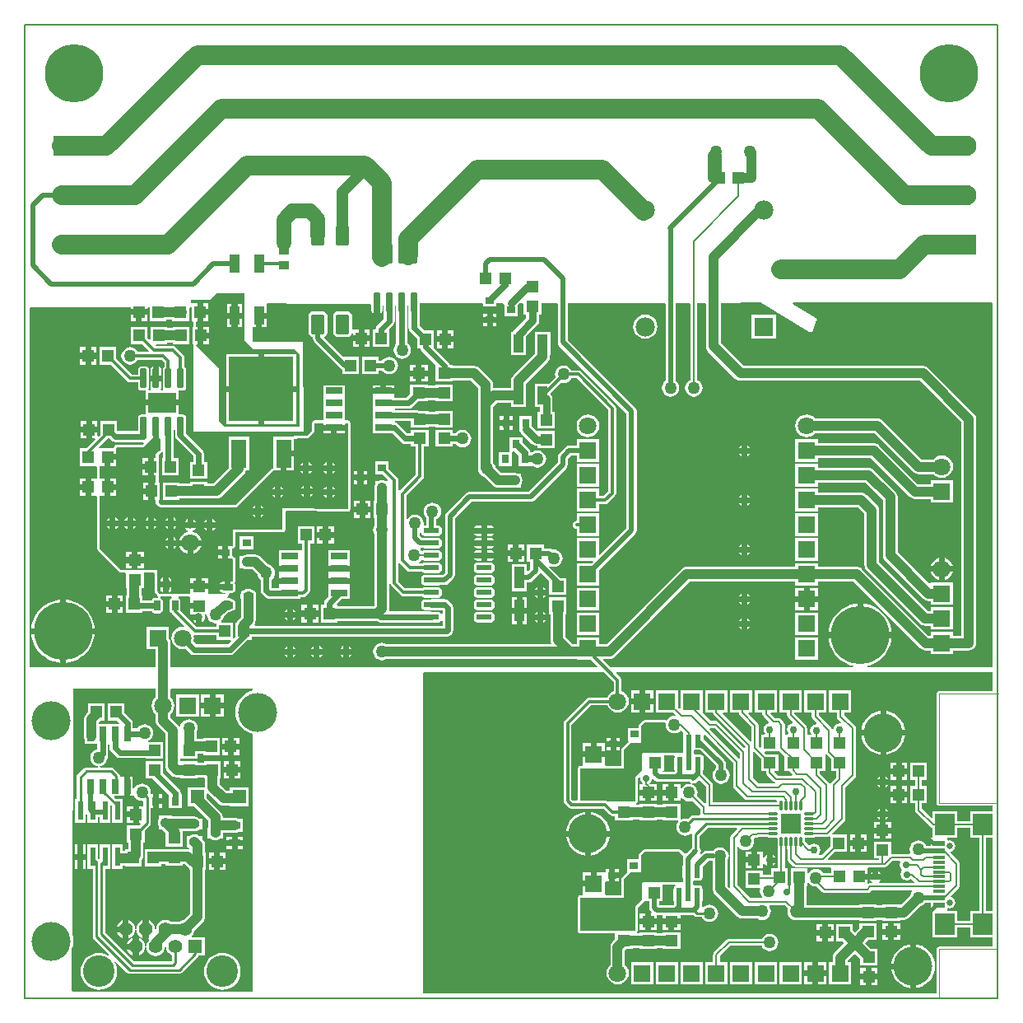
<source format=gtl>
G04*
G04 #@! TF.GenerationSoftware,Altium Limited,CircuitStudio,1.5.2 (30)*
G04*
G04 Layer_Physical_Order=1*
G04 Layer_Color=13260*
%FSLAX44Y44*%
%MOMM*%
G71*
G01*
G75*
%ADD10R,1.3000X1.2000*%
%ADD11R,1.2000X1.3000*%
%ADD12R,1.0000X2.2500*%
%ADD13R,0.5588X1.9812*%
%ADD14R,2.1000X2.1000*%
G04:AMPARAMS|DCode=15|XSize=0.96mm|YSize=0.26mm|CornerRadius=0.0325mm|HoleSize=0mm|Usage=FLASHONLY|Rotation=270.000|XOffset=0mm|YOffset=0mm|HoleType=Round|Shape=RoundedRectangle|*
%AMROUNDEDRECTD15*
21,1,0.9600,0.1950,0,0,270.0*
21,1,0.8950,0.2600,0,0,270.0*
1,1,0.0650,-0.0975,-0.4475*
1,1,0.0650,-0.0975,0.4475*
1,1,0.0650,0.0975,0.4475*
1,1,0.0650,0.0975,-0.4475*
%
%ADD15ROUNDEDRECTD15*%
G04:AMPARAMS|DCode=16|XSize=0.26mm|YSize=0.96mm|CornerRadius=0.0325mm|HoleSize=0mm|Usage=FLASHONLY|Rotation=270.000|XOffset=0mm|YOffset=0mm|HoleType=Round|Shape=RoundedRectangle|*
%AMROUNDEDRECTD16*
21,1,0.2600,0.8950,0,0,270.0*
21,1,0.1950,0.9600,0,0,270.0*
1,1,0.0650,-0.4475,-0.0975*
1,1,0.0650,-0.4475,0.0975*
1,1,0.0650,0.4475,0.0975*
1,1,0.0650,0.4475,-0.0975*
%
%ADD16ROUNDEDRECTD16*%
%ADD17R,0.9000X0.8000*%
G04:AMPARAMS|DCode=18|XSize=1.59mm|YSize=0.57mm|CornerRadius=0.0712mm|HoleSize=0mm|Usage=FLASHONLY|Rotation=180.000|XOffset=0mm|YOffset=0mm|HoleType=Round|Shape=RoundedRectangle|*
%AMROUNDEDRECTD18*
21,1,1.5900,0.4275,0,0,180.0*
21,1,1.4475,0.5700,0,0,180.0*
1,1,0.1425,-0.7238,0.2138*
1,1,0.1425,0.7238,0.2138*
1,1,0.1425,0.7238,-0.2138*
1,1,0.1425,-0.7238,-0.2138*
%
%ADD18ROUNDEDRECTD18*%
%ADD19R,1.6000X3.0000*%
%ADD20R,6.7000X6.7000*%
%ADD21R,1.7000X0.6500*%
G04:AMPARAMS|DCode=22|XSize=1.09mm|YSize=0.61mm|CornerRadius=0.0763mm|HoleSize=0mm|Usage=FLASHONLY|Rotation=90.000|XOffset=0mm|YOffset=0mm|HoleType=Round|Shape=RoundedRectangle|*
%AMROUNDEDRECTD22*
21,1,1.0900,0.4575,0,0,90.0*
21,1,0.9375,0.6100,0,0,90.0*
1,1,0.1525,0.2288,0.4688*
1,1,0.1525,0.2288,-0.4688*
1,1,0.1525,-0.2288,-0.4688*
1,1,0.1525,-0.2288,0.4688*
%
%ADD22ROUNDEDRECTD22*%
G04:AMPARAMS|DCode=23|XSize=1.97mm|YSize=0.6mm|CornerRadius=0.075mm|HoleSize=0mm|Usage=FLASHONLY|Rotation=270.000|XOffset=0mm|YOffset=0mm|HoleType=Round|Shape=RoundedRectangle|*
%AMROUNDEDRECTD23*
21,1,1.9700,0.4500,0,0,270.0*
21,1,1.8200,0.6000,0,0,270.0*
1,1,0.1500,-0.2250,-0.9100*
1,1,0.1500,-0.2250,0.9100*
1,1,0.1500,0.2250,0.9100*
1,1,0.1500,0.2250,-0.9100*
%
%ADD23ROUNDEDRECTD23*%
%ADD24R,2.8750X2.0250*%
G04:AMPARAMS|DCode=25|XSize=1.09mm|YSize=0.61mm|CornerRadius=0.0763mm|HoleSize=0mm|Usage=FLASHONLY|Rotation=0.000|XOffset=0mm|YOffset=0mm|HoleType=Round|Shape=RoundedRectangle|*
%AMROUNDEDRECTD25*
21,1,1.0900,0.4575,0,0,0.0*
21,1,0.9375,0.6100,0,0,0.0*
1,1,0.1525,0.4688,-0.2288*
1,1,0.1525,-0.4688,-0.2288*
1,1,0.1525,-0.4688,0.2288*
1,1,0.1525,0.4688,0.2288*
%
%ADD25ROUNDEDRECTD25*%
%ADD26R,0.9900X0.9200*%
%ADD27R,1.0500X1.8750*%
%ADD28R,0.8000X0.9000*%
G04:AMPARAMS|DCode=29|XSize=1.29mm|YSize=0.59mm|CornerRadius=0.0738mm|HoleSize=0mm|Usage=FLASHONLY|Rotation=270.000|XOffset=0mm|YOffset=0mm|HoleType=Round|Shape=RoundedRectangle|*
%AMROUNDEDRECTD29*
21,1,1.2900,0.4425,0,0,270.0*
21,1,1.1425,0.5900,0,0,270.0*
1,1,0.1475,-0.2213,-0.5713*
1,1,0.1475,-0.2213,0.5713*
1,1,0.1475,0.2213,0.5713*
1,1,0.1475,0.2213,-0.5713*
%
%ADD29ROUNDEDRECTD29*%
%ADD30R,1.1500X0.6000*%
%ADD31R,1.1500X0.3000*%
%ADD32R,2.0000X2.1800*%
%ADD33R,1.4400X1.4800*%
%ADD34R,1.0900X0.6100*%
%ADD35R,1.2300X0.7900*%
%ADD36R,0.6500X1.5000*%
G04:AMPARAMS|DCode=37|XSize=2.09mm|YSize=1.39mm|CornerRadius=0.1737mm|HoleSize=0mm|Usage=FLASHONLY|Rotation=90.000|XOffset=0mm|YOffset=0mm|HoleType=Round|Shape=RoundedRectangle|*
%AMROUNDEDRECTD37*
21,1,2.0900,1.0425,0,0,90.0*
21,1,1.7425,1.3900,0,0,90.0*
1,1,0.3475,0.5212,0.8712*
1,1,0.3475,0.5212,-0.8712*
1,1,0.3475,-0.5212,-0.8712*
1,1,0.3475,-0.5212,0.8712*
%
%ADD37ROUNDEDRECTD37*%
%ADD38C,0.3000*%
%ADD39C,1.0000*%
%ADD40C,0.2000*%
%ADD41C,0.5000*%
%ADD42C,2.0000*%
%ADD43C,0.7000*%
%ADD44C,1.5000*%
%ADD45C,1.2000*%
%ADD46C,0.6000*%
%ADD47C,0.8000*%
%ADD48C,0.2540*%
%ADD49C,0.5400*%
%ADD50C,0.4000*%
%ADD51C,0.1500*%
%ADD52C,0.1000*%
%ADD53C,4.0000*%
%ADD54C,1.2580*%
%ADD55C,1.9800*%
%ADD56C,1.9350*%
%ADD57R,1.9800X1.9800*%
%ADD58C,2.1000*%
%ADD59C,6.0000*%
%ADD60R,1.8000X1.8000*%
%ADD61C,1.8000*%
%ADD62R,1.8000X1.8000*%
%ADD63C,0.6500*%
%ADD64C,3.2500*%
%ADD65C,1.3980*%
%ADD66R,1.3980X1.3980*%
%ADD67C,1.2700*%
%ADD68C,0.8000*%
%ADD69C,0.7400*%
%ADD70C,0.7500*%
G36*
X1061810Y378918D02*
X1063160Y377160D01*
X1065017Y375735D01*
X1067179Y374839D01*
X1069500Y374533D01*
X1070262Y374634D01*
X1075964Y368932D01*
X1076541Y368546D01*
X1077115Y368158D01*
X1077125Y368156D01*
X1077134Y368150D01*
X1077815Y368014D01*
X1078494Y367875D01*
X1122203Y367615D01*
X1122214Y367617D01*
X1122225Y367615D01*
X1122906Y367751D01*
X1123586Y367882D01*
X1123595Y367888D01*
X1123606Y367890D01*
X1124184Y368276D01*
X1124762Y368657D01*
X1124768Y368666D01*
X1124777Y368672D01*
X1126995Y370891D01*
X1168594D01*
X1169025Y369621D01*
X1168660Y369340D01*
X1167235Y367483D01*
X1166339Y365321D01*
X1166304Y365060D01*
X1157310Y356065D01*
X1156040Y356540D01*
Y356540D01*
X1137960D01*
Y355605D01*
X1132040D01*
Y356540D01*
X1113960D01*
Y355605D01*
X1059605D01*
Y374960D01*
X1060540D01*
Y378111D01*
X1061670Y378921D01*
X1061810Y378918D01*
D02*
G37*
G36*
X988838Y433942D02*
X982448Y427552D01*
X981665Y426381D01*
X981391Y425000D01*
Y375000D01*
X981599Y373952D01*
X980492Y373264D01*
X978605Y375150D01*
Y401308D01*
X978765Y401517D01*
X979661Y403679D01*
X979967Y406000D01*
X979661Y408321D01*
X978765Y410483D01*
X977340Y412340D01*
X975483Y413765D01*
X973321Y414661D01*
X971000Y414967D01*
X968679Y414661D01*
X966517Y413765D01*
X964660Y412340D01*
X963737Y411139D01*
X957000D01*
X955033Y410747D01*
X953366Y409634D01*
X951286Y407553D01*
X950299Y408363D01*
X950748Y409034D01*
X951139Y411000D01*
X950748Y412966D01*
X949885Y414258D01*
Y426391D01*
X958609Y435115D01*
X988352D01*
X988838Y433942D01*
D02*
G37*
G36*
X991391Y511505D02*
Y506510D01*
X990121Y505984D01*
X959972Y536132D01*
X960510Y537391D01*
X965505D01*
X991391Y511505D01*
D02*
G37*
G36*
X915158Y541945D02*
X915033Y541000D01*
X915339Y538679D01*
X916235Y536517D01*
X917660Y534660D01*
X919517Y533235D01*
X921679Y532339D01*
X924000Y532033D01*
X926321Y532339D01*
X928483Y533235D01*
X930340Y534660D01*
X931181Y534715D01*
X933000Y532896D01*
X933000Y512798D01*
X932102Y511900D01*
X891500D01*
X891000Y511400D01*
Y493900D01*
X884000Y486900D01*
Y462798D01*
X883102Y461900D01*
X855307Y461900D01*
X854326Y462556D01*
X852750Y462869D01*
X827625D01*
X826733Y463774D01*
X827206Y495900D01*
X872000Y495900D01*
Y514900D01*
X879000Y521900D01*
X889500Y521900D01*
Y524460D01*
X890040D01*
Y537540D01*
X890040D01*
X889500Y538080D01*
Y539400D01*
X893000Y542900D01*
X914320D01*
X915158Y541945D01*
D02*
G37*
G36*
X1251645Y974340D02*
Y600000D01*
X1122376D01*
X1122225Y601270D01*
X1125087Y601957D01*
X1129818Y603917D01*
X1134186Y606593D01*
X1138080Y609920D01*
X1141407Y613814D01*
X1144083Y618181D01*
X1146043Y622914D01*
X1147239Y627894D01*
X1147404Y630000D01*
X1082596D01*
X1082761Y627894D01*
X1083957Y622914D01*
X1085917Y618181D01*
X1088593Y613814D01*
X1091920Y609920D01*
X1095814Y606593D01*
X1100182Y603917D01*
X1104913Y601957D01*
X1107775Y601270D01*
X1107624Y600000D01*
X857825D01*
X850604Y607222D01*
X851090Y608395D01*
X857200D01*
X859168Y608654D01*
X859706Y608877D01*
X861003Y609414D01*
X862578Y610622D01*
X939854Y687899D01*
X1048459D01*
Y683964D01*
X1071539D01*
Y687899D01*
X1108450D01*
X1176926Y619422D01*
X1178502Y618214D01*
X1179799Y617677D01*
X1180336Y617454D01*
X1182304Y617195D01*
X1187460D01*
Y613260D01*
X1210540D01*
Y617195D01*
X1226800D01*
X1228768Y617454D01*
X1230602Y618214D01*
X1232178Y619422D01*
X1233386Y620998D01*
X1234146Y622832D01*
X1234405Y624800D01*
Y855200D01*
X1234146Y857168D01*
X1233923Y857706D01*
X1233386Y859003D01*
X1232178Y860578D01*
X1185378Y907378D01*
X1183802Y908586D01*
X1182505Y909123D01*
X1181968Y909346D01*
X1180000Y909605D01*
X995150D01*
X971605Y933150D01*
Y974557D01*
X1012603Y974657D01*
X1062673Y944776D01*
X1062866Y944707D01*
X1063038Y944595D01*
X1063338Y944540D01*
X1063625Y944437D01*
X1063830Y944448D01*
X1064032Y944410D01*
X1064330Y944473D01*
X1064634Y944489D01*
X1064819Y944577D01*
X1065020Y944620D01*
X1065272Y944792D01*
X1065547Y944923D01*
X1065684Y945075D01*
X1065853Y945191D01*
X1066020Y945447D01*
X1066224Y945673D01*
X1066293Y945866D01*
X1066404Y946038D01*
X1070405Y956038D01*
X1070459Y956331D01*
X1070561Y956612D01*
X1070551Y956823D01*
X1070590Y957032D01*
X1070528Y957323D01*
X1070514Y957621D01*
X1070424Y957813D01*
X1070380Y958020D01*
X1070212Y958266D01*
X1070085Y958536D01*
X1069929Y958679D01*
X1069809Y958853D01*
X1069559Y959016D01*
X1069339Y959217D01*
X1045659Y973514D01*
X1045998Y974738D01*
X1250746Y975237D01*
X1251645Y974340D01*
D02*
G37*
G36*
X861481Y584694D02*
Y575585D01*
X859780Y574880D01*
X857370Y573030D01*
X855520Y570620D01*
X854815Y568919D01*
X836800D01*
X835224Y568606D01*
X833887Y567713D01*
X811087Y544913D01*
X810194Y543576D01*
X809881Y542000D01*
Y462750D01*
X810194Y461174D01*
X811087Y459837D01*
X815087Y455837D01*
X816424Y454944D01*
X818000Y454631D01*
X851044D01*
X857587Y448087D01*
X858924Y447194D01*
X860500Y446881D01*
X862960D01*
Y442460D01*
X881040D01*
Y443395D01*
X887960D01*
Y442460D01*
X906040D01*
Y443395D01*
X911960D01*
Y442460D01*
X927470D01*
X928096Y441190D01*
X927235Y440067D01*
X926339Y437905D01*
X926033Y435584D01*
X926339Y433263D01*
X927235Y431101D01*
X928660Y429244D01*
X930517Y427819D01*
X932679Y426923D01*
X935000Y426617D01*
X937321Y426923D01*
X939483Y427819D01*
X941019Y428997D01*
X942188Y428365D01*
X942115Y428000D01*
Y414383D01*
X935944Y408211D01*
X934300Y408363D01*
X930831Y411831D01*
X930831Y411831D01*
X930328Y412168D01*
X929991Y412393D01*
X929000Y412590D01*
X893000D01*
X892009Y412393D01*
X891169Y411831D01*
X887669Y408331D01*
X887107Y407491D01*
X886910Y406500D01*
Y402540D01*
X874960D01*
Y389460D01*
X874960Y389460D01*
X874960D01*
X874626Y388288D01*
X870169Y383831D01*
X869607Y382991D01*
X869410Y382000D01*
Y365590D01*
X853698D01*
X852540Y366860D01*
Y378364D01*
X852960Y379460D01*
X853810Y379460D01*
X857000D01*
Y386000D01*
Y392540D01*
X852960D01*
Y390036D01*
X852540Y388940D01*
X851690Y388940D01*
X844000D01*
Y377400D01*
X841000D01*
Y374400D01*
X829460D01*
Y366860D01*
X829460Y365860D01*
X828302Y365590D01*
X827206D01*
X826729Y365495D01*
X826250Y365407D01*
X826234Y365396D01*
X826215Y365393D01*
X825810Y365122D01*
X825402Y364858D01*
X825391Y364842D01*
X825375Y364831D01*
X825104Y364426D01*
X824828Y364026D01*
X824824Y364007D01*
X824813Y363991D01*
X824718Y363514D01*
X824616Y363038D01*
X824130Y329943D01*
X824131Y329933D01*
X824129Y329924D01*
X824222Y329439D01*
X824312Y328949D01*
X824318Y328941D01*
X824319Y328931D01*
X824591Y328518D01*
X824861Y328101D01*
X824869Y328095D01*
X824875Y328087D01*
X825766Y327182D01*
X825774Y327177D01*
X825779Y327169D01*
X826192Y326893D01*
X826602Y326615D01*
X826611Y326613D01*
X826620Y326607D01*
X827107Y326510D01*
X827592Y326410D01*
X827601Y326412D01*
X827611Y326410D01*
X862960Y326410D01*
Y320259D01*
X860222Y317522D01*
X859014Y315947D01*
X858477Y314650D01*
X858254Y314112D01*
X857995Y312144D01*
Y294110D01*
X857370Y293630D01*
X855520Y291220D01*
X854357Y288412D01*
X853960Y285400D01*
X854357Y282387D01*
X855520Y279580D01*
X857370Y277170D01*
X859780Y275320D01*
X862588Y274157D01*
X865600Y273760D01*
X868613Y274157D01*
X871420Y275320D01*
X873830Y277170D01*
X875680Y279580D01*
X876843Y282387D01*
X877240Y285400D01*
X876843Y288412D01*
X875680Y291220D01*
X873830Y293630D01*
X873205Y294110D01*
Y308994D01*
X874215Y310004D01*
X881040D01*
Y310939D01*
X887960D01*
Y310004D01*
X906040D01*
Y310939D01*
X911960D01*
Y310004D01*
X930040D01*
Y327084D01*
X911960D01*
Y326149D01*
X906040D01*
Y327084D01*
X887960D01*
Y326149D01*
X885663D01*
X885458Y326436D01*
X885184Y327419D01*
X885831Y328067D01*
X886393Y328907D01*
X886590Y329898D01*
Y352927D01*
X892817Y359154D01*
X893960Y359460D01*
X893960Y359460D01*
Y359460D01*
X893960Y359460D01*
X897861D01*
Y353000D01*
X898252Y351034D01*
X899366Y349366D01*
X900475Y348257D01*
X900000Y347110D01*
Y341544D01*
X906040D01*
Y344861D01*
X911960D01*
Y341544D01*
X921000D01*
X930040D01*
Y344861D01*
X943689D01*
X944297Y344253D01*
X945557Y343411D01*
X947044Y343115D01*
X951987D01*
X952235Y342517D01*
X953660Y340660D01*
X955517Y339235D01*
X957679Y338339D01*
X960000Y338033D01*
X962321Y338339D01*
X964483Y339235D01*
X966340Y340660D01*
X967765Y342517D01*
X968661Y344679D01*
X968967Y347000D01*
X968661Y349321D01*
X967765Y351483D01*
X966340Y353340D01*
X964483Y354765D01*
X962321Y355661D01*
X960000Y355967D01*
X957679Y355661D01*
X955517Y354765D01*
X953909Y353532D01*
X953046Y353795D01*
X952639Y354096D01*
Y359168D01*
X952800Y359409D01*
X953054Y360687D01*
Y372113D01*
X952800Y373391D01*
X952075Y374476D01*
X950991Y375200D01*
X949713Y375454D01*
X945287D01*
X944409Y375279D01*
X943139Y376030D01*
Y379970D01*
X944409Y380721D01*
X945287Y380546D01*
X949713D01*
X950991Y380800D01*
X952075Y381525D01*
X952800Y382609D01*
X953054Y383887D01*
Y394787D01*
X959128Y400861D01*
X963395D01*
Y372000D01*
X963654Y370032D01*
X963877Y369494D01*
X964414Y368198D01*
X965622Y366622D01*
X988622Y343622D01*
X990198Y342414D01*
X990957Y342099D01*
X992032Y341654D01*
X994000Y341395D01*
X1009656D01*
X1009797Y341287D01*
X1011945Y340397D01*
X1014250Y340094D01*
X1016555Y340397D01*
X1018703Y341287D01*
X1020547Y342702D01*
X1021963Y344547D01*
X1022853Y346695D01*
X1023156Y349000D01*
X1022853Y351305D01*
X1021963Y353453D01*
X1021451Y354121D01*
X1022077Y355391D01*
X1037505D01*
X1040747Y352149D01*
X1040397Y351305D01*
X1040094Y349000D01*
X1040397Y346695D01*
X1041287Y344547D01*
X1042702Y342702D01*
X1044547Y341287D01*
X1046695Y340397D01*
X1049000Y340094D01*
X1051287Y340395D01*
X1113960D01*
Y339460D01*
X1132040D01*
Y340395D01*
X1137960D01*
Y339460D01*
X1156040D01*
Y340395D01*
X1160000D01*
X1161968Y340654D01*
X1162505Y340877D01*
X1163802Y341414D01*
X1165378Y342622D01*
X1177060Y354304D01*
X1177321Y354339D01*
X1179483Y355235D01*
X1181340Y356660D01*
X1182262Y357861D01*
X1187960D01*
Y357460D01*
Y349460D01*
X1188240D01*
X1189460Y349340D01*
Y322460D01*
X1214540D01*
Y332291D01*
X1228760D01*
Y322460D01*
X1251645D01*
Y312590D01*
X1196000D01*
X1195009Y312393D01*
X1194169Y311831D01*
X1193607Y310991D01*
X1193410Y310000D01*
Y292652D01*
X1192334Y292599D01*
X1192191Y292592D01*
X1192191D01*
X1192168Y292591D01*
X1192041Y293600D01*
X1192039Y293620D01*
D01*
X1191714Y296919D01*
X1190425Y301167D01*
X1188332Y305083D01*
X1185515Y308515D01*
X1182083Y311332D01*
X1178167Y313425D01*
X1173919Y314714D01*
X1172500Y314854D01*
Y292500D01*
Y270146D01*
X1173919Y270286D01*
X1178167Y271575D01*
X1182083Y273668D01*
X1185515Y276485D01*
X1188332Y279917D01*
X1190425Y283833D01*
X1191714Y288081D01*
X1192039Y291380D01*
Y291380D01*
X1192041Y291399D01*
X1192168Y292409D01*
X1192191Y292408D01*
X1192191D01*
X1192334Y292401D01*
X1193410Y292348D01*
Y264355D01*
X665000D01*
X665000Y594102D01*
X665898Y595000D01*
X851175D01*
X861481Y584694D01*
D02*
G37*
G36*
X933000Y406000D02*
Y403697D01*
X932861Y403000D01*
Y396832D01*
X932700Y396591D01*
X932446Y395312D01*
Y383887D01*
X932700Y382609D01*
X932861Y382368D01*
Y379000D01*
X891500D01*
X891000Y378500D01*
Y361000D01*
X884000Y354000D01*
Y329898D01*
X883102Y329000D01*
X827611Y329000D01*
X826719Y329905D01*
X827206Y363000D01*
X872000Y363000D01*
Y382000D01*
X879000Y389000D01*
X889500Y389000D01*
X889500Y406500D01*
X893000Y410000D01*
X929000D01*
X933000Y406000D01*
D02*
G37*
G36*
X1019707Y425326D02*
X1020825Y425104D01*
X1028874D01*
X1029844Y424844D01*
X1030104Y423874D01*
Y415825D01*
X1030326Y414707D01*
X1030391Y414611D01*
Y393040D01*
X1023460D01*
Y386565D01*
X1015040D01*
Y390540D01*
X996960D01*
Y373460D01*
X1011875D01*
X1012580Y372404D01*
X1012339Y371821D01*
X1012033Y369500D01*
X1012339Y367179D01*
X1013235Y365017D01*
X1014107Y363879D01*
X1013481Y362609D01*
X1002495D01*
X988609Y376495D01*
Y415245D01*
X989879Y415676D01*
X990660Y414660D01*
X992517Y413235D01*
X994679Y412339D01*
X997000Y412033D01*
X999321Y412339D01*
X1001483Y413235D01*
X1003340Y414660D01*
X1004765Y416517D01*
X1005661Y418679D01*
X1005967Y421000D01*
X1005687Y423121D01*
X1005862Y423551D01*
X1006593Y424391D01*
X1008000D01*
X1009381Y424665D01*
X1010467Y425391D01*
X1019611D01*
X1019707Y425326D01*
D02*
G37*
G36*
X1251645Y575590D02*
X1196000D01*
X1195009Y575393D01*
X1194169Y574831D01*
X1193607Y573991D01*
X1193410Y573000D01*
Y460000D01*
X1193607Y459009D01*
X1194169Y458169D01*
X1195009Y457607D01*
X1196000Y457410D01*
X1251645D01*
Y451540D01*
X1228760D01*
Y441709D01*
X1214540D01*
Y451540D01*
X1189460D01*
Y445304D01*
X1188287Y444818D01*
X1178609Y454495D01*
Y459960D01*
X1183540D01*
Y478040D01*
X1178609D01*
Y483960D01*
X1183540D01*
Y502040D01*
X1166460D01*
Y483960D01*
X1171391D01*
Y478040D01*
X1166460D01*
Y459960D01*
X1171391D01*
Y453000D01*
X1171665Y451619D01*
X1172448Y450448D01*
X1187348Y435548D01*
X1188519Y434765D01*
X1189460Y434578D01*
Y424660D01*
X1188240Y424540D01*
X1187960D01*
Y416540D01*
Y416139D01*
X1183322D01*
X1182765Y417483D01*
X1181340Y419340D01*
X1179483Y420765D01*
X1177321Y421661D01*
X1175000Y421967D01*
X1172679Y421661D01*
X1170517Y420765D01*
X1168660Y419340D01*
X1167235Y417483D01*
X1166339Y415321D01*
X1166033Y413000D01*
X1166339Y410679D01*
X1166877Y409379D01*
X1166029Y408109D01*
X1147040D01*
Y420540D01*
X1128960D01*
Y403460D01*
X1134391D01*
Y401609D01*
X1082373D01*
X1081887Y402783D01*
X1089064Y409960D01*
X1101540D01*
Y428040D01*
X1086804D01*
X1086318Y429213D01*
X1098552Y441448D01*
X1099335Y442619D01*
X1099609Y444000D01*
Y476505D01*
X1109552Y486448D01*
X1110335Y487619D01*
X1110609Y489000D01*
Y537000D01*
X1110335Y538381D01*
X1109552Y539552D01*
X1098609Y550495D01*
Y553259D01*
X1105836D01*
Y576339D01*
X1082756D01*
Y553259D01*
X1091391D01*
Y549000D01*
X1091665Y547619D01*
X1092448Y546448D01*
X1095482Y543413D01*
X1094857Y542243D01*
X1094000Y542413D01*
X1091546Y541925D01*
X1089465Y540535D01*
X1088075Y538454D01*
X1087646Y536298D01*
X1086351D01*
X1086335Y536381D01*
X1085552Y537552D01*
X1072505Y550599D01*
Y553259D01*
X1080436D01*
Y576339D01*
X1057356D01*
Y553259D01*
X1065287D01*
Y549104D01*
X1065561Y547723D01*
X1066344Y546552D01*
X1070357Y542538D01*
X1069738Y541361D01*
X1067546Y540925D01*
X1065465Y539535D01*
X1064075Y537454D01*
X1063587Y535000D01*
X1064075Y532546D01*
X1064667Y531660D01*
X1064068Y530540D01*
X1060960D01*
X1060609Y531665D01*
Y537000D01*
X1060335Y538381D01*
X1059552Y539552D01*
X1047115Y551989D01*
X1047129Y553259D01*
X1055036D01*
Y576339D01*
X1031956D01*
Y553259D01*
X1039887D01*
Y550504D01*
X1040161Y549123D01*
X1040944Y547952D01*
X1045322Y543573D01*
X1044904Y542195D01*
X1043546Y541925D01*
X1041465Y540535D01*
X1040075Y538454D01*
X1039587Y536000D01*
X1040075Y533546D01*
X1041235Y531810D01*
X1040793Y530681D01*
X1040672Y530540D01*
X1037609D01*
Y541000D01*
X1037335Y542381D01*
X1036552Y543552D01*
X1033552Y546552D01*
X1032381Y547335D01*
X1031000Y547609D01*
X1027495D01*
X1023018Y552086D01*
X1023504Y553259D01*
X1029636D01*
Y576339D01*
X1006556D01*
Y553259D01*
X1014487D01*
Y551904D01*
X1014761Y550523D01*
X1015544Y549352D01*
X1021322Y543573D01*
X1020904Y542195D01*
X1019546Y541925D01*
X1017465Y540535D01*
X1016075Y538454D01*
X1015587Y536000D01*
X1016075Y533546D01*
X1017235Y531810D01*
X1016793Y530681D01*
X1016672Y530540D01*
X1012960D01*
Y517804D01*
X1011787Y517318D01*
X1010609Y518495D01*
Y540000D01*
X1010335Y541381D01*
X1009552Y542552D01*
X1000018Y552087D01*
X1000504Y553260D01*
X1004140D01*
Y576340D01*
X981060D01*
Y553260D01*
X990391D01*
Y553000D01*
X990665Y551619D01*
X991448Y550448D01*
X1003391Y538505D01*
Y524142D01*
X1002217Y523656D01*
X973787Y552087D01*
X974273Y553260D01*
X978740D01*
Y576340D01*
X955660D01*
Y553260D01*
X963652D01*
X963865Y552188D01*
X964648Y551017D01*
X997118Y518546D01*
X997032Y517869D01*
X995693Y517411D01*
X969552Y543552D01*
X968381Y544335D01*
X967000Y544609D01*
X961495D01*
X953890Y552215D01*
X953340Y553260D01*
X953340D01*
X953340Y553260D01*
Y576340D01*
X930260D01*
Y557704D01*
X929087Y557218D01*
X927940Y558364D01*
Y576340D01*
X904860D01*
Y553260D01*
X922836D01*
X924977Y551119D01*
X924383Y549916D01*
X924000Y549967D01*
X921679Y549661D01*
X919517Y548765D01*
X917660Y547340D01*
X916590Y545946D01*
X915699Y545373D01*
X915311Y545293D01*
X914898Y545375D01*
X914490Y545484D01*
X914405Y545473D01*
X914320Y545490D01*
X893000D01*
X892009Y545293D01*
X891169Y544731D01*
X887669Y541231D01*
X887107Y540391D01*
X886910Y539400D01*
Y538080D01*
X886467Y537540D01*
X875960D01*
Y524460D01*
X876102D01*
X876628Y523190D01*
X870169Y516731D01*
X869607Y515891D01*
X869410Y514900D01*
Y498490D01*
X853698D01*
X852540Y499760D01*
Y507300D01*
X841000D01*
X829460D01*
Y499760D01*
X829460Y498760D01*
X828302Y498490D01*
X827206D01*
X826729Y498395D01*
X826250Y498307D01*
X826234Y498296D01*
X826215Y498293D01*
X825811Y498023D01*
X825402Y497758D01*
X825391Y497742D01*
X825375Y497731D01*
X825105Y497327D01*
X824828Y496926D01*
X824824Y496907D01*
X824813Y496891D01*
X824718Y496414D01*
X824616Y495938D01*
X824144Y463812D01*
X824078Y463734D01*
X823121Y462869D01*
X819706D01*
X818119Y464456D01*
Y540294D01*
X838506Y560681D01*
X854815D01*
X855520Y558980D01*
X857370Y556570D01*
X859780Y554720D01*
X862588Y553557D01*
X865600Y553160D01*
X868613Y553557D01*
X871420Y554720D01*
X873830Y556570D01*
X875680Y558980D01*
X876843Y561787D01*
X877240Y564800D01*
X876843Y567812D01*
X875680Y570620D01*
X873830Y573030D01*
X871420Y574880D01*
X869719Y575585D01*
Y586400D01*
X869406Y587976D01*
X868513Y589313D01*
X863999Y593827D01*
X864485Y595000D01*
X1251645D01*
Y575590D01*
D02*
G37*
G36*
X1036960Y508936D02*
Y493460D01*
X1042498D01*
X1042665Y492619D01*
X1043448Y491448D01*
X1045113Y489783D01*
X1044627Y488609D01*
X1030495D01*
X1026818Y492287D01*
X1027304Y493460D01*
X1031040D01*
Y510540D01*
X1018564D01*
X1016818Y512287D01*
X1017304Y513460D01*
X1031040D01*
X1031040Y513460D01*
Y513460D01*
X1032310Y513586D01*
X1036960Y508936D01*
D02*
G37*
G36*
X482000Y936000D02*
X491000Y927000D01*
X533000D01*
X536000Y924000D01*
X538000Y922000D01*
Y847250D01*
X461250D01*
X461000Y847000D01*
X455000Y853000D01*
Y889000D01*
Y907000D01*
X444000Y918000D01*
X431407Y930593D01*
X431405Y931061D01*
X432302Y931960D01*
X433460D01*
Y941000D01*
Y950040D01*
X432425D01*
X431369Y950878D01*
X431354Y950893D01*
X431343Y955061D01*
X432240Y955960D01*
X433000D01*
Y965000D01*
Y974040D01*
X427460D01*
X427000Y975119D01*
Y977410D01*
X445500D01*
X446491Y977607D01*
X447331Y978169D01*
X447331Y978169D01*
X453162Y984000D01*
X482000D01*
Y936000D01*
D02*
G37*
G36*
X1040391Y412563D02*
Y403000D01*
X1040665Y401619D01*
X1041448Y400448D01*
X1046448Y395448D01*
X1047619Y394665D01*
X1049000Y394391D01*
X1084542D01*
X1085460Y393540D01*
Y388109D01*
X1077169D01*
X1075840Y389840D01*
X1073983Y391265D01*
X1071821Y392161D01*
X1069500Y392467D01*
X1067179Y392161D01*
X1065017Y391265D01*
X1063160Y389840D01*
X1061810Y388082D01*
X1061670Y388079D01*
X1060540Y388889D01*
Y393040D01*
X1043460D01*
Y375720D01*
X1043044Y375378D01*
X1042205Y374924D01*
X1040540Y375255D01*
Y393040D01*
X1037609D01*
Y412563D01*
X1038025Y412904D01*
X1039975D01*
X1040391Y412563D01*
D02*
G37*
G36*
X1156347Y399771D02*
X1156122Y399435D01*
X1155638Y397000D01*
X1156122Y394565D01*
X1157501Y392501D01*
X1158501Y391833D01*
Y391499D01*
X1157122Y389435D01*
X1156638Y387000D01*
X1157122Y384565D01*
X1158501Y382501D01*
X1160565Y381122D01*
X1163000Y380638D01*
X1165435Y381122D01*
X1167436Y382459D01*
X1170613Y379283D01*
X1170127Y378109D01*
X1134953D01*
X1134568Y379379D01*
X1135499Y380001D01*
X1136500Y381500D01*
X1125500D01*
X1126501Y380001D01*
X1127432Y379379D01*
X1127047Y378109D01*
X1125500D01*
X1124119Y377835D01*
X1123810Y377628D01*
X1122540Y378307D01*
Y381500D01*
X1114000D01*
Y387500D01*
X1122540D01*
Y393540D01*
X1123458Y394391D01*
X1140309D01*
X1141690Y394665D01*
X1142861Y395448D01*
X1148304Y400891D01*
X1155748D01*
X1156347Y399771D01*
D02*
G37*
G36*
X924241Y508040D02*
X924200Y507980D01*
X923946Y506701D01*
Y495276D01*
X924200Y493997D01*
X924361Y493756D01*
Y492629D01*
X923872Y492139D01*
X911431D01*
X911396Y492190D01*
X912075Y493460D01*
X913040D01*
Y509310D01*
X923562D01*
X924241Y508040D01*
D02*
G37*
G36*
X620950Y962945D02*
X621484Y963051D01*
X622572Y963778D01*
X623299Y964866D01*
X623554Y966150D01*
Y972462D01*
X623731Y972536D01*
X625001Y971688D01*
Y957990D01*
X618006Y950994D01*
X616781Y949162D01*
X616359Y947040D01*
X613460D01*
Y928960D01*
X630540D01*
Y947040D01*
X630540Y947040D01*
X630540D01*
X631076Y948088D01*
X634644Y951656D01*
X634644Y951656D01*
X635869Y953488D01*
X636298Y955650D01*
X636298Y955650D01*
Y972449D01*
X636431Y972504D01*
X637701Y971656D01*
Y932373D01*
X637660Y932340D01*
X636235Y930483D01*
X635339Y928321D01*
X635033Y926000D01*
X635339Y923679D01*
X636235Y921517D01*
X637660Y919660D01*
X639517Y918235D01*
X641679Y917339D01*
X644000Y917033D01*
X646321Y917339D01*
X648483Y918235D01*
X650340Y919660D01*
X651765Y921517D01*
X652661Y923679D01*
X652967Y926000D01*
X652661Y928321D01*
X651765Y930483D01*
X650340Y932340D01*
X648998Y933370D01*
Y972480D01*
X649131Y972535D01*
X650402Y971687D01*
Y948950D01*
X650401Y948950D01*
X650831Y946788D01*
X652056Y944956D01*
X659460Y937552D01*
Y927960D01*
X662558D01*
X662781Y926838D01*
X664006Y925006D01*
X677420Y911592D01*
X677960Y910540D01*
X677960D01*
X677960Y910540D01*
Y893460D01*
X696040D01*
Y894395D01*
X714850D01*
X722395Y886850D01*
Y871000D01*
Y806456D01*
X722339Y806321D01*
X722033Y804000D01*
X722339Y801679D01*
X723235Y799517D01*
X724660Y797660D01*
X726517Y796235D01*
X728638Y795356D01*
X737371Y786622D01*
X738946Y785414D01*
X739706Y785099D01*
X740780Y784654D01*
X742749Y784395D01*
X760000D01*
X761968Y784654D01*
X762707Y784960D01*
X766540D01*
Y788137D01*
X766586Y788197D01*
X767346Y790032D01*
X767605Y792000D01*
X767346Y793968D01*
X766586Y795803D01*
X766540Y795863D01*
Y799040D01*
X762707D01*
X761968Y799346D01*
X760000Y799605D01*
X745899D01*
X739734Y805770D01*
X739661Y806321D01*
X738765Y808483D01*
X737605Y809995D01*
Y867850D01*
X741525Y871770D01*
X755710D01*
Y867460D01*
X771290D01*
Y891285D01*
X793878Y913872D01*
X795086Y915447D01*
X795531Y916522D01*
X795846Y917282D01*
X796105Y919250D01*
Y920710D01*
X796290D01*
Y944540D01*
X780710D01*
Y922215D01*
X758122Y899628D01*
X756914Y898053D01*
X756377Y896756D01*
X756154Y896218D01*
X755895Y894250D01*
Y891290D01*
X755710D01*
Y886980D01*
X738375D01*
X737605Y887655D01*
Y890000D01*
X737346Y891968D01*
X737123Y892506D01*
X736586Y893802D01*
X735378Y895378D01*
X723378Y907377D01*
X721803Y908586D01*
X720506Y909123D01*
X719968Y909346D01*
X718000Y909605D01*
X696040D01*
Y910540D01*
X692541D01*
X692219Y912162D01*
X691728Y912896D01*
X690994Y913994D01*
X690994Y913994D01*
X676540Y928448D01*
Y946040D01*
X666948D01*
X661699Y951290D01*
Y973801D01*
X726061Y973958D01*
X726960Y973061D01*
Y970460D01*
X741040D01*
Y973995D01*
X747885Y974011D01*
X748960Y972744D01*
Y960460D01*
X763040D01*
Y972211D01*
X764882Y974053D01*
X768061Y974061D01*
X768960Y973164D01*
Y962460D01*
X771404D01*
Y958732D01*
X758836Y946164D01*
X757787Y944798D01*
X757680Y944540D01*
X755710D01*
Y920710D01*
X771290D01*
Y939961D01*
X782664Y951336D01*
X783713Y952702D01*
X784372Y954293D01*
X784596Y956000D01*
Y962460D01*
X787040D01*
Y974107D01*
X802962Y974146D01*
X803861Y973249D01*
Y934000D01*
X804252Y932033D01*
X805366Y930366D01*
X874861Y860872D01*
Y742633D01*
X847713Y715485D01*
X846540Y715971D01*
Y732540D01*
X823460D01*
Y709460D01*
X840029D01*
X840515Y708287D01*
X839272Y707044D01*
X823459D01*
Y683964D01*
X846539D01*
Y699777D01*
X883634Y736871D01*
X884748Y738538D01*
X885139Y740505D01*
Y863000D01*
X884748Y864967D01*
X883634Y866634D01*
X814139Y936128D01*
Y974173D01*
X913962Y974416D01*
X914861Y973519D01*
Y894262D01*
X913660Y893340D01*
X912235Y891483D01*
X911339Y889321D01*
X911033Y887000D01*
X911339Y884679D01*
X912235Y882517D01*
X913660Y880660D01*
X915517Y879235D01*
X917679Y878339D01*
X920000Y878033D01*
X922321Y878339D01*
X924483Y879235D01*
X926340Y880660D01*
X927765Y882517D01*
X928661Y884679D01*
X928967Y887000D01*
X928661Y889321D01*
X927765Y891483D01*
X926340Y893340D01*
X925139Y894262D01*
Y974443D01*
X939492Y974478D01*
X940391Y973581D01*
Y895127D01*
X939517Y894765D01*
X937660Y893340D01*
X936235Y891483D01*
X935339Y889321D01*
X935033Y887000D01*
X935339Y884679D01*
X936235Y882517D01*
X937660Y880660D01*
X939517Y879235D01*
X941679Y878339D01*
X944000Y878033D01*
X946321Y878339D01*
X948483Y879235D01*
X950340Y880660D01*
X951765Y882517D01*
X952661Y884679D01*
X952967Y887000D01*
X952661Y889321D01*
X951765Y891483D01*
X950340Y893340D01*
X948483Y894765D01*
X947609Y895127D01*
Y974498D01*
X955496Y974518D01*
X956395Y973621D01*
Y930000D01*
X956654Y928032D01*
X956877Y927494D01*
X957414Y926197D01*
X958622Y924622D01*
X986622Y896622D01*
X988197Y895414D01*
X989494Y894877D01*
X990032Y894654D01*
X992000Y894395D01*
X1176850D01*
X1219195Y852050D01*
Y632405D01*
X1210540D01*
Y636340D01*
X1187460D01*
Y632405D01*
X1185454D01*
X1116978Y700882D01*
X1115403Y702090D01*
X1114106Y702627D01*
X1113568Y702850D01*
X1111600Y703109D01*
X1071539D01*
Y707044D01*
X1048459D01*
Y703109D01*
X936704D01*
X934736Y702850D01*
X934199Y702627D01*
X932902Y702090D01*
X931327Y700882D01*
X854050Y623605D01*
X846539D01*
Y630844D01*
X823459D01*
Y623605D01*
X819150D01*
X811605Y631150D01*
Y654460D01*
X813040D01*
Y671540D01*
X794960D01*
Y654460D01*
X796395D01*
Y628000D01*
X796654Y626032D01*
X796877Y625494D01*
X797133Y624875D01*
X796347Y623605D01*
X627692D01*
X627483Y623765D01*
X625321Y624661D01*
X623000Y624967D01*
X620679Y624661D01*
X618517Y623765D01*
X616660Y622340D01*
X615235Y620483D01*
X614339Y618321D01*
X614033Y616000D01*
X614339Y613679D01*
X615235Y611517D01*
X616660Y609660D01*
X618517Y608235D01*
X620679Y607339D01*
X623000Y607033D01*
X625321Y607339D01*
X627483Y608235D01*
X627692Y608395D01*
X823459D01*
Y607764D01*
X838411D01*
X845001Y601173D01*
X844515Y600000D01*
X405528D01*
Y624678D01*
X405269Y626646D01*
X404509Y628480D01*
X404140Y628960D01*
Y641540D01*
X381060D01*
Y618460D01*
X390317D01*
Y600000D01*
X260355D01*
Y969102D01*
X261253Y970000D01*
X364460Y970000D01*
Y967960D01*
X381540D01*
Y969102D01*
X382438Y970000D01*
X384460D01*
Y955920D01*
X401540D01*
Y957395D01*
X407460D01*
Y955960D01*
X424540D01*
Y962390D01*
X424806Y963032D01*
X425065Y965000D01*
X424806Y966968D01*
X424540Y967610D01*
Y969102D01*
X425438Y970000D01*
X427460D01*
Y955960D01*
X427947D01*
X428753Y955054D01*
X428759Y952746D01*
X428764Y950886D01*
X427920Y950040D01*
X427920D01*
Y931960D01*
X428813D01*
X429047Y842000D01*
X542239D01*
X542000Y934000D01*
X490000D01*
Y949460D01*
X493500D01*
Y961375D01*
X496500D01*
Y964375D01*
X504290D01*
Y972603D01*
X505322Y973864D01*
X544567Y973516D01*
X611446Y973679D01*
X612346Y972782D01*
Y966150D01*
X612601Y964866D01*
X613328Y963778D01*
X614416Y963051D01*
X614950Y962945D01*
Y975250D01*
X620950D01*
Y962945D01*
D02*
G37*
G36*
X1080448Y510448D02*
X1084960Y505936D01*
Y493460D01*
X1090391D01*
Y486495D01*
X1085448Y481552D01*
X1084665Y480381D01*
X1084648Y480291D01*
X1083353D01*
X1083335Y480381D01*
X1082552Y481552D01*
X1073609Y490495D01*
Y493460D01*
X1079040D01*
Y510269D01*
X1080186Y510840D01*
X1080448Y510448D01*
D02*
G37*
G36*
X984391Y501505D02*
Y478000D01*
X984665Y476619D01*
X985448Y475448D01*
X996448Y464448D01*
X997619Y463665D01*
X999000Y463391D01*
X1028905D01*
X1029667Y462376D01*
X1029212Y461309D01*
X963609D01*
Y479000D01*
X963335Y480381D01*
X962552Y481552D01*
X953633Y490471D01*
X953639Y490500D01*
Y493756D01*
X953800Y493997D01*
X954054Y495276D01*
Y506701D01*
X953800Y507980D01*
X953075Y509064D01*
X951991Y509788D01*
X950713Y510042D01*
X946288D01*
X945613Y509908D01*
X944343Y510754D01*
Y514422D01*
X945613Y515268D01*
X946288Y515134D01*
X950287D01*
X966861Y498560D01*
Y496263D01*
X965660Y495340D01*
X964235Y493483D01*
X963339Y491321D01*
X963033Y489000D01*
X963339Y486679D01*
X964235Y484517D01*
X965660Y482660D01*
X967517Y481235D01*
X969679Y480339D01*
X972000Y480033D01*
X974321Y480339D01*
X976483Y481235D01*
X978340Y482660D01*
X979765Y484517D01*
X980661Y486679D01*
X980967Y489000D01*
X980661Y491321D01*
X979765Y493483D01*
X978340Y495340D01*
X977139Y496263D01*
Y500688D01*
X976748Y502655D01*
X975634Y504322D01*
X954054Y525901D01*
Y529901D01*
X954018Y530081D01*
X955189Y530707D01*
X984391Y501505D01*
D02*
G37*
G36*
X390317Y577756D02*
Y569106D01*
X389692Y568627D01*
X387842Y566216D01*
X386680Y563409D01*
X386283Y560396D01*
X386680Y557384D01*
X387842Y554576D01*
X389692Y552166D01*
X390317Y551686D01*
Y545156D01*
X390577Y543188D01*
X390799Y542651D01*
X391336Y541354D01*
X392545Y539779D01*
X400477Y531846D01*
Y498166D01*
X400737Y496198D01*
X400959Y495661D01*
X401496Y494364D01*
X402705Y492789D01*
X406515Y488979D01*
X408090Y487770D01*
X408850Y487455D01*
X409924Y487010D01*
X411893Y486751D01*
X415552D01*
Y485976D01*
X433633D01*
Y486751D01*
X440342D01*
Y485316D01*
X441278D01*
Y476696D01*
X423402D01*
Y456816D01*
X429727D01*
X444198Y442346D01*
Y435206D01*
Y435176D01*
X443812D01*
Y423996D01*
X446702D01*
X448000Y423000D01*
X449834Y422240D01*
X451802Y421981D01*
X453771Y422240D01*
X455605Y423000D01*
X456903Y423996D01*
X459793D01*
Y429811D01*
X471582D01*
X473551Y430070D01*
X475385Y430830D01*
X475510Y430926D01*
X480272D01*
Y443906D01*
X475510D01*
X475385Y444002D01*
X473551Y444762D01*
X471582Y445021D01*
X459408D01*
Y445496D01*
X459148Y447464D01*
X458926Y448002D01*
X458389Y449299D01*
X457180Y450874D01*
X442882Y465171D01*
Y469865D01*
X444152Y470391D01*
X454775Y459769D01*
X456350Y458560D01*
X457647Y458023D01*
X458184Y457800D01*
X460153Y457541D01*
X466702D01*
Y456816D01*
X486183D01*
Y476696D01*
X466702D01*
Y472751D01*
X463303D01*
X456488Y479566D01*
Y485316D01*
X457422D01*
Y503396D01*
X440342D01*
Y501961D01*
X433633D01*
Y503056D01*
X415688D01*
Y505976D01*
X433633D01*
Y510881D01*
X439072D01*
Y509446D01*
X456152D01*
Y527526D01*
X439072D01*
Y526091D01*
X432198D01*
Y532844D01*
X432358Y533053D01*
X433254Y535215D01*
X433559Y537536D01*
X433254Y539857D01*
X432358Y542020D01*
X430933Y543877D01*
X429076Y545302D01*
X426913Y546197D01*
X424593Y546503D01*
X422272Y546197D01*
X420109Y545302D01*
X418252Y543877D01*
X416827Y542020D01*
X415931Y539857D01*
X415853Y539259D01*
X415190Y539001D01*
X414534Y538974D01*
X413460Y540374D01*
X405528Y548306D01*
Y551686D01*
X406153Y552166D01*
X408003Y554576D01*
X409165Y557384D01*
X409562Y560396D01*
X409165Y563409D01*
X408003Y566216D01*
X406153Y568627D01*
X405528Y569106D01*
Y576858D01*
X406426Y577756D01*
X490472D01*
Y575980D01*
X490374Y575970D01*
X486125Y574681D01*
X482209Y572588D01*
X478777Y569771D01*
X475961Y566339D01*
X473868Y562424D01*
X472579Y558175D01*
X472144Y553756D01*
X472579Y549338D01*
X473868Y545089D01*
X475961Y541173D01*
X478777Y537741D01*
X482209Y534924D01*
X486125Y532831D01*
X490374Y531542D01*
X490472Y531533D01*
Y266756D01*
X304793Y266756D01*
X303897Y267657D01*
X304176Y310161D01*
X305214Y313581D01*
X305649Y318000D01*
X305214Y322419D01*
X304277Y325507D01*
X305931Y577756D01*
X390317D01*
D02*
G37*
G36*
X1012960Y505936D02*
Y493460D01*
X1018391D01*
Y492000D01*
X1018665Y490619D01*
X1019448Y489448D01*
X1026448Y482448D01*
X1027619Y481665D01*
X1027704Y481648D01*
X1027579Y480378D01*
X1010726D01*
X1004609Y486495D01*
Y512627D01*
X1005783Y513113D01*
X1012960Y505936D01*
D02*
G37*
G36*
X956391Y477505D02*
Y460373D01*
X955217Y459887D01*
X947299Y467805D01*
X947661Y468679D01*
X947967Y471000D01*
X947661Y473321D01*
X946765Y475483D01*
X945340Y477340D01*
X943483Y478765D01*
X942070Y479351D01*
X942440Y480572D01*
X943500Y480361D01*
X945467Y480752D01*
X947134Y481866D01*
X948634Y483366D01*
X949581Y484314D01*
X956391Y477505D01*
D02*
G37*
G36*
X888677Y486195D02*
X888638Y486000D01*
X889122Y483565D01*
X890501Y481501D01*
X891536Y480810D01*
X891150Y479540D01*
X887960D01*
Y474000D01*
X897000D01*
X906040D01*
Y479540D01*
X898850D01*
X898464Y480810D01*
X899499Y481501D01*
X900878Y483565D01*
X901126Y484811D01*
X902504Y485229D01*
X904366Y483366D01*
X906033Y482252D01*
X908000Y481861D01*
X939874D01*
X941232Y480954D01*
X940773Y479733D01*
X939000Y479967D01*
X936679Y479661D01*
X934517Y478765D01*
X932660Y477340D01*
X931310Y475582D01*
X931170Y475579D01*
X930040Y476389D01*
Y479540D01*
X924000D01*
Y471000D01*
Y462460D01*
X930040D01*
Y465611D01*
X931170Y466421D01*
X931310Y466418D01*
X932660Y464660D01*
X934517Y463235D01*
X936679Y462339D01*
X939000Y462033D01*
X941321Y462339D01*
X942195Y462701D01*
X950391Y454505D01*
Y450000D01*
X950559Y449155D01*
X949745Y447885D01*
X943416D01*
X941929Y447589D01*
X940669Y446747D01*
X937919Y443997D01*
X937321Y444245D01*
X935000Y444551D01*
X932679Y444245D01*
X931310Y443678D01*
X930040Y444527D01*
Y459540D01*
X911960D01*
Y458605D01*
X906040D01*
Y459540D01*
X887960D01*
Y458605D01*
X885029D01*
X884643Y459875D01*
X884933Y460069D01*
X885831Y460967D01*
X886393Y461807D01*
X886590Y462798D01*
Y485827D01*
X887557Y486794D01*
X888677Y486195D01*
D02*
G37*
G36*
X1228760Y424660D02*
X1237691D01*
Y349340D01*
X1228760D01*
Y339509D01*
X1214540D01*
Y349340D01*
X1205760D01*
X1204540Y349460D01*
Y351391D01*
X1205810Y352433D01*
X1207000Y352197D01*
X1209259Y352646D01*
X1211174Y353926D01*
X1212454Y355841D01*
X1212903Y358100D01*
X1212454Y360359D01*
X1211174Y362274D01*
X1209259Y363554D01*
X1208411Y363723D01*
X1208043Y364938D01*
X1216552Y373448D01*
X1217335Y374619D01*
X1217609Y376000D01*
Y398000D01*
X1217335Y399381D01*
X1216552Y400552D01*
X1208043Y409062D01*
X1208411Y410277D01*
X1209259Y410446D01*
X1211174Y411726D01*
X1212454Y413641D01*
X1212903Y415900D01*
X1212454Y418159D01*
X1211174Y420074D01*
X1209259Y421354D01*
X1207000Y421803D01*
X1205810Y421567D01*
X1204540Y422609D01*
Y424540D01*
X1205760Y424660D01*
X1214540D01*
Y434491D01*
X1228760D01*
Y424660D01*
D02*
G37*
G36*
X1084460Y425695D02*
Y415564D01*
X1075505Y406609D01*
X1072617D01*
X1072311Y407879D01*
X1073625Y409846D01*
X1074113Y412300D01*
X1073625Y414754D01*
X1072235Y416835D01*
X1070154Y418225D01*
X1067700Y418713D01*
X1065246Y418225D01*
X1063165Y416835D01*
X1062623Y416782D01*
X1057896Y421508D01*
Y423874D01*
X1058156Y424844D01*
X1059126Y425104D01*
X1067175D01*
X1068293Y425326D01*
X1068389Y425391D01*
X1081000D01*
X1082381Y425665D01*
X1083190Y426206D01*
X1084460Y425695D01*
D02*
G37*
G36*
X924931Y375233D02*
X924920Y375140D01*
X923925Y374476D01*
X923200Y373391D01*
X922946Y372113D01*
Y360687D01*
X923200Y359409D01*
X923361Y359168D01*
Y355606D01*
X922894Y355139D01*
X908139D01*
Y359460D01*
X912040D01*
Y376410D01*
X924169D01*
X924931Y375233D01*
D02*
G37*
G36*
X1251645Y349340D02*
X1244909D01*
Y424660D01*
X1251645D01*
Y349340D01*
D02*
G37*
%LPC*%
G36*
X434863Y571936D02*
X411782D01*
Y548856D01*
X434863D01*
Y571936D01*
D02*
G37*
G36*
X445723Y557396D02*
X437183D01*
Y548856D01*
X445723D01*
Y557396D01*
D02*
G37*
G36*
X460262D02*
X451722D01*
Y548856D01*
X460262D01*
Y557396D01*
D02*
G37*
G36*
X292000Y634000D02*
X262596D01*
X262761Y631894D01*
X263957Y626913D01*
X265917Y622182D01*
X268593Y617814D01*
X271920Y613920D01*
X275814Y610593D01*
X280182Y607917D01*
X284914Y605957D01*
X289894Y604761D01*
X292000Y604595D01*
Y634000D01*
D02*
G37*
G36*
X902540Y576340D02*
X894000D01*
Y567800D01*
X902540D01*
Y576340D01*
D02*
G37*
G36*
X327405Y634000D02*
X298000D01*
Y604595D01*
X300106Y604761D01*
X305086Y605957D01*
X309818Y607917D01*
X314186Y610593D01*
X318080Y613920D01*
X321407Y617814D01*
X324083Y622182D01*
X326043Y626913D01*
X327239Y631894D01*
X327405Y634000D01*
D02*
G37*
G36*
X525600Y613000D02*
X522764D01*
X522887Y612702D01*
X523936Y611336D01*
X525302Y610287D01*
X525600Y610164D01*
Y613000D01*
D02*
G37*
G36*
X1071539Y630844D02*
X1048459D01*
Y607764D01*
X1071539D01*
Y630844D01*
D02*
G37*
G36*
X902540Y561800D02*
X894000D01*
Y553260D01*
X902540D01*
Y561800D01*
D02*
G37*
G36*
X888000D02*
X879460D01*
Y553260D01*
X888000D01*
Y561800D01*
D02*
G37*
G36*
X445723Y571936D02*
X437183D01*
Y563396D01*
X445723D01*
Y571936D01*
D02*
G37*
G36*
X888000Y576340D02*
X879460D01*
Y567800D01*
X888000D01*
Y576340D01*
D02*
G37*
G36*
X460262Y571936D02*
X451722D01*
Y563396D01*
X460262D01*
Y571936D01*
D02*
G37*
G36*
X465882Y503396D02*
X460342D01*
Y497356D01*
X465882D01*
Y503396D01*
D02*
G37*
G36*
X1163540Y502040D02*
X1158000D01*
Y496000D01*
X1163540D01*
Y502040D01*
D02*
G37*
G36*
X1152000D02*
X1146460D01*
Y496000D01*
X1152000D01*
Y502040D01*
D02*
G37*
G36*
X476152Y515486D02*
X470612D01*
Y509446D01*
X476152D01*
Y515486D01*
D02*
G37*
G36*
X464613D02*
X459072D01*
Y509446D01*
X464613D01*
Y515486D01*
D02*
G37*
G36*
X477422Y503396D02*
X471883D01*
Y497356D01*
X477422D01*
Y503396D01*
D02*
G37*
G36*
X1135000Y487500D02*
X1133501Y486499D01*
X1132500Y485000D01*
X1135000D01*
Y487500D01*
D02*
G37*
G36*
X1163540Y490000D02*
X1158000D01*
Y483960D01*
X1163540D01*
Y490000D01*
D02*
G37*
G36*
X1152000D02*
X1146460D01*
Y483960D01*
X1152000D01*
Y490000D01*
D02*
G37*
G36*
X477422Y491356D02*
X471883D01*
Y485316D01*
X477422D01*
Y491356D01*
D02*
G37*
G36*
X465882D02*
X460342D01*
Y485316D01*
X465882D01*
Y491356D01*
D02*
G37*
G36*
X1141000Y487500D02*
Y485000D01*
X1143500D01*
X1142499Y486499D01*
X1141000Y487500D01*
D02*
G37*
G36*
X1135750Y529500D02*
X1116396D01*
X1116536Y528081D01*
X1117825Y523833D01*
X1119918Y519917D01*
X1122735Y516485D01*
X1126167Y513668D01*
X1130083Y511575D01*
X1134331Y510286D01*
X1135750Y510146D01*
Y529500D01*
D02*
G37*
G36*
X868040Y527540D02*
X864000D01*
Y524000D01*
X868040D01*
Y527540D01*
D02*
G37*
G36*
X858000D02*
X853960D01*
Y524000D01*
X858000D01*
Y527540D01*
D02*
G37*
G36*
X476152Y527526D02*
X470612D01*
Y521486D01*
X476152D01*
Y527526D01*
D02*
G37*
G36*
X358042Y563086D02*
X340962D01*
Y545006D01*
X350554D01*
X352831Y542729D01*
X352345Y541556D01*
X342753D01*
X342603Y541556D01*
X342043D01*
X341483D01*
X341333Y541556D01*
X331868D01*
Y543276D01*
X333598Y545006D01*
X338042D01*
Y563086D01*
X320962D01*
Y553881D01*
X318885Y551804D01*
X317676Y550229D01*
X317139Y548932D01*
X316917Y548395D01*
X316658Y546426D01*
Y528976D01*
X316917Y527008D01*
X317202Y526317D01*
Y521476D01*
X323464D01*
X324263Y521371D01*
X325061Y521476D01*
X328783D01*
X328783Y521476D01*
X330044Y521455D01*
Y515781D01*
X329562Y515717D01*
X327399Y514822D01*
X325542Y513397D01*
X324117Y511539D01*
X323221Y509377D01*
X322916Y507056D01*
X323221Y504735D01*
X324117Y502573D01*
X325542Y500716D01*
X327399Y499291D01*
X329562Y498395D01*
X330733Y498241D01*
X330650Y496971D01*
X319182D01*
X317943Y496724D01*
X317696Y496675D01*
X316436Y495833D01*
X310086Y489483D01*
X309244Y488223D01*
X308948Y486736D01*
Y464824D01*
X307409D01*
Y439932D01*
X318077D01*
Y449009D01*
X319260Y449417D01*
X320109Y448700D01*
Y439932D01*
X330777D01*
Y445529D01*
X332809D01*
Y439932D01*
X343477D01*
Y457829D01*
X344650Y458315D01*
X345509Y457456D01*
Y439932D01*
X356177D01*
Y464824D01*
X349128D01*
X347650Y466303D01*
X348136Y467476D01*
X354033D01*
X354183Y467476D01*
X354743D01*
X355303D01*
X355453Y467476D01*
X358093D01*
Y477516D01*
Y487556D01*
X355453D01*
X355303Y487556D01*
X354817D01*
X354024Y487669D01*
X353547Y488006D01*
X353251Y489493D01*
X352409Y490753D01*
X347329Y495833D01*
X346069Y496675D01*
X344582Y496971D01*
X333115D01*
X333032Y498241D01*
X334203Y498395D01*
X336366Y499291D01*
X338223Y500716D01*
X339648Y502573D01*
X340544Y504735D01*
X340849Y507056D01*
X340678Y508356D01*
X340911Y508705D01*
X341341Y510866D01*
X341341Y510866D01*
Y519964D01*
X342043Y520356D01*
X342744Y519964D01*
Y517216D01*
X342744Y517216D01*
X343174Y515055D01*
X344398Y513222D01*
X349478Y508142D01*
X349478Y508142D01*
X351311Y506918D01*
X353473Y506488D01*
X353473Y506488D01*
X379992D01*
Y505976D01*
X398073D01*
Y523056D01*
X382728D01*
X382476Y524326D01*
X383356Y524691D01*
X385213Y526116D01*
X386638Y527973D01*
X387534Y530135D01*
X387839Y532456D01*
X387534Y534777D01*
X386638Y536940D01*
X385213Y538797D01*
X383356Y540222D01*
X381193Y541117D01*
X378872Y541423D01*
X376552Y541117D01*
X374389Y540222D01*
X372532Y538797D01*
X371280Y537165D01*
X366883D01*
Y541556D01*
X366883Y541556D01*
X366741Y542456D01*
X366684Y542743D01*
X366684Y542744D01*
X366674Y542794D01*
X366311Y544618D01*
X365821Y545352D01*
X365087Y546450D01*
X365087Y546450D01*
X358042Y553494D01*
Y563086D01*
D02*
G37*
G36*
X1141750Y554854D02*
Y535500D01*
X1161104D01*
X1160964Y536919D01*
X1159675Y541167D01*
X1157582Y545083D01*
X1154765Y548515D01*
X1151333Y551332D01*
X1147417Y553425D01*
X1143169Y554714D01*
X1141750Y554854D01*
D02*
G37*
G36*
X1135750D02*
X1134331Y554714D01*
X1130083Y553425D01*
X1126167Y551332D01*
X1122735Y548515D01*
X1119918Y545083D01*
X1117825Y541167D01*
X1116536Y536919D01*
X1116396Y535500D01*
X1135750D01*
Y554854D01*
D02*
G37*
G36*
X852540Y521840D02*
X844000D01*
Y513300D01*
X852540D01*
Y521840D01*
D02*
G37*
G36*
X838000D02*
X829460D01*
Y513300D01*
X838000D01*
Y521840D01*
D02*
G37*
G36*
X1161104Y529500D02*
X1141750D01*
Y510146D01*
X1143169Y510286D01*
X1147417Y511575D01*
X1151333Y513668D01*
X1154765Y516485D01*
X1157582Y519917D01*
X1159675Y523833D01*
X1160964Y528081D01*
X1161104Y529500D01*
D02*
G37*
G36*
X464613Y527526D02*
X459072D01*
Y521486D01*
X464613D01*
Y527526D01*
D02*
G37*
G36*
X868040Y518000D02*
X864000D01*
Y514460D01*
X868040D01*
Y518000D01*
D02*
G37*
G36*
X858000D02*
X853960D01*
Y514460D01*
X858000D01*
Y518000D01*
D02*
G37*
G36*
X356540Y662000D02*
X351000D01*
Y655960D01*
X356540D01*
Y662000D01*
D02*
G37*
G36*
X345000D02*
X339460D01*
Y655960D01*
X345000D01*
Y662000D01*
D02*
G37*
G36*
X789000Y657386D02*
Y654550D01*
X791836D01*
X791713Y654848D01*
X790664Y656214D01*
X789298Y657263D01*
X789000Y657386D01*
D02*
G37*
G36*
X546000Y664040D02*
X540460D01*
Y658000D01*
X546000D01*
Y664040D01*
D02*
G37*
G36*
X531600Y659836D02*
Y657000D01*
X534436D01*
X534313Y657298D01*
X533264Y658664D01*
X531898Y659713D01*
X531600Y659836D01*
D02*
G37*
G36*
X525600D02*
X525302Y659713D01*
X523936Y658664D01*
X522887Y657298D01*
X522764Y657000D01*
X525600D01*
Y659836D01*
D02*
G37*
G36*
X999000Y650540D02*
Y647704D01*
X1001836D01*
X1001713Y648002D01*
X1000664Y649368D01*
X999298Y650417D01*
X999000Y650540D01*
D02*
G37*
G36*
X993000D02*
X992702Y650417D01*
X991336Y649368D01*
X990287Y648002D01*
X990164Y647704D01*
X993000D01*
Y650540D01*
D02*
G37*
G36*
X735338Y657004D02*
X720863D01*
X719593Y656751D01*
X718518Y656032D01*
X717799Y654957D01*
X717546Y653688D01*
Y649413D01*
X717799Y648143D01*
X718518Y647068D01*
X719593Y646349D01*
X720863Y646096D01*
X735338D01*
X736607Y646349D01*
X737682Y647068D01*
X738401Y648143D01*
X738654Y649413D01*
Y653688D01*
X738401Y654957D01*
X737682Y656032D01*
X736607Y656751D01*
X735338Y657004D01*
D02*
G37*
G36*
X783000Y657386D02*
X782702Y657263D01*
X781336Y656214D01*
X780287Y654848D01*
X780164Y654550D01*
X783000D01*
Y657386D01*
D02*
G37*
G36*
X534436Y651000D02*
X531600D01*
Y648164D01*
X531898Y648287D01*
X533264Y649336D01*
X534313Y650702D01*
X534436Y651000D01*
D02*
G37*
G36*
X525600D02*
X522764D01*
X522887Y650702D01*
X523936Y649336D01*
X525302Y648287D01*
X525600Y648164D01*
Y651000D01*
D02*
G37*
G36*
X557540Y664040D02*
X552000D01*
Y658000D01*
X557540D01*
Y664040D01*
D02*
G37*
G36*
X1001836Y667104D02*
X999000D01*
Y664268D01*
X999298Y664391D01*
X1000664Y665440D01*
X1001713Y666806D01*
X1001836Y667104D01*
D02*
G37*
G36*
X993000D02*
X990164D01*
X990287Y666806D01*
X991336Y665440D01*
X992702Y664391D01*
X993000Y664268D01*
Y667104D01*
D02*
G37*
G36*
X1071540Y808740D02*
X1048460D01*
Y785660D01*
X1071540D01*
Y789595D01*
X1120650D01*
X1138395Y771850D01*
Y715000D01*
X1138654Y713032D01*
X1138877Y712494D01*
X1139414Y711197D01*
X1140622Y709622D01*
X1180022Y670222D01*
X1181597Y669014D01*
X1182894Y668477D01*
X1183432Y668254D01*
X1185400Y667995D01*
X1187460D01*
Y664060D01*
X1210540D01*
Y687140D01*
X1187460D01*
Y685955D01*
X1186287Y685469D01*
X1153605Y718150D01*
Y775000D01*
X1153346Y776968D01*
X1152966Y777885D01*
X1152586Y778802D01*
X1151378Y780378D01*
X1129178Y802578D01*
X1127603Y803786D01*
X1126306Y804323D01*
X1125768Y804546D01*
X1123800Y804805D01*
X1071540D01*
Y808740D01*
D02*
G37*
G36*
X783000Y673950D02*
X780164D01*
X780287Y673652D01*
X781336Y672286D01*
X782702Y671237D01*
X783000Y671114D01*
Y673950D01*
D02*
G37*
G36*
X356540Y674040D02*
X351000D01*
Y668000D01*
X356540D01*
Y674040D01*
D02*
G37*
G36*
X345000D02*
X339460D01*
Y668000D01*
X345000D01*
Y674040D01*
D02*
G37*
G36*
X1071539Y667104D02*
X1062999D01*
Y658564D01*
X1071539D01*
Y667104D01*
D02*
G37*
G36*
X1056999D02*
X1048459D01*
Y658564D01*
X1056999D01*
Y667104D01*
D02*
G37*
G36*
X846539Y681644D02*
X823459D01*
Y658564D01*
X846539D01*
Y681644D01*
D02*
G37*
G36*
X772173Y671814D02*
X767633D01*
Y661024D01*
X772173D01*
Y671814D01*
D02*
G37*
G36*
X761633D02*
X757093D01*
Y661024D01*
X761633D01*
Y671814D01*
D02*
G37*
G36*
X735338Y669704D02*
X720863D01*
X719593Y669451D01*
X718518Y668732D01*
X717799Y667656D01*
X717546Y666387D01*
Y662113D01*
X717799Y660843D01*
X718518Y659768D01*
X719593Y659049D01*
X720863Y658796D01*
X735338D01*
X736607Y659049D01*
X737682Y659768D01*
X738401Y660843D01*
X738654Y662113D01*
Y666387D01*
X738401Y667656D01*
X737682Y668732D01*
X736607Y669451D01*
X735338Y669704D01*
D02*
G37*
G36*
X557540Y652000D02*
X552000D01*
Y645960D01*
X557540D01*
Y652000D01*
D02*
G37*
G36*
X559000Y621836D02*
Y619000D01*
X561836D01*
X561713Y619298D01*
X560664Y620664D01*
X559298Y621713D01*
X559000Y621836D01*
D02*
G37*
G36*
X553000D02*
X552702Y621713D01*
X551336Y620664D01*
X550287Y619298D01*
X550164Y619000D01*
X553000D01*
Y621836D01*
D02*
G37*
G36*
X531600D02*
Y619000D01*
X534436D01*
X534313Y619298D01*
X533264Y620664D01*
X531898Y621713D01*
X531600Y621836D01*
D02*
G37*
G36*
X846539Y656244D02*
X823459D01*
Y633164D01*
X846539D01*
Y656244D01*
D02*
G37*
G36*
X589000Y621836D02*
Y619000D01*
X591836D01*
X591713Y619298D01*
X590664Y620664D01*
X589298Y621713D01*
X589000Y621836D01*
D02*
G37*
G36*
X583000D02*
X582702Y621713D01*
X581336Y620664D01*
X580287Y619298D01*
X580164Y619000D01*
X583000D01*
Y621836D01*
D02*
G37*
G36*
X561836Y613000D02*
X559000D01*
Y610164D01*
X559298Y610287D01*
X560664Y611336D01*
X561713Y612702D01*
X561836Y613000D01*
D02*
G37*
G36*
X553000D02*
X550164D01*
X550287Y612702D01*
X551336Y611336D01*
X552702Y610287D01*
X553000Y610164D01*
Y613000D01*
D02*
G37*
G36*
X534436D02*
X531600D01*
Y610164D01*
X531898Y610287D01*
X533264Y611336D01*
X534313Y612702D01*
X534436Y613000D01*
D02*
G37*
G36*
X525600Y621836D02*
X525302Y621713D01*
X523936Y620664D01*
X522887Y619298D01*
X522764Y619000D01*
X525600D01*
Y621836D01*
D02*
G37*
G36*
X591836Y613000D02*
X589000D01*
Y610164D01*
X589298Y610287D01*
X590664Y611336D01*
X591713Y612702D01*
X591836Y613000D01*
D02*
G37*
G36*
X583000D02*
X580164D01*
X580287Y612702D01*
X581336Y611336D01*
X582702Y610287D01*
X583000Y610164D01*
Y613000D01*
D02*
G37*
G36*
X1071539Y656244D02*
X1048459D01*
Y633164D01*
X1071539D01*
Y656244D01*
D02*
G37*
G36*
X772173Y655024D02*
X767633D01*
Y644234D01*
X772173D01*
Y655024D01*
D02*
G37*
G36*
X761633D02*
X757093D01*
Y644234D01*
X761633D01*
Y655024D01*
D02*
G37*
G36*
X298000Y669405D02*
Y640000D01*
X327405D01*
X327239Y642106D01*
X326043Y647086D01*
X324083Y651818D01*
X321407Y656186D01*
X318080Y660080D01*
X314186Y663407D01*
X309818Y666083D01*
X305086Y668043D01*
X300106Y669239D01*
X298000Y669405D01*
D02*
G37*
G36*
X546000Y652000D02*
X540460D01*
Y645960D01*
X546000D01*
Y652000D01*
D02*
G37*
G36*
X791836Y648550D02*
X789000D01*
Y645714D01*
X789298Y645837D01*
X790664Y646886D01*
X791713Y648252D01*
X791836Y648550D01*
D02*
G37*
G36*
X783000D02*
X780164D01*
X780287Y648252D01*
X781336Y646886D01*
X782702Y645837D01*
X783000Y645714D01*
Y648550D01*
D02*
G37*
G36*
X1071540Y783340D02*
X1048460D01*
Y760260D01*
X1071540D01*
Y764195D01*
X1113050D01*
X1119395Y757850D01*
Y705000D01*
X1119654Y703032D01*
X1119877Y702494D01*
X1120414Y701197D01*
X1121622Y699622D01*
X1176422Y644822D01*
X1177997Y643614D01*
X1178757Y643299D01*
X1179832Y642854D01*
X1181800Y642595D01*
X1187460D01*
Y638660D01*
X1210540D01*
Y661740D01*
X1187460D01*
Y657805D01*
X1184950D01*
X1134605Y708150D01*
Y761000D01*
X1134346Y762968D01*
X1134123Y763505D01*
X1133586Y764802D01*
X1132378Y766378D01*
X1121578Y777178D01*
X1120003Y778386D01*
X1118706Y778923D01*
X1118168Y779146D01*
X1116200Y779405D01*
X1071540D01*
Y783340D01*
D02*
G37*
G36*
X1118000Y665405D02*
Y636000D01*
X1147404D01*
X1147239Y638106D01*
X1146043Y643086D01*
X1144083Y647819D01*
X1141407Y652186D01*
X1138080Y656080D01*
X1134186Y659407D01*
X1129818Y662083D01*
X1125087Y664043D01*
X1120106Y665239D01*
X1118000Y665405D01*
D02*
G37*
G36*
X1112000D02*
X1109894Y665239D01*
X1104913Y664043D01*
X1100182Y662083D01*
X1095814Y659407D01*
X1091920Y656080D01*
X1088593Y652186D01*
X1085917Y647819D01*
X1083957Y643086D01*
X1082761Y638106D01*
X1082596Y636000D01*
X1112000D01*
Y665405D01*
D02*
G37*
G36*
X292000Y669405D02*
X289894Y669239D01*
X284914Y668043D01*
X280182Y666083D01*
X275814Y663407D01*
X271920Y660080D01*
X268593Y656186D01*
X265917Y651818D01*
X263957Y647086D01*
X262761Y642106D01*
X262596Y640000D01*
X292000D01*
Y669405D01*
D02*
G37*
G36*
X1001836Y641704D02*
X999000D01*
Y638868D01*
X999298Y638991D01*
X1000664Y640040D01*
X1001713Y641406D01*
X1001836Y641704D01*
D02*
G37*
G36*
X993000D02*
X990164D01*
X990287Y641406D01*
X991336Y640040D01*
X992702Y638991D01*
X993000Y638868D01*
Y641704D01*
D02*
G37*
G36*
X918000Y335544D02*
X911960D01*
Y330004D01*
X918000D01*
Y335544D01*
D02*
G37*
G36*
X906040Y335544D02*
X900000D01*
Y330004D01*
X906040D01*
Y335544D01*
D02*
G37*
G36*
X930040Y335544D02*
X924000D01*
Y330004D01*
X930040D01*
Y335544D01*
D02*
G37*
G36*
X1144000Y336540D02*
X1137960D01*
Y331000D01*
X1144000D01*
Y336540D01*
D02*
G37*
G36*
X377082Y339619D02*
X375276Y338871D01*
X373286Y337343D01*
X371758Y335352D01*
X370798Y333034D01*
X370582Y331391D01*
Y331391D01*
X370523Y330947D01*
X370518D01*
X370482D01*
X370418D01*
X369347D01*
X369283D01*
X369247D01*
X369242D01*
X369184Y331391D01*
D01*
X368967Y333034D01*
X368007Y335352D01*
X366479Y337343D01*
X364489Y338871D01*
X362682Y339619D01*
Y330546D01*
Y321474D01*
X364489Y322222D01*
X366479Y323749D01*
X368007Y325740D01*
X368967Y328058D01*
X369184Y329701D01*
Y329701D01*
X369242Y330146D01*
X369247D01*
X369283D01*
X369347D01*
X370418D01*
X370482D01*
X370518D01*
X370523D01*
X370582Y329701D01*
D01*
X370798Y328058D01*
X371758Y325740D01*
X373286Y323749D01*
X375276Y322222D01*
X377082Y321474D01*
Y330546D01*
Y339619D01*
D02*
G37*
G36*
X894000Y335544D02*
X887960D01*
Y330004D01*
X894000D01*
Y335544D01*
D02*
G37*
G36*
X356683Y327546D02*
X350610D01*
X351358Y325740D01*
X352886Y323749D01*
X354876Y322222D01*
X356683Y321474D01*
Y327546D01*
D02*
G37*
G36*
X1022000Y325967D02*
X1019679Y325661D01*
X1017517Y324765D01*
X1015660Y323340D01*
X1014235Y321483D01*
X1013873Y320609D01*
X980000D01*
X980000Y320609D01*
X978619Y320335D01*
X977448Y319552D01*
X964648Y306752D01*
X963865Y305581D01*
X963591Y304200D01*
Y296940D01*
X955660D01*
Y273860D01*
X978740D01*
Y296940D01*
X970809D01*
Y302705D01*
X981495Y313391D01*
X1013873D01*
X1014235Y312517D01*
X1015660Y310660D01*
X1017517Y309235D01*
X1019679Y308339D01*
X1022000Y308033D01*
X1024321Y308339D01*
X1026483Y309235D01*
X1028340Y310660D01*
X1029765Y312517D01*
X1030661Y314679D01*
X1030967Y317000D01*
X1030661Y319321D01*
X1029765Y321483D01*
X1028340Y323340D01*
X1026483Y324765D01*
X1024321Y325661D01*
X1022000Y325967D01*
D02*
G37*
G36*
X1132040Y336540D02*
X1113960D01*
Y331715D01*
X1109500Y327255D01*
X1107540Y329215D01*
Y336040D01*
X1090460D01*
Y317960D01*
X1097285D01*
X1098745Y316500D01*
X1088918Y306674D01*
X1087710Y305098D01*
X1087172Y303801D01*
X1086950Y303264D01*
X1086691Y301296D01*
Y296939D01*
X1082756D01*
Y273859D01*
X1105836D01*
Y296939D01*
X1102054D01*
X1101964Y298209D01*
X1108865Y305110D01*
X1110135D01*
X1114960Y300285D01*
Y293460D01*
X1133040D01*
Y310540D01*
X1126215D01*
X1120255Y316500D01*
X1123215Y319460D01*
X1132040D01*
Y336540D01*
D02*
G37*
G36*
X1087540Y336040D02*
X1082000D01*
Y330000D01*
X1087540D01*
Y336040D01*
D02*
G37*
G36*
X1076000D02*
X1070460D01*
Y330000D01*
X1076000D01*
Y336040D01*
D02*
G37*
G36*
X1156040Y336540D02*
X1150000D01*
Y331000D01*
X1156040D01*
Y336540D01*
D02*
G37*
G36*
X450643Y397376D02*
X445103D01*
Y391336D01*
X450643D01*
Y397376D01*
D02*
G37*
G36*
X867040Y392540D02*
X863000D01*
Y389000D01*
X867040D01*
Y392540D01*
D02*
G37*
G36*
X462183Y397376D02*
X456642D01*
Y391336D01*
X462183D01*
Y397376D01*
D02*
G37*
G36*
X318077Y402134D02*
X315742D01*
Y392688D01*
X318077D01*
Y402134D01*
D02*
G37*
G36*
X309743D02*
X307409D01*
Y392688D01*
X309743D01*
Y402134D01*
D02*
G37*
G36*
X1134000Y390000D02*
Y387500D01*
X1136500D01*
X1135499Y388999D01*
X1134000Y390000D01*
D02*
G37*
G36*
X894000Y347084D02*
X887960D01*
Y341544D01*
X894000D01*
Y347084D01*
D02*
G37*
G36*
X356683Y339619D02*
X354876Y338871D01*
X352886Y337343D01*
X351358Y335352D01*
X350610Y333546D01*
X356683D01*
Y339619D01*
D02*
G37*
G36*
X867040Y383000D02*
X863000D01*
Y379460D01*
X867040D01*
Y383000D01*
D02*
G37*
G36*
X1128000Y390000D02*
X1126501Y388999D01*
X1125500Y387500D01*
X1128000D01*
Y390000D01*
D02*
G37*
G36*
X838000Y388940D02*
X829460D01*
Y380400D01*
X838000D01*
Y388940D01*
D02*
G37*
G36*
X1080436Y282399D02*
X1071896D01*
Y273859D01*
X1080436D01*
Y282399D01*
D02*
G37*
G36*
X1065896D02*
X1057356D01*
Y273859D01*
X1065896D01*
Y282399D01*
D02*
G37*
G36*
X902540Y296940D02*
X879460D01*
Y273860D01*
X902540D01*
Y296940D01*
D02*
G37*
G36*
X953340D02*
X930260D01*
Y273860D01*
X953340D01*
Y296940D01*
D02*
G37*
G36*
X927940D02*
X904860D01*
Y273860D01*
X927940D01*
Y296940D01*
D02*
G37*
G36*
X1055036Y296939D02*
X1031956D01*
Y273859D01*
X1055036D01*
Y296939D01*
D02*
G37*
G36*
X1166500Y289500D02*
X1147146D01*
X1147286Y288081D01*
X1148575Y283833D01*
X1150668Y279917D01*
X1153485Y276485D01*
X1156917Y273668D01*
X1160833Y271575D01*
X1165081Y270286D01*
X1166500Y270146D01*
Y289500D01*
D02*
G37*
G36*
X458882Y306227D02*
X455199Y305864D01*
X451657Y304790D01*
X448393Y303045D01*
X445532Y300697D01*
X443184Y297836D01*
X441439Y294572D01*
X440364Y291030D01*
X440002Y287346D01*
X440364Y283663D01*
X441439Y280121D01*
X443184Y276856D01*
X445532Y273995D01*
X448393Y271647D01*
X451657Y269902D01*
X455199Y268828D01*
X458882Y268465D01*
X462566Y268828D01*
X466108Y269902D01*
X469372Y271647D01*
X472233Y273995D01*
X474581Y276856D01*
X476326Y280121D01*
X477401Y283663D01*
X477763Y287346D01*
X477401Y291030D01*
X476326Y294572D01*
X474581Y297836D01*
X472233Y300697D01*
X469372Y303045D01*
X466108Y304790D01*
X462566Y305864D01*
X458882Y306227D01*
D02*
G37*
G36*
X1121000Y279000D02*
X1114960D01*
Y273460D01*
X1121000D01*
Y279000D01*
D02*
G37*
G36*
X1029636Y296939D02*
X1006556D01*
Y273859D01*
X1029636D01*
Y296939D01*
D02*
G37*
G36*
X1133040Y279000D02*
X1127000D01*
Y273460D01*
X1133040D01*
Y279000D01*
D02*
G37*
G36*
X1004140Y296940D02*
X981060D01*
Y273860D01*
X1004140D01*
Y296940D01*
D02*
G37*
G36*
X1076000Y324000D02*
X1070460D01*
Y317960D01*
X1076000D01*
Y324000D01*
D02*
G37*
G36*
X366883Y321819D02*
X365076Y321071D01*
X363086Y319543D01*
X361558Y317552D01*
X360810Y315746D01*
X366883D01*
Y321819D01*
D02*
G37*
G36*
X1087540Y324000D02*
X1082000D01*
Y317960D01*
X1087540D01*
Y324000D01*
D02*
G37*
G36*
X1156040Y325000D02*
X1150000D01*
Y319460D01*
X1156040D01*
Y325000D01*
D02*
G37*
G36*
X1144000D02*
X1137960D01*
Y319460D01*
X1144000D01*
Y325000D01*
D02*
G37*
G36*
X366883Y309746D02*
X360810D01*
X361558Y307940D01*
X363086Y305949D01*
X365076Y304422D01*
X366883Y303674D01*
Y309746D01*
D02*
G37*
G36*
X1133040Y290540D02*
X1127000D01*
Y285000D01*
X1133040D01*
Y290540D01*
D02*
G37*
G36*
X1121000D02*
X1114960D01*
Y285000D01*
X1121000D01*
Y290540D01*
D02*
G37*
G36*
X1065896Y296939D02*
X1057356D01*
Y288399D01*
X1065896D01*
Y296939D01*
D02*
G37*
G36*
X1166500Y314854D02*
X1165081Y314714D01*
X1160833Y313425D01*
X1156917Y311332D01*
X1153485Y308515D01*
X1150668Y305083D01*
X1148575Y301167D01*
X1147286Y296919D01*
X1147146Y295500D01*
X1166500D01*
Y314854D01*
D02*
G37*
G36*
X1080436Y296939D02*
X1071896D01*
Y288399D01*
X1080436D01*
Y296939D01*
D02*
G37*
G36*
X1003000Y399000D02*
X996960D01*
Y393460D01*
X1003000D01*
Y399000D01*
D02*
G37*
G36*
X366982Y457016D02*
X360942D01*
Y451476D01*
X366982D01*
Y457016D01*
D02*
G37*
G36*
X1143500Y446000D02*
X1141000D01*
Y443500D01*
X1142499Y444501D01*
X1143500Y446000D01*
D02*
G37*
G36*
X1135000Y454500D02*
X1133501Y453499D01*
X1132500Y452000D01*
X1135000D01*
Y454500D01*
D02*
G37*
G36*
X397002Y459176D02*
X393462D01*
Y455136D01*
X397002D01*
Y459176D01*
D02*
G37*
G36*
X1141000Y454500D02*
Y452000D01*
X1143500D01*
X1142499Y453499D01*
X1141000Y454500D01*
D02*
G37*
G36*
X1135000Y446000D02*
X1132500D01*
X1133501Y444501D01*
X1135000Y443500D01*
Y446000D01*
D02*
G37*
G36*
X838000Y451104D02*
Y431750D01*
X857354D01*
X857214Y433169D01*
X855925Y437417D01*
X853832Y441333D01*
X851015Y444765D01*
X847583Y447582D01*
X843667Y449675D01*
X839419Y450964D01*
X838000Y451104D01*
D02*
G37*
G36*
X832000D02*
X830581Y450964D01*
X826333Y449675D01*
X822417Y447582D01*
X818985Y444765D01*
X816168Y441333D01*
X814075Y437417D01*
X812786Y433169D01*
X812646Y431750D01*
X832000D01*
Y451104D01*
D02*
G37*
G36*
X1135000Y440540D02*
X1128960D01*
Y435000D01*
X1135000D01*
Y440540D01*
D02*
G37*
G36*
X366982Y445476D02*
X360942D01*
Y439936D01*
X366982D01*
Y445476D01*
D02*
G37*
G36*
X1147040Y440540D02*
X1141000D01*
Y435000D01*
X1147040D01*
Y440540D01*
D02*
G37*
G36*
X398073Y503056D02*
X379992D01*
Y485976D01*
X386884D01*
X403923Y468938D01*
Y455136D01*
X417002D01*
Y469216D01*
X416244D01*
X416111Y470386D01*
X415681Y472548D01*
X414457Y474380D01*
X398073Y490764D01*
Y503056D01*
D02*
G37*
G36*
X1163540Y478040D02*
X1158000D01*
Y472000D01*
X1163540D01*
Y478040D01*
D02*
G37*
G36*
X1152000D02*
X1146460D01*
Y472000D01*
X1152000D01*
Y478040D01*
D02*
G37*
G36*
X918000Y479540D02*
X911960D01*
Y474000D01*
X918000D01*
Y479540D01*
D02*
G37*
G36*
X1143500Y479000D02*
X1141000D01*
Y476500D01*
X1142499Y477501D01*
X1143500Y479000D01*
D02*
G37*
G36*
X1135000D02*
X1132500D01*
X1133501Y477501D01*
X1135000Y476500D01*
Y479000D01*
D02*
G37*
G36*
X397002Y469216D02*
X393462D01*
Y465176D01*
X397002D01*
Y469216D01*
D02*
G37*
G36*
X1163540Y466000D02*
X1158000D01*
Y459960D01*
X1163540D01*
Y466000D01*
D02*
G37*
G36*
X1152000D02*
X1146460D01*
Y459960D01*
X1152000D01*
Y466000D01*
D02*
G37*
G36*
X894000Y468000D02*
X887960D01*
Y462460D01*
X894000D01*
Y468000D01*
D02*
G37*
G36*
X918000Y468000D02*
X911960D01*
Y462460D01*
X918000D01*
Y468000D01*
D02*
G37*
G36*
X906040Y468000D02*
X900000D01*
Y462460D01*
X906040D01*
Y468000D01*
D02*
G37*
G36*
X857354Y425750D02*
X838000D01*
Y406396D01*
X839419Y406536D01*
X843667Y407825D01*
X847583Y409918D01*
X851015Y412735D01*
X853832Y416167D01*
X855925Y420083D01*
X857214Y424331D01*
X857354Y425750D01*
D02*
G37*
G36*
X832000D02*
X812646D01*
X812786Y424331D01*
X814075Y420083D01*
X816168Y416167D01*
X818985Y412735D01*
X822417Y409918D01*
X826333Y407825D01*
X830581Y406536D01*
X832000Y406396D01*
Y425750D01*
D02*
G37*
G36*
X309743Y417580D02*
X307409D01*
Y408134D01*
X309743D01*
Y417580D01*
D02*
G37*
G36*
X1110000Y416000D02*
X1104460D01*
Y409960D01*
X1110000D01*
Y416000D01*
D02*
G37*
G36*
X318077Y417580D02*
X315742D01*
Y408134D01*
X318077D01*
Y417580D01*
D02*
G37*
G36*
X1003000Y410540D02*
X996960D01*
Y405000D01*
X1003000D01*
Y410540D01*
D02*
G37*
G36*
X1027500Y398542D02*
X1025000D01*
Y396042D01*
X1026499Y397043D01*
X1027500Y398542D01*
D02*
G37*
G36*
X1015040Y410540D02*
X1009000D01*
Y402000D01*
Y393460D01*
X1015040D01*
Y398533D01*
X1016310Y398826D01*
X1017501Y397043D01*
X1019000Y396042D01*
Y401542D01*
Y407042D01*
X1017501Y406041D01*
X1016310Y404258D01*
X1015040Y404551D01*
Y410540D01*
D02*
G37*
G36*
X450643Y409416D02*
X445103D01*
Y403376D01*
X450643D01*
Y409416D01*
D02*
G37*
G36*
X1025000Y407042D02*
Y404542D01*
X1027500D01*
X1026499Y406041D01*
X1025000Y407042D01*
D02*
G37*
G36*
X462183Y409416D02*
X456642D01*
Y403376D01*
X462183D01*
Y409416D01*
D02*
G37*
G36*
X1121540Y416000D02*
X1116000D01*
Y409960D01*
X1121540D01*
Y416000D01*
D02*
G37*
G36*
X468582Y425706D02*
X462892D01*
Y422216D01*
X468582D01*
Y425706D01*
D02*
G37*
G36*
X1121540Y428040D02*
X1116000D01*
Y422000D01*
X1121540D01*
Y428040D01*
D02*
G37*
G36*
X480272Y425706D02*
X474582D01*
Y422216D01*
X480272D01*
Y425706D01*
D02*
G37*
G36*
X1147040Y429000D02*
X1141000D01*
Y423460D01*
X1147040D01*
Y429000D01*
D02*
G37*
G36*
X1135000D02*
X1128960D01*
Y423460D01*
X1135000D01*
Y429000D01*
D02*
G37*
G36*
X1110000Y428040D02*
X1104460D01*
Y422000D01*
X1110000D01*
Y428040D01*
D02*
G37*
G36*
X468582Y416216D02*
X462892D01*
Y412726D01*
X468582D01*
Y416216D01*
D02*
G37*
G36*
X364092Y487556D02*
Y477516D01*
Y467476D01*
X366883D01*
Y467761D01*
X368153Y468014D01*
X368567Y467013D01*
X369992Y465156D01*
X371849Y463731D01*
X374012Y462835D01*
X376333Y462529D01*
X376573Y462561D01*
X377528Y461724D01*
Y457016D01*
X372982D01*
Y448476D01*
Y439936D01*
X374290D01*
X374776Y438763D01*
X373029Y437016D01*
X360942D01*
Y419936D01*
X362378D01*
Y413226D01*
X359062D01*
Y411029D01*
X356177D01*
Y417580D01*
X345509D01*
Y392688D01*
X356177D01*
Y395819D01*
X359062D01*
Y395146D01*
X376143D01*
Y402208D01*
X376569Y402764D01*
X376883Y403523D01*
X377328Y404598D01*
X377588Y406566D01*
Y419936D01*
X379022D01*
Y432022D01*
X384159Y437159D01*
X385001Y438420D01*
X385297Y439906D01*
Y455136D01*
X387463D01*
Y462176D01*
Y469216D01*
X385962D01*
X385125Y470171D01*
X385299Y471496D01*
X384994Y473817D01*
X384098Y475979D01*
X382673Y477837D01*
X380816Y479262D01*
X378653Y480157D01*
X376333Y480463D01*
X374012Y480157D01*
X371849Y479262D01*
X369992Y477837D01*
X368567Y475979D01*
X368153Y474979D01*
X366883Y475231D01*
Y487556D01*
X364092D01*
D02*
G37*
G36*
X480272Y416216D02*
X474582D01*
Y412726D01*
X480272D01*
Y416216D01*
D02*
G37*
G36*
X400462Y447781D02*
X398494Y447522D01*
X397756Y447216D01*
X393923D01*
Y444039D01*
X393876Y443979D01*
X393117Y442145D01*
X392857Y440176D01*
X393117Y438208D01*
X393876Y436374D01*
X393923Y436313D01*
Y433136D01*
X396747D01*
X400312Y429571D01*
Y415806D01*
X418392D01*
Y431131D01*
X430402D01*
X432371Y431390D01*
X434205Y432150D01*
X435503Y433146D01*
X438392D01*
Y444326D01*
X435503D01*
X434205Y445322D01*
X432371Y446082D01*
X430402Y446341D01*
X407002D01*
Y447216D01*
X403170D01*
X402431Y447522D01*
X400462Y447781D01*
D02*
G37*
G36*
X430402Y428041D02*
X428434Y427782D01*
X426600Y427022D01*
X425302Y426026D01*
X422412D01*
Y414846D01*
X424099D01*
X425153Y413576D01*
X425083Y413205D01*
X424767Y413010D01*
X423162Y413221D01*
X396143D01*
Y413226D01*
X379062D01*
Y395146D01*
X396143D01*
Y398011D01*
X400312D01*
Y395806D01*
X418392D01*
Y398011D01*
X420012D01*
X423025Y394999D01*
X424600Y393790D01*
X425103Y393582D01*
Y391336D01*
X426037D01*
Y346456D01*
X419566Y339985D01*
X418395Y339831D01*
X416076Y338871D01*
X415139Y338151D01*
X406226D01*
X405289Y338871D01*
X402970Y339831D01*
X400482Y340158D01*
X397995Y339831D01*
X395676Y338871D01*
X393686Y337343D01*
X392158Y335352D01*
X391198Y333034D01*
X390981Y331391D01*
D01*
X390923Y330947D01*
X390918D01*
X390882D01*
X390818D01*
X389747D01*
X389683Y330947D01*
X389647Y330947D01*
X389642D01*
X389584Y331391D01*
Y331391D01*
X389367Y333034D01*
X388407Y335352D01*
X386879Y337343D01*
X384889Y338871D01*
X383083Y339619D01*
Y330546D01*
Y321473D01*
X382912Y321403D01*
X383713Y320360D01*
X383696Y320339D01*
X383227Y319206D01*
X381958Y317552D01*
X380998Y315234D01*
X380782Y313591D01*
Y313591D01*
X380723Y313147D01*
X380718D01*
X380682D01*
X380618D01*
X379547D01*
X379483D01*
X379447D01*
X379442D01*
X379384Y313591D01*
D01*
X379167Y315234D01*
X378207Y317552D01*
X376679Y319543D01*
X374689Y321071D01*
X372882Y321819D01*
Y312746D01*
Y303674D01*
X374689Y304422D01*
X376679Y305949D01*
X378207Y307940D01*
X379167Y310258D01*
X379384Y311901D01*
Y311901D01*
X379442Y312346D01*
X379447D01*
X379483D01*
X379547D01*
X380618D01*
X380682D01*
X380718D01*
X380723D01*
X380782Y311901D01*
D01*
X380998Y310258D01*
X381958Y307940D01*
X383486Y305949D01*
X385476Y304422D01*
X387795Y303461D01*
X390283Y303134D01*
X392770Y303461D01*
X395089Y304422D01*
X397079Y305949D01*
X398607Y307940D01*
X399567Y310258D01*
X399784Y311901D01*
D01*
X399842Y312346D01*
X399847D01*
X399883D01*
X399947D01*
X401018D01*
X401082Y312346D01*
X401118Y312346D01*
X401123D01*
X401181Y311901D01*
Y311901D01*
X401398Y310258D01*
X402358Y307940D01*
X403886Y305949D01*
X405876Y304422D01*
X406798Y304040D01*
Y297905D01*
X406474Y297581D01*
X367782D01*
X338307Y327055D01*
Y392688D01*
X343477D01*
Y417580D01*
X332809D01*
Y403556D01*
X331689Y403074D01*
X330777Y403809D01*
Y417580D01*
X320109D01*
Y392688D01*
X325458D01*
Y322906D01*
X325754Y321420D01*
X326596Y320159D01*
X342152Y304603D01*
X341388Y303571D01*
X339108Y304790D01*
X335566Y305864D01*
X331883Y306227D01*
X328199Y305864D01*
X324657Y304790D01*
X321393Y303045D01*
X318532Y300697D01*
X316184Y297836D01*
X314439Y294572D01*
X313364Y291030D01*
X313002Y287346D01*
X313364Y283663D01*
X314439Y280121D01*
X316184Y276856D01*
X318532Y273995D01*
X321393Y271647D01*
X324657Y269902D01*
X328199Y268828D01*
X331883Y268465D01*
X335566Y268828D01*
X339108Y269902D01*
X342372Y271647D01*
X345233Y273995D01*
X347581Y276856D01*
X349326Y280121D01*
X350401Y283663D01*
X350763Y287346D01*
X350401Y291030D01*
X349326Y294572D01*
X348108Y296851D01*
X349139Y297616D01*
X360886Y285869D01*
X362146Y285027D01*
X363633Y284732D01*
X414432D01*
X415919Y285027D01*
X417179Y285869D01*
X433829Y302519D01*
X434295Y303216D01*
X440612D01*
Y322276D01*
X427735D01*
X427327Y323479D01*
X427679Y323749D01*
X429207Y325740D01*
X430167Y328058D01*
X430322Y329230D01*
X439020Y337929D01*
X440229Y339504D01*
X440543Y340263D01*
X440988Y341338D01*
X441248Y343306D01*
Y391336D01*
X442183D01*
Y409416D01*
X441248D01*
Y417196D01*
X440988Y419165D01*
X440766Y419702D01*
X440229Y420999D01*
X439020Y422574D01*
X438392Y423201D01*
Y426026D01*
X435503D01*
X434205Y427022D01*
X432371Y427782D01*
X430402Y428041D01*
D02*
G37*
G36*
X658000Y899000D02*
X651960D01*
Y893460D01*
X658000D01*
Y899000D01*
D02*
G37*
G36*
X670040D02*
X664000D01*
Y893460D01*
X670040D01*
Y899000D01*
D02*
G37*
G36*
X496000Y922040D02*
X462960D01*
Y889000D01*
X496000D01*
Y922040D01*
D02*
G37*
G36*
X535040D02*
X502000D01*
Y889000D01*
X535040D01*
Y922040D01*
D02*
G37*
G36*
X562513Y965674D02*
X552088D01*
X550419Y965342D01*
X549004Y964396D01*
X548058Y962981D01*
X547726Y961312D01*
Y943887D01*
X548058Y942218D01*
X549004Y940804D01*
X550419Y939858D01*
X552088Y939526D01*
X552161D01*
Y937700D01*
X552552Y935733D01*
X553666Y934066D01*
X581366Y906366D01*
X582460Y905636D01*
Y900960D01*
X599540D01*
Y919040D01*
X583227D01*
X563656Y938612D01*
X564024Y939827D01*
X564182Y939858D01*
X565596Y940804D01*
X566542Y942218D01*
X566874Y943887D01*
Y961312D01*
X566542Y962981D01*
X565596Y964396D01*
X564182Y965342D01*
X562513Y965674D01*
D02*
G37*
G36*
X619540Y919040D02*
X602460D01*
Y900960D01*
X619540D01*
Y904861D01*
X623387D01*
X624310Y903660D01*
X626167Y902235D01*
X628329Y901339D01*
X630650Y901033D01*
X632971Y901339D01*
X635133Y902235D01*
X636990Y903660D01*
X638415Y905517D01*
X639311Y907679D01*
X639617Y910000D01*
X639311Y912321D01*
X638415Y914483D01*
X636990Y916340D01*
X635133Y917765D01*
X632971Y918661D01*
X630650Y918967D01*
X628329Y918661D01*
X626167Y917765D01*
X624310Y916340D01*
X623387Y915139D01*
X619540D01*
Y919040D01*
D02*
G37*
G36*
X387600Y909055D02*
X387066Y908949D01*
X385978Y908222D01*
X385251Y907134D01*
X384995Y905850D01*
Y899750D01*
X387600D01*
Y909055D01*
D02*
G37*
G36*
X393600D02*
Y899750D01*
X396204D01*
Y905850D01*
X395949Y907134D01*
X395222Y908222D01*
X394134Y908949D01*
X393600Y909055D01*
D02*
G37*
G36*
X757540Y858040D02*
X754000D01*
Y854000D01*
X757540D01*
Y858040D01*
D02*
G37*
G36*
X611540Y759200D02*
X606000D01*
Y753160D01*
X611540D01*
Y759200D01*
D02*
G37*
G36*
X535040Y883000D02*
X502000D01*
Y849960D01*
X535040D01*
Y883000D01*
D02*
G37*
G36*
X748000Y858040D02*
X744460D01*
Y854000D01*
X748000D01*
Y858040D01*
D02*
G37*
G36*
X621400Y889840D02*
X613360D01*
Y887050D01*
X621400D01*
Y889840D01*
D02*
G37*
G36*
X635440D02*
X627400D01*
Y887050D01*
X635440D01*
Y889840D01*
D02*
G37*
G36*
X600000Y759200D02*
X594460D01*
Y753160D01*
X600000D01*
Y759200D01*
D02*
G37*
G36*
X670040Y890540D02*
X651960D01*
Y880948D01*
X648010Y876999D01*
X635461D01*
X635461Y877000D01*
X635440Y878260D01*
X635440Y878410D01*
Y881050D01*
X624400D01*
X613360D01*
Y878410D01*
X613360Y878260D01*
Y877700D01*
Y877140D01*
X613360Y876990D01*
Y865710D01*
X613360Y865560D01*
Y865000D01*
Y864440D01*
X613360Y864290D01*
Y853010D01*
X613360Y852860D01*
Y852300D01*
Y851740D01*
X613360Y851590D01*
Y840160D01*
X633852D01*
X643006Y831006D01*
X643006Y831006D01*
X644104Y830272D01*
X644838Y829781D01*
X647000Y829352D01*
X652960D01*
Y826460D01*
X657881D01*
Y797706D01*
X641389Y781215D01*
X640198Y781615D01*
X640119Y781677D01*
Y791749D01*
X639806Y793325D01*
X638913Y794662D01*
X630040Y803534D01*
Y811289D01*
X615960D01*
Y798209D01*
X623715D01*
X629365Y792559D01*
X628839Y791289D01*
X626860D01*
X626800Y791335D01*
X624966Y792095D01*
X622997Y792354D01*
X621029Y792095D01*
X619195Y791335D01*
X619135Y791289D01*
X615960D01*
Y787462D01*
X615651Y786717D01*
X615392Y784749D01*
Y771240D01*
X614460D01*
Y753160D01*
X615395D01*
Y745692D01*
X615235Y745483D01*
X614339Y743321D01*
X614033Y741000D01*
X614339Y738679D01*
X615235Y736517D01*
X615395Y736308D01*
Y663150D01*
X614850Y662605D01*
X577540D01*
Y664040D01*
X577138D01*
X576652Y665213D01*
X581598Y670160D01*
X590440D01*
Y681590D01*
X590440Y681740D01*
Y682300D01*
Y682860D01*
X590440Y683010D01*
Y685650D01*
X579400D01*
X568360D01*
Y683010D01*
X568360Y682860D01*
Y682300D01*
Y681740D01*
X568360Y681590D01*
Y672898D01*
X565006Y669544D01*
X563781Y667711D01*
X563352Y665550D01*
X563352Y665550D01*
Y664040D01*
X560460D01*
Y645960D01*
X577540D01*
Y647395D01*
X617697D01*
X619288Y646331D01*
X621450Y645901D01*
X621450Y645901D01*
X673900D01*
X674879Y646096D01*
X681137D01*
X682407Y646349D01*
X683482Y647068D01*
X684081Y647964D01*
X684820Y647934D01*
X685351Y647753D01*
Y642648D01*
X492507D01*
X491880Y643919D01*
X492286Y644447D01*
X492823Y645744D01*
X493046Y646282D01*
X493305Y648250D01*
Y669135D01*
X493498Y669424D01*
X493755Y670713D01*
Y675287D01*
X493498Y676576D01*
X492769Y677668D01*
X491676Y678398D01*
X490832Y678566D01*
X489502Y679586D01*
X487668Y680346D01*
X485700Y680605D01*
X483732Y680346D01*
X481898Y679586D01*
X480568Y678566D01*
X479724Y678398D01*
X478632Y677668D01*
X477902Y676576D01*
X477645Y675287D01*
Y670713D01*
X477902Y669424D01*
X478095Y669135D01*
Y651400D01*
X475622Y648928D01*
X474414Y647353D01*
X473877Y646056D01*
X473870Y646040D01*
X472460D01*
Y631448D01*
X470713Y629701D01*
X469540Y630187D01*
Y646040D01*
X458316D01*
X457885Y647310D01*
X458340Y647660D01*
X459765Y649517D01*
X460661Y651679D01*
X460695Y651940D01*
X465106Y656351D01*
X466268Y656504D01*
X468102Y657264D01*
X469432Y658284D01*
X470276Y658452D01*
X471368Y659182D01*
X472098Y660274D01*
X472355Y661562D01*
Y666137D01*
X472098Y667426D01*
X471368Y668518D01*
X470276Y669248D01*
X469432Y669416D01*
X468102Y670436D01*
X466268Y671196D01*
X464374Y671445D01*
X464271Y671600D01*
X464417Y672842D01*
X464543Y672899D01*
X464686Y673052D01*
X464860Y673169D01*
X465027Y673419D01*
X465232Y673639D01*
X465372Y673864D01*
X465497Y674199D01*
X465660Y674518D01*
X465672Y674669D01*
X465725Y674810D01*
X465712Y675168D01*
X465741Y675525D01*
X466223Y676116D01*
X466379Y676248D01*
X466777Y676495D01*
X468988D01*
X470276Y676752D01*
X471368Y677482D01*
X472098Y678574D01*
X472355Y679863D01*
Y684437D01*
X472098Y685726D01*
X471559Y686533D01*
X471643Y686602D01*
X471724Y686702D01*
X471831Y686773D01*
X472043Y687089D01*
X472284Y687383D01*
X472321Y687506D01*
X472393Y687613D01*
X472467Y687986D01*
X472577Y688350D01*
X472565Y688478D01*
X472590Y688604D01*
Y710712D01*
X472558Y710870D01*
X472570Y711030D01*
X472461Y711361D01*
X472393Y711703D01*
X472303Y711837D01*
X472253Y711990D01*
X472025Y712253D01*
X471831Y712543D01*
X471697Y712632D01*
X471592Y712754D01*
X470632Y713503D01*
X470321Y713659D01*
X470031Y713852D01*
X469873Y713884D01*
X469729Y713956D01*
X469382Y713982D01*
X469040Y714050D01*
X469040D01*
Y721950D01*
X469040D01*
X469382Y722018D01*
X469729Y722044D01*
X469873Y722116D01*
X470031Y722148D01*
X470321Y722341D01*
X470632Y722497D01*
X471592Y723246D01*
X471697Y723367D01*
X471831Y723457D01*
X472025Y723747D01*
X472253Y724010D01*
X472303Y724163D01*
X472393Y724297D01*
X472461Y724639D01*
X472570Y724970D01*
X472558Y725130D01*
X472590Y725288D01*
Y738410D01*
X521000D01*
X521991Y738607D01*
X522831Y739169D01*
X523393Y740009D01*
X523590Y741000D01*
Y759584D01*
X524494Y760475D01*
X587058Y759569D01*
X587067Y759570D01*
X587077Y759568D01*
X587565Y759662D01*
X588052Y759751D01*
X588060Y759756D01*
X588069Y759758D01*
X588483Y760030D01*
X588900Y760301D01*
X588905Y760308D01*
X588913Y760314D01*
X589818Y761205D01*
X589823Y761213D01*
X589831Y761218D01*
X590107Y761631D01*
X590385Y762041D01*
X590387Y762050D01*
X590393Y762058D01*
X590490Y762546D01*
X590590Y763031D01*
X590588Y763040D01*
X590590Y763050D01*
Y851000D01*
X590393Y851991D01*
X590018Y852552D01*
X589831Y852831D01*
X589831D01*
Y852831D01*
X589552Y853018D01*
X588991Y853393D01*
X588000Y853590D01*
X585910Y853590D01*
X585910D01*
X584968Y854152D01*
X584668Y854522D01*
X584640Y854617D01*
Y864290D01*
X584640Y864440D01*
Y865000D01*
Y865560D01*
X584640Y865710D01*
Y876990D01*
X584640Y877140D01*
Y877700D01*
Y878260D01*
X584640Y878410D01*
Y889840D01*
X562560D01*
Y878410D01*
X562560Y878260D01*
Y877700D01*
Y877140D01*
X562560Y876990D01*
Y865710D01*
X562560Y865560D01*
Y865000D01*
Y864440D01*
X562560Y864290D01*
Y853590D01*
X554000D01*
X553009Y853393D01*
X552169Y852831D01*
X551607Y851991D01*
X551410Y851000D01*
Y843073D01*
X545927Y837590D01*
X536000D01*
X535105Y837412D01*
X534704Y837679D01*
X533713Y837876D01*
X533713D01*
X533713D01*
X533319Y837798D01*
X532722Y837679D01*
X532722Y837679D01*
X532722D01*
X531549Y837193D01*
X531549Y837193D01*
X531320Y837040D01*
X511460D01*
Y805792D01*
X511233Y804540D01*
X510942Y804455D01*
X510641Y804417D01*
X510560Y804371D01*
X510469Y804353D01*
X510373Y804289D01*
X510263Y804257D01*
X509218Y803712D01*
X508912Y803465D01*
X508584Y803247D01*
X471927Y766590D01*
X396073D01*
X395831Y766831D01*
X393190Y769473D01*
Y770000D01*
Y771960D01*
X394540D01*
Y790040D01*
X393190D01*
Y796960D01*
X394000D01*
Y815040D01*
X393190D01*
Y818067D01*
X395291Y820169D01*
X396381Y821259D01*
X397651Y820733D01*
Y815040D01*
X396920D01*
Y796960D01*
X414000D01*
Y815040D01*
X408949D01*
Y844101D01*
X409081Y844252D01*
X410351Y843773D01*
Y838000D01*
X410351Y838000D01*
X410781Y835838D01*
X412006Y834006D01*
X428811Y817200D01*
Y810540D01*
X425420D01*
Y793460D01*
X443500D01*
Y810540D01*
X440108D01*
Y819540D01*
X439678Y821702D01*
X439188Y822436D01*
X438454Y823534D01*
X438454Y823534D01*
X421648Y840340D01*
Y847250D01*
X421604Y847471D01*
Y856350D01*
X421349Y857634D01*
X420622Y858722D01*
X419534Y859449D01*
X418250Y859704D01*
X413865D01*
Y869000D01*
X396950D01*
X380035D01*
Y859704D01*
X375650D01*
X374366Y859449D01*
X373278Y858722D01*
X372551Y857634D01*
X372295Y856350D01*
Y847471D01*
X372252Y847250D01*
Y842549D01*
X351310D01*
X350350Y843508D01*
Y853100D01*
X333270D01*
Y839095D01*
X331523Y837349D01*
X330350Y837835D01*
Y841060D01*
X324810D01*
Y835020D01*
X327535D01*
X328021Y833847D01*
X319215Y825040D01*
X312460D01*
Y806960D01*
X329214D01*
X329540Y806960D01*
X330410Y806050D01*
Y794949D01*
X329540Y794040D01*
X329140Y794040D01*
X324000D01*
Y785000D01*
Y775960D01*
X329140D01*
X329540Y775960D01*
X330410Y775050D01*
Y722000D01*
X330607Y721009D01*
X331169Y720169D01*
X353169Y698169D01*
X354009Y697607D01*
X355000Y697410D01*
X359062D01*
X359960Y696512D01*
Y681460D01*
X360395D01*
Y674040D01*
X359460D01*
Y655960D01*
X376540D01*
Y657651D01*
X386386D01*
X386452Y657324D01*
X387182Y656232D01*
X388274Y655502D01*
X389562Y655245D01*
X394137D01*
X395426Y655502D01*
X396518Y656232D01*
X397248Y657324D01*
X397505Y658613D01*
Y667988D01*
X397248Y669276D01*
X396518Y670368D01*
X395426Y671098D01*
X395215Y671140D01*
X395341Y672410D01*
X406659D01*
X406785Y671140D01*
X406574Y671098D01*
X405481Y670368D01*
X404752Y669276D01*
X404495Y667988D01*
Y658613D01*
X404752Y657324D01*
X405481Y656232D01*
X406574Y655502D01*
X406904Y655436D01*
X407237Y654937D01*
X419523Y642652D01*
X418961Y641513D01*
X418000Y641639D01*
X414987Y641243D01*
X412180Y640080D01*
X409770Y638230D01*
X407920Y635820D01*
X406757Y633013D01*
X406361Y630000D01*
X406757Y626987D01*
X407920Y624180D01*
X409770Y621770D01*
X412180Y619920D01*
X414987Y618757D01*
X418000Y618360D01*
X421012Y618757D01*
X421184Y618828D01*
X426006Y614006D01*
X426006Y614006D01*
X427838Y612781D01*
X430000Y612351D01*
X467000D01*
X467000Y612351D01*
X469162Y612781D01*
X470994Y614006D01*
X484948Y627960D01*
X489540D01*
Y631351D01*
X690000D01*
X690000Y631351D01*
X692162Y631781D01*
X693994Y633006D01*
X694994Y634006D01*
X694994Y634006D01*
X696218Y635838D01*
X696648Y638000D01*
X696648Y638000D01*
Y661000D01*
X696218Y663162D01*
X695728Y663896D01*
X694994Y664994D01*
X694994Y664994D01*
X691744Y668244D01*
X689912Y669469D01*
X687750Y669899D01*
X687750Y669899D01*
X673900D01*
X672921Y669704D01*
X666663D01*
X665393Y669451D01*
X664318Y668732D01*
X663599Y667656D01*
X663346Y666387D01*
Y662113D01*
X663599Y660843D01*
X664318Y659768D01*
X665393Y659049D01*
X666663Y658796D01*
X672921D01*
X673900Y658602D01*
X685351D01*
Y655347D01*
X684820Y655166D01*
X684081Y655136D01*
X683482Y656032D01*
X682407Y656751D01*
X681137Y657004D01*
X674879D01*
X673900Y657198D01*
X631376D01*
X631051Y657461D01*
X630403Y658468D01*
X630605Y660000D01*
Y735035D01*
X630611Y735043D01*
X631719Y734707D01*
X631881Y734554D01*
Y686350D01*
X632194Y684774D01*
X633087Y683437D01*
X642487Y674037D01*
X643824Y673144D01*
X645400Y672831D01*
X664075D01*
X664318Y672468D01*
X665393Y671749D01*
X666663Y671496D01*
X681137D01*
X682407Y671749D01*
X683482Y672468D01*
X684201Y673543D01*
X684454Y674812D01*
Y679088D01*
X684201Y680357D01*
X683482Y681432D01*
X682407Y682151D01*
X681137Y682404D01*
X666663D01*
X665393Y682151D01*
X664318Y681432D01*
X664075Y681069D01*
X647106D01*
X640119Y688056D01*
Y706323D01*
X640198Y706385D01*
X641389Y706786D01*
X648737Y699437D01*
X650074Y698544D01*
X651650Y698231D01*
X664075D01*
X664318Y697868D01*
X665393Y697149D01*
X666663Y696896D01*
X681137D01*
X682407Y697149D01*
X683482Y697868D01*
X684201Y698943D01*
X684454Y700212D01*
Y704488D01*
X684201Y705757D01*
X683482Y706832D01*
X682407Y707551D01*
X681137Y707804D01*
X666663D01*
X665393Y707551D01*
X664318Y706832D01*
X664075Y706469D01*
X661557D01*
X661126Y707739D01*
X662390Y708710D01*
X663270Y709856D01*
X664135Y710444D01*
X665001Y710111D01*
X665393Y709849D01*
X666663Y709596D01*
X681137D01*
X682407Y709849D01*
X683482Y710568D01*
X684201Y711643D01*
X684454Y712913D01*
Y717188D01*
X684201Y718456D01*
X683482Y719532D01*
X682407Y720251D01*
X681137Y720504D01*
X666663D01*
X665393Y720251D01*
X665001Y719989D01*
X664135Y719656D01*
X663270Y720244D01*
X662428Y721341D01*
X662463Y721570D01*
X662886Y722611D01*
X665300D01*
X665393Y722549D01*
X666663Y722296D01*
X681137D01*
X682407Y722549D01*
X683482Y723268D01*
X684201Y724343D01*
X684454Y725612D01*
Y729887D01*
X684201Y731156D01*
X683482Y732232D01*
X682407Y732951D01*
X681137Y733204D01*
X666663D01*
X665393Y732951D01*
X665300Y732889D01*
X664379D01*
X662139Y735128D01*
Y737873D01*
X663409Y737999D01*
X663599Y737043D01*
X664318Y735968D01*
X665393Y735249D01*
X666663Y734996D01*
X681137D01*
X682407Y735249D01*
X683482Y735968D01*
X684201Y737043D01*
X684454Y738313D01*
Y742588D01*
X684201Y743857D01*
X683482Y744932D01*
X682407Y745651D01*
X681137Y745904D01*
X679039D01*
Y752050D01*
X679483Y752235D01*
X681340Y753660D01*
X682765Y755517D01*
X683661Y757679D01*
X683967Y760000D01*
X683661Y762321D01*
X682765Y764483D01*
X681340Y766340D01*
X679483Y767765D01*
X677321Y768661D01*
X675000Y768967D01*
X672679Y768661D01*
X670517Y767765D01*
X668660Y766340D01*
X667235Y764483D01*
X666339Y762321D01*
X666033Y760000D01*
X666339Y757679D01*
X667235Y755517D01*
X668660Y753660D01*
X668761Y753581D01*
Y745904D01*
X666972D01*
X665811Y746821D01*
X665967Y748000D01*
X665661Y750321D01*
X664765Y752483D01*
X663340Y754340D01*
X661483Y755765D01*
X659321Y756661D01*
X657000Y756967D01*
X654679Y756661D01*
X652517Y755765D01*
X650660Y754340D01*
X649389Y752685D01*
X648608Y752789D01*
X648119Y753027D01*
Y776294D01*
X664913Y793087D01*
X665806Y794424D01*
X666119Y796000D01*
Y826460D01*
X671040D01*
Y843540D01*
X652960D01*
Y840648D01*
X649340D01*
X640044Y849944D01*
X638212Y851169D01*
X636832Y851443D01*
X636303Y852843D01*
X636424Y853001D01*
X652960D01*
Y846460D01*
X671040D01*
Y847395D01*
X677960D01*
Y846460D01*
X696040D01*
Y863540D01*
X677960D01*
Y862605D01*
X671040D01*
Y863540D01*
X661003D01*
X660512Y863868D01*
X658350Y864298D01*
X658350Y864298D01*
X636952D01*
X636560Y865000D01*
X636952Y865701D01*
X650350D01*
X650350Y865701D01*
X652512Y866131D01*
X654344Y867356D01*
X660448Y873460D01*
X670040D01*
Y874395D01*
X677960D01*
Y873460D01*
X696040D01*
Y890540D01*
X677960D01*
Y889605D01*
X670040D01*
Y890540D01*
D02*
G37*
G36*
X599000Y935000D02*
X593460D01*
Y928960D01*
X599000D01*
Y935000D01*
D02*
G37*
G36*
X610540D02*
X605000D01*
Y928960D01*
X610540D01*
Y935000D01*
D02*
G37*
G36*
X685000Y934000D02*
X679460D01*
Y927960D01*
X685000D01*
Y934000D01*
D02*
G37*
G36*
X696540D02*
X691000D01*
Y927960D01*
X696540D01*
Y934000D01*
D02*
G37*
G36*
X562000Y745040D02*
X556460D01*
Y739000D01*
X562000D01*
Y745040D01*
D02*
G37*
G36*
X738482Y737450D02*
X731100D01*
Y734996D01*
X735338D01*
X736607Y735249D01*
X737682Y735968D01*
X738401Y737043D01*
X738482Y737450D01*
D02*
G37*
G36*
X445000Y938000D02*
X439460D01*
Y931960D01*
X445000D01*
Y938000D01*
D02*
G37*
G36*
X573540Y745040D02*
X568000D01*
Y739000D01*
X573540D01*
Y745040D01*
D02*
G37*
G36*
X725100Y745904D02*
X720863D01*
X719593Y745651D01*
X718518Y744932D01*
X717799Y743857D01*
X717718Y743450D01*
X725100D01*
Y745904D01*
D02*
G37*
G36*
X670040Y910540D02*
X664000D01*
Y905000D01*
X670040D01*
Y910540D01*
D02*
G37*
G36*
X658000D02*
X651960D01*
Y905000D01*
X658000D01*
Y910540D01*
D02*
G37*
G36*
X735338Y745904D02*
X731100D01*
Y743450D01*
X738482D01*
X738401Y743857D01*
X737682Y744932D01*
X736607Y745651D01*
X735338Y745904D01*
D02*
G37*
G36*
X318000Y929040D02*
X312460D01*
Y923000D01*
X318000D01*
Y929040D01*
D02*
G37*
G36*
X329540D02*
X324000D01*
Y923000D01*
X329540D01*
Y929040D01*
D02*
G37*
G36*
X318000Y917000D02*
X312460D01*
Y910960D01*
X318000D01*
Y917000D01*
D02*
G37*
G36*
X329540D02*
X324000D01*
Y910960D01*
X329540D01*
Y917000D01*
D02*
G37*
G36*
X846540Y808740D02*
X823460D01*
Y785660D01*
X846540D01*
Y808740D01*
D02*
G37*
G36*
X1001836Y819600D02*
X999000D01*
Y816764D01*
X999298Y816887D01*
X1000664Y817936D01*
X1001713Y819302D01*
X1001836Y819600D01*
D02*
G37*
G36*
X993000D02*
X990164D01*
X990287Y819302D01*
X991336Y817936D01*
X992702Y816887D01*
X993000Y816764D01*
Y819600D01*
D02*
G37*
G36*
X318000Y794040D02*
X312460D01*
Y788000D01*
X318000D01*
Y794040D01*
D02*
G37*
G36*
X318810Y841060D02*
X313270D01*
Y835020D01*
X318810D01*
Y841060D01*
D02*
G37*
G36*
X835000Y859640D02*
X831988Y859243D01*
X829180Y858080D01*
X826770Y856230D01*
X824920Y853820D01*
X823757Y851012D01*
X823361Y848000D01*
X823757Y844987D01*
X824920Y842180D01*
X826770Y839770D01*
X829180Y837920D01*
X831988Y836757D01*
X835000Y836360D01*
X838012Y836757D01*
X840820Y837920D01*
X843230Y839770D01*
X845080Y842180D01*
X846243Y844987D01*
X846640Y848000D01*
X846243Y851012D01*
X845080Y853820D01*
X843230Y856230D01*
X840820Y858080D01*
X838012Y859243D01*
X835000Y859640D01*
D02*
G37*
G36*
X993000Y828436D02*
X992702Y828313D01*
X991336Y827264D01*
X990287Y825898D01*
X990164Y825600D01*
X993000D01*
Y828436D01*
D02*
G37*
G36*
X999000D02*
Y825600D01*
X1001836D01*
X1001713Y825898D01*
X1000664Y827264D01*
X999298Y828313D01*
X999000Y828436D01*
D02*
G37*
G36*
X598000Y801289D02*
X593960D01*
Y797749D01*
X598000D01*
Y801289D01*
D02*
G37*
G36*
X846540Y834140D02*
X823460D01*
Y827739D01*
X815600D01*
X813633Y827347D01*
X811966Y826234D01*
X805366Y819634D01*
X804252Y817967D01*
X803861Y816000D01*
Y810128D01*
X773872Y780139D01*
X713000D01*
X711033Y779748D01*
X709366Y778634D01*
X689366Y758634D01*
X688252Y756966D01*
X687861Y755000D01*
Y697129D01*
X685521Y694789D01*
X682500D01*
X682407Y694851D01*
X681137Y695104D01*
X666663D01*
X665393Y694851D01*
X664318Y694132D01*
X663599Y693056D01*
X663346Y691787D01*
Y687513D01*
X663599Y686243D01*
X664318Y685168D01*
X665393Y684449D01*
X666663Y684196D01*
X681137D01*
X682407Y684449D01*
X682500Y684511D01*
X687650D01*
X689616Y684902D01*
X691284Y686016D01*
X696634Y691366D01*
X697748Y693034D01*
X698139Y695000D01*
Y752871D01*
X715128Y769861D01*
X776000D01*
X777967Y770252D01*
X779634Y771366D01*
X812634Y804366D01*
X813748Y806033D01*
X814139Y808000D01*
Y813872D01*
X817729Y817461D01*
X823460D01*
Y811060D01*
X846540D01*
Y834140D01*
D02*
G37*
G36*
X767540Y836040D02*
X754460D01*
Y822310D01*
X754460Y821960D01*
X753615Y821040D01*
X753615Y821040D01*
X743460D01*
Y806960D01*
X756540D01*
Y820690D01*
X756540Y821040D01*
X757385Y821960D01*
X759331D01*
X763460Y817831D01*
Y806960D01*
X776540D01*
X776540Y806960D01*
Y806960D01*
X777752Y806821D01*
X778517Y806235D01*
X780679Y805339D01*
X783000Y805033D01*
X785321Y805339D01*
X787483Y806235D01*
X789340Y807660D01*
X790765Y809517D01*
X791661Y811679D01*
X791967Y814000D01*
X791661Y816321D01*
X790765Y818483D01*
X789340Y820340D01*
X787483Y821765D01*
X785321Y822661D01*
X783000Y822967D01*
X780679Y822661D01*
X778517Y821765D01*
X777752Y821179D01*
X776540Y821040D01*
X775763Y821988D01*
X775689Y822357D01*
X774355Y824355D01*
X767540Y831169D01*
Y836040D01*
D02*
G37*
G36*
X608040Y801289D02*
X604000D01*
Y797749D01*
X608040D01*
Y801289D01*
D02*
G37*
G36*
Y791749D02*
X604000D01*
Y788209D01*
X608040D01*
Y791749D01*
D02*
G37*
G36*
X598000D02*
X593960D01*
Y788209D01*
X598000D01*
Y791749D01*
D02*
G37*
G36*
X1060000Y859640D02*
X1056988Y859243D01*
X1054180Y858080D01*
X1051770Y856230D01*
X1049920Y853820D01*
X1048757Y851012D01*
X1048361Y848000D01*
X1048757Y844987D01*
X1049920Y842180D01*
X1051770Y839770D01*
X1054180Y837920D01*
X1056988Y836757D01*
X1060000Y836360D01*
X1063013Y836757D01*
X1065820Y837920D01*
X1068230Y839770D01*
X1068710Y840395D01*
X1129850D01*
X1169572Y800672D01*
X1171148Y799464D01*
X1172445Y798926D01*
X1172982Y798704D01*
X1174950Y798445D01*
X1190290D01*
X1190770Y797820D01*
X1193180Y795970D01*
X1195987Y794807D01*
X1199000Y794410D01*
X1202012Y794807D01*
X1204820Y795970D01*
X1207230Y797820D01*
X1209080Y800230D01*
X1210243Y803037D01*
X1210639Y806050D01*
X1210243Y809062D01*
X1209080Y811870D01*
X1207230Y814280D01*
X1204820Y816130D01*
X1202012Y817293D01*
X1199000Y817690D01*
X1195987Y817293D01*
X1193180Y816130D01*
X1190770Y814280D01*
X1190290Y813655D01*
X1178100D01*
X1138378Y853378D01*
X1136803Y854586D01*
X1135506Y855123D01*
X1134968Y855346D01*
X1133000Y855605D01*
X1068710D01*
X1068230Y856230D01*
X1065820Y858080D01*
X1063013Y859243D01*
X1060000Y859640D01*
D02*
G37*
G36*
X486540Y837040D02*
X465460D01*
Y804215D01*
X449850Y788605D01*
X443500D01*
Y790540D01*
X425420D01*
Y788605D01*
X414540D01*
Y790040D01*
X397460D01*
Y771960D01*
X414540D01*
Y773395D01*
X453000D01*
X454968Y773654D01*
X455505Y773877D01*
X456802Y774414D01*
X458378Y775622D01*
X481378Y798622D01*
X482586Y800198D01*
X482901Y800957D01*
X483316Y801960D01*
X486540D01*
Y837040D01*
D02*
G37*
G36*
X1071540Y834140D02*
X1048460D01*
Y811060D01*
X1071540D01*
Y814995D01*
X1126250D01*
X1165972Y775272D01*
X1167548Y774064D01*
X1168845Y773527D01*
X1169382Y773304D01*
X1171350Y773045D01*
X1187460D01*
Y769110D01*
X1210540D01*
Y792190D01*
X1187460D01*
Y788255D01*
X1174500D01*
X1134778Y827978D01*
X1133203Y829186D01*
X1131906Y829723D01*
X1131368Y829946D01*
X1129400Y830205D01*
X1071540D01*
Y834140D01*
D02*
G37*
G36*
X1001836Y768800D02*
X999000D01*
Y765964D01*
X999298Y766087D01*
X1000664Y767136D01*
X1001713Y768502D01*
X1001836Y768800D01*
D02*
G37*
G36*
X318810Y853100D02*
X313270D01*
Y847060D01*
X318810D01*
Y853100D01*
D02*
G37*
G36*
X330350D02*
X324810D01*
Y847060D01*
X330350D01*
Y853100D01*
D02*
G37*
G36*
X600000Y771240D02*
X594460D01*
Y765200D01*
X600000D01*
Y771240D01*
D02*
G37*
G36*
X496000Y883000D02*
X462960D01*
Y849960D01*
X496000D01*
Y883000D01*
D02*
G37*
G36*
X993000Y768800D02*
X990164D01*
X990287Y768502D01*
X991336Y767136D01*
X992702Y766087D01*
X993000Y765964D01*
Y768800D01*
D02*
G37*
G36*
X611540Y771240D02*
X606000D01*
Y765200D01*
X611540D01*
Y771240D01*
D02*
G37*
G36*
X706000Y843967D02*
X703679Y843661D01*
X701517Y842765D01*
X699660Y841340D01*
X699129Y840648D01*
X696040D01*
Y843540D01*
X677960D01*
Y826460D01*
X696040D01*
Y829352D01*
X699129D01*
X699660Y828660D01*
X701517Y827235D01*
X703679Y826339D01*
X706000Y826033D01*
X708321Y826339D01*
X710483Y827235D01*
X712340Y828660D01*
X713765Y830517D01*
X714661Y832679D01*
X714967Y835000D01*
X714661Y837321D01*
X713765Y839483D01*
X712340Y841340D01*
X710483Y842765D01*
X708321Y843661D01*
X706000Y843967D01*
D02*
G37*
G36*
X999000Y777636D02*
Y774800D01*
X1001836D01*
X1001713Y775098D01*
X1000664Y776464D01*
X999298Y777513D01*
X999000Y777636D01*
D02*
G37*
G36*
X318000Y782000D02*
X312460D01*
Y775960D01*
X318000D01*
Y782000D01*
D02*
G37*
G36*
X810000Y909967D02*
X807679Y909661D01*
X805517Y908765D01*
X803660Y907340D01*
X802235Y905483D01*
X801339Y903321D01*
X801033Y901000D01*
X801339Y898679D01*
X801526Y898227D01*
X794590Y891290D01*
X780710D01*
Y867460D01*
X785404D01*
Y862540D01*
X782960D01*
Y845460D01*
X801040D01*
Y862540D01*
X798596D01*
Y875875D01*
X798372Y877582D01*
X797713Y879173D01*
X796664Y880539D01*
X796887Y881936D01*
X807403Y892453D01*
X807679Y892339D01*
X810000Y892033D01*
X812321Y892339D01*
X814483Y893235D01*
X816340Y894660D01*
X817765Y896517D01*
X817916Y896881D01*
X823294D01*
X855881Y864294D01*
Y780706D01*
X851094Y775919D01*
X846540D01*
Y783340D01*
X823460D01*
Y760260D01*
X846540D01*
Y767681D01*
X852800D01*
X854376Y767994D01*
X855713Y768887D01*
X862913Y776087D01*
X863806Y777424D01*
X864119Y779000D01*
Y866000D01*
X863806Y867576D01*
X862913Y868913D01*
X827913Y903913D01*
X826576Y904806D01*
X825000Y905119D01*
X817916D01*
X817765Y905483D01*
X816340Y907340D01*
X814483Y908765D01*
X812321Y909661D01*
X810000Y909967D01*
D02*
G37*
G36*
X757540Y848000D02*
X754000D01*
Y843960D01*
X757540D01*
Y848000D01*
D02*
G37*
G36*
X777540Y858040D02*
X764460D01*
Y846441D01*
X764432Y845219D01*
D01*
D01*
X764403Y845000D01*
X764460Y843960D01*
X764540D01*
X764628Y843293D01*
X765287Y841702D01*
X766336Y840336D01*
X777336Y829336D01*
X778702Y828287D01*
X780293Y827628D01*
X782000Y827404D01*
X782960D01*
Y825460D01*
X801040D01*
Y842540D01*
X782960D01*
X782960Y842540D01*
Y842540D01*
X782042Y843287D01*
X777540Y847789D01*
Y858040D01*
D02*
G37*
G36*
X993000Y777636D02*
X992702Y777513D01*
X991336Y776464D01*
X990287Y775098D01*
X990164Y774800D01*
X993000D01*
Y777636D01*
D02*
G37*
G36*
X748000Y848000D02*
X744460D01*
Y843960D01*
X748000D01*
Y848000D01*
D02*
G37*
G36*
X725100Y737450D02*
X717718D01*
X717799Y737043D01*
X718518Y735968D01*
X719593Y735249D01*
X720863Y734996D01*
X725100D01*
Y737450D01*
D02*
G37*
G36*
X735338Y707804D02*
X720863D01*
X719593Y707551D01*
X718518Y706832D01*
X717799Y705757D01*
X717546Y704488D01*
Y700212D01*
X717799Y698943D01*
X718518Y697868D01*
X719593Y697149D01*
X720863Y696896D01*
X735338D01*
X736607Y697149D01*
X737682Y697868D01*
X738401Y698943D01*
X738654Y700212D01*
Y704488D01*
X738401Y705757D01*
X737682Y706832D01*
X736607Y707551D01*
X735338Y707804D01*
D02*
G37*
G36*
X789540Y726040D02*
X772460D01*
Y707960D01*
X775861D01*
Y701128D01*
X773346Y698614D01*
X772173Y699100D01*
Y705814D01*
X757093D01*
Y678234D01*
X772173D01*
Y686885D01*
X774024D01*
X775990Y687276D01*
X777657Y688390D01*
X784634Y695366D01*
X785409Y696527D01*
X786903Y696829D01*
X794960Y688773D01*
Y674460D01*
X813040D01*
Y691540D01*
X806727D01*
X795330Y702937D01*
X796049Y704014D01*
X797679Y703339D01*
X800000Y703033D01*
X802321Y703339D01*
X804483Y704235D01*
X806340Y705660D01*
X807765Y707517D01*
X808661Y709679D01*
X808967Y712000D01*
X808661Y714321D01*
X807765Y716483D01*
X806340Y718340D01*
X804483Y719765D01*
X802321Y720661D01*
X800000Y720967D01*
X798442Y720762D01*
X796966Y721748D01*
X795000Y722139D01*
X789540D01*
Y726040D01*
D02*
G37*
G36*
X370000Y961960D02*
X364460D01*
Y955920D01*
X370000D01*
Y961960D01*
D02*
G37*
G36*
X590440Y698350D02*
X579400D01*
X568360D01*
Y695710D01*
X568360Y695560D01*
Y695000D01*
Y694440D01*
X568360Y694290D01*
Y691650D01*
X579400D01*
X590440D01*
Y694290D01*
X590440Y694440D01*
Y695000D01*
Y695560D01*
X590440Y695710D01*
Y698350D01*
D02*
G37*
G36*
X381540Y961960D02*
X376000D01*
Y955920D01*
X381540D01*
Y961960D01*
D02*
G37*
G36*
X1196000Y698000D02*
X1187755D01*
X1187757Y697988D01*
X1188920Y695180D01*
X1190770Y692770D01*
X1193180Y690920D01*
X1195987Y689757D01*
X1196000Y689755D01*
Y698000D01*
D02*
G37*
G36*
X1210245D02*
X1202000D01*
Y689755D01*
X1202012Y689757D01*
X1204820Y690920D01*
X1207230Y692770D01*
X1209080Y695180D01*
X1210243Y697988D01*
X1210245Y698000D01*
D02*
G37*
G36*
X741040Y954000D02*
X737000D01*
Y950460D01*
X741040D01*
Y954000D01*
D02*
G37*
G36*
X769540Y714000D02*
X764000D01*
Y707960D01*
X769540D01*
Y714000D01*
D02*
G37*
G36*
X731000Y954000D02*
X726960D01*
Y950460D01*
X731000D01*
Y954000D01*
D02*
G37*
G36*
X1071540Y732540D02*
X1048460D01*
Y709460D01*
X1071540D01*
Y732540D01*
D02*
G37*
G36*
X758000Y714000D02*
X752460D01*
Y707960D01*
X758000D01*
Y714000D01*
D02*
G37*
G36*
X1196000Y712245D02*
X1195987Y712243D01*
X1193180Y711080D01*
X1190770Y709230D01*
X1188920Y706820D01*
X1187757Y704013D01*
X1187755Y704000D01*
X1196000D01*
Y712245D01*
D02*
G37*
G36*
X1202000D02*
Y704000D01*
X1210245D01*
X1210243Y704013D01*
X1209080Y706820D01*
X1207230Y709230D01*
X1204820Y711080D01*
X1202012Y712243D01*
X1202000Y712245D01*
D02*
G37*
G36*
X590440Y719840D02*
X568360D01*
Y708410D01*
X568360Y708260D01*
Y707700D01*
Y707140D01*
X568360Y706990D01*
Y704350D01*
X579400D01*
X590440D01*
Y706990D01*
X590440Y707140D01*
Y707700D01*
Y708260D01*
X590440Y708410D01*
Y719840D01*
D02*
G37*
G36*
X444540Y962000D02*
X439000D01*
Y955960D01*
X444540D01*
Y962000D01*
D02*
G37*
G36*
X1056999Y681644D02*
X1048459D01*
Y673104D01*
X1056999D01*
Y681644D01*
D02*
G37*
G36*
X1071539D02*
X1062999D01*
Y673104D01*
X1071539D01*
Y681644D01*
D02*
G37*
G36*
X439000Y974040D02*
Y968000D01*
X444540D01*
Y974040D01*
X439034D01*
D01*
X439000D01*
D02*
G37*
G36*
X999000Y675940D02*
Y673104D01*
X1001836D01*
X1001713Y673402D01*
X1000664Y674768D01*
X999298Y675817D01*
X999000Y675940D01*
D02*
G37*
G36*
X791836Y673950D02*
X789000D01*
Y671114D01*
X789298Y671237D01*
X790664Y672286D01*
X791713Y673652D01*
X791836Y673950D01*
D02*
G37*
G36*
X735338Y682404D02*
X720863D01*
X719593Y682151D01*
X718518Y681432D01*
X717799Y680357D01*
X717546Y679088D01*
Y674812D01*
X717799Y673543D01*
X718518Y672468D01*
X719593Y671749D01*
X720863Y671496D01*
X735338D01*
X736607Y671749D01*
X737682Y672468D01*
X738401Y673543D01*
X738654Y674812D01*
Y679088D01*
X738401Y680357D01*
X737682Y681432D01*
X736607Y682151D01*
X735338Y682404D01*
D02*
G37*
G36*
X993000Y675940D02*
X992702Y675817D01*
X991336Y674768D01*
X990287Y673402D01*
X990164Y673104D01*
X993000D01*
Y675940D01*
D02*
G37*
G36*
X479290Y973290D02*
X474500D01*
Y964375D01*
X479290D01*
Y973290D01*
D02*
G37*
G36*
X468500D02*
X463710D01*
Y964375D01*
X468500D01*
Y973290D01*
D02*
G37*
G36*
X741040Y963540D02*
X737000D01*
Y960000D01*
X741040D01*
Y963540D01*
D02*
G37*
G36*
X731000D02*
X726960D01*
Y960000D01*
X731000D01*
Y963540D01*
D02*
G37*
G36*
X735338Y695104D02*
X720863D01*
X719593Y694851D01*
X718518Y694132D01*
X717799Y693056D01*
X717546Y691787D01*
Y687513D01*
X717799Y686243D01*
X718518Y685168D01*
X719593Y684449D01*
X720863Y684196D01*
X735338D01*
X736607Y684449D01*
X737682Y685168D01*
X738401Y686243D01*
X738654Y687513D01*
Y691787D01*
X738401Y693056D01*
X737682Y694132D01*
X736607Y694851D01*
X735338Y695104D01*
D02*
G37*
G36*
X783000Y682786D02*
X782702Y682663D01*
X781336Y681614D01*
X780287Y680248D01*
X780164Y679950D01*
X783000D01*
Y682786D01*
D02*
G37*
G36*
X789000D02*
Y679950D01*
X791836D01*
X791713Y680248D01*
X790664Y681614D01*
X789298Y682663D01*
X789000Y682786D01*
D02*
G37*
G36*
X553540Y745040D02*
X536460D01*
Y726960D01*
X540881D01*
Y719910D01*
X540881D01*
X539640Y719840D01*
X539611Y719840D01*
X517560D01*
Y708410D01*
X517560Y708260D01*
Y707700D01*
Y707140D01*
X517560Y706990D01*
Y704350D01*
X528600D01*
Y698350D01*
X517560D01*
Y695710D01*
X517560Y695560D01*
Y695000D01*
Y694440D01*
X517560Y694290D01*
Y691650D01*
X528600D01*
Y685650D01*
X517560D01*
Y683010D01*
X517560Y682860D01*
X517539Y681599D01*
X509649D01*
Y690129D01*
X510340Y690660D01*
X511765Y692517D01*
X512661Y694679D01*
X512967Y697000D01*
X512661Y699321D01*
X511765Y701483D01*
X510340Y703340D01*
X508483Y704765D01*
X506321Y705661D01*
X506060Y705695D01*
X498378Y713378D01*
X496802Y714586D01*
X495506Y715123D01*
X494968Y715346D01*
X493000Y715605D01*
X484000D01*
X482032Y715346D01*
X480197Y714586D01*
X480137Y714540D01*
X476960D01*
Y710707D01*
X476654Y709968D01*
X476395Y708000D01*
X476654Y706032D01*
X476960Y705293D01*
Y701460D01*
X480137D01*
X480197Y701414D01*
X482032Y700654D01*
X484000Y700395D01*
X489850D01*
X495304Y694940D01*
X495339Y694679D01*
X496235Y692517D01*
X497660Y690660D01*
X498352Y690129D01*
Y679000D01*
X498352Y679000D01*
X498782Y676838D01*
X500006Y675006D01*
X503056Y671956D01*
X503056Y671956D01*
X504154Y671222D01*
X504888Y670731D01*
X507050Y670301D01*
X517560D01*
Y670160D01*
X539640D01*
Y671831D01*
X541950D01*
X543526Y672144D01*
X544863Y673037D01*
X547913Y676087D01*
X548806Y677424D01*
X549119Y679000D01*
Y726960D01*
X553540D01*
Y745040D01*
D02*
G37*
G36*
X725100Y712050D02*
X717718D01*
X717799Y711643D01*
X718518Y710568D01*
X719593Y709849D01*
X720863Y709596D01*
X725100D01*
Y712050D01*
D02*
G37*
G36*
X696540Y946040D02*
X691000D01*
Y940000D01*
X696540D01*
Y946040D01*
D02*
G37*
G36*
X894000Y962547D02*
X890752Y962120D01*
X887726Y960866D01*
X885128Y958872D01*
X883134Y956274D01*
X881880Y953248D01*
X881453Y950000D01*
X881880Y946752D01*
X883134Y943726D01*
X885128Y941128D01*
X887726Y939134D01*
X890752Y937880D01*
X894000Y937453D01*
X897247Y937880D01*
X900274Y939134D01*
X902872Y941128D01*
X904866Y943726D01*
X906120Y946752D01*
X906547Y950000D01*
X906120Y953248D01*
X904866Y956274D01*
X902872Y958872D01*
X900274Y960866D01*
X897247Y962120D01*
X894000Y962547D01*
D02*
G37*
G36*
X1028440Y962440D02*
X1003560D01*
Y937560D01*
X1028440D01*
Y962440D01*
D02*
G37*
G36*
X587912Y965674D02*
X577487D01*
X575818Y965342D01*
X574404Y964396D01*
X573458Y962981D01*
X573126Y961312D01*
Y943887D01*
X573458Y942218D01*
X574404Y940804D01*
X575818Y939858D01*
X577487Y939526D01*
X587912D01*
X589581Y939858D01*
X590996Y940804D01*
X591942Y942218D01*
X592190Y943466D01*
X593460Y943341D01*
Y941000D01*
X599000D01*
Y947040D01*
X593544D01*
X593460Y947040D01*
X592274Y947242D01*
Y961312D01*
X591942Y962981D01*
X590996Y964396D01*
X589581Y965342D01*
X587912Y965674D01*
D02*
G37*
G36*
X605000Y947040D02*
Y941000D01*
X610540D01*
Y947040D01*
X605000D01*
D02*
G37*
G36*
X491040Y734540D02*
X476960D01*
Y721460D01*
X491040D01*
Y734540D01*
D02*
G37*
G36*
X735338Y733204D02*
X731100D01*
Y730750D01*
X738482D01*
X738401Y731156D01*
X737682Y732232D01*
X736607Y732951D01*
X735338Y733204D01*
D02*
G37*
G36*
X725100Y724750D02*
X717718D01*
X717799Y724343D01*
X718518Y723268D01*
X719593Y722549D01*
X720863Y722296D01*
X725100D01*
Y724750D01*
D02*
G37*
G36*
X573540Y733000D02*
X568000D01*
Y726960D01*
X573540D01*
Y733000D01*
D02*
G37*
G36*
X725100Y733204D02*
X720863D01*
X719593Y732951D01*
X718518Y732232D01*
X717799Y731156D01*
X717718Y730750D01*
X725100D01*
Y733204D01*
D02*
G37*
G36*
X685000Y946040D02*
X679460D01*
Y940000D01*
X685000D01*
Y946040D01*
D02*
G37*
G36*
X562000Y733000D02*
X556460D01*
Y726960D01*
X562000D01*
Y733000D01*
D02*
G37*
G36*
X738482Y724750D02*
X731100D01*
Y722296D01*
X735338D01*
X736607Y722549D01*
X737682Y723268D01*
X738401Y724343D01*
X738482Y724750D01*
D02*
G37*
G36*
X993000Y726836D02*
X992702Y726713D01*
X991336Y725664D01*
X990287Y724298D01*
X990164Y724000D01*
X993000D01*
Y726836D01*
D02*
G37*
G36*
X999000D02*
Y724000D01*
X1001836D01*
X1001713Y724298D01*
X1000664Y725664D01*
X999298Y726713D01*
X999000Y726836D01*
D02*
G37*
G36*
X468500Y958375D02*
X463710D01*
Y949460D01*
X468500D01*
Y958375D01*
D02*
G37*
G36*
X993000Y718000D02*
X990164D01*
X990287Y717702D01*
X991336Y716336D01*
X992702Y715287D01*
X993000Y715164D01*
Y718000D01*
D02*
G37*
G36*
X1001836D02*
X999000D01*
Y715164D01*
X999298Y715287D01*
X1000664Y716336D01*
X1001713Y717702D01*
X1001836Y718000D01*
D02*
G37*
G36*
X479290Y958375D02*
X474500D01*
Y949460D01*
X479290D01*
Y958375D01*
D02*
G37*
G36*
X1071540Y757940D02*
X1048460D01*
Y734860D01*
X1071540D01*
Y757940D01*
D02*
G37*
G36*
X738482Y712050D02*
X731100D01*
Y709596D01*
X735338D01*
X736607Y709849D01*
X737682Y710568D01*
X738401Y711643D01*
X738482Y712050D01*
D02*
G37*
G36*
X504290Y958375D02*
X499500D01*
Y949460D01*
X504290D01*
Y958375D01*
D02*
G37*
G36*
X425000Y950040D02*
X407920D01*
Y948605D01*
X402000D01*
Y950040D01*
X384920D01*
Y937025D01*
X383747Y936539D01*
X382000Y938285D01*
Y950040D01*
X364920D01*
Y931960D01*
X376675D01*
X383342Y925293D01*
X382856Y924119D01*
X371916D01*
X371765Y924483D01*
X370340Y926340D01*
X368483Y927765D01*
X366321Y928661D01*
X364000Y928967D01*
X361679Y928661D01*
X359517Y927765D01*
X357660Y926340D01*
X356235Y924483D01*
X355339Y922321D01*
X355033Y920000D01*
X355339Y917679D01*
X356235Y915517D01*
X357660Y913660D01*
X359517Y912235D01*
X361679Y911339D01*
X364000Y911033D01*
X366321Y911339D01*
X368483Y912235D01*
X370340Y913660D01*
X371765Y915517D01*
X371916Y915881D01*
X396294D01*
X399181Y912994D01*
Y908558D01*
X398678Y908222D01*
X397951Y907134D01*
X397696Y905850D01*
Y887650D01*
X397951Y886366D01*
X398239Y885935D01*
X397560Y884665D01*
X396340D01*
X395661Y885935D01*
X395949Y886366D01*
X396204Y887650D01*
Y893750D01*
X390600D01*
Y896750D01*
D01*
Y893750D01*
X384995D01*
Y887650D01*
X385251Y886366D01*
X385539Y885935D01*
X384860Y884665D01*
X383640D01*
X382961Y885935D01*
X383249Y886366D01*
X383504Y887650D01*
Y905850D01*
X383249Y907134D01*
X382522Y908222D01*
X381434Y908949D01*
X380150Y909204D01*
X375650D01*
X374366Y908949D01*
X373278Y908222D01*
X372551Y907134D01*
X372295Y905850D01*
Y900869D01*
X365956D01*
X349540Y917285D01*
Y929040D01*
X332460D01*
Y910960D01*
X344215D01*
X361337Y893837D01*
X362674Y892944D01*
X364250Y892631D01*
X372295D01*
Y887650D01*
X372551Y886366D01*
X373278Y885278D01*
X374366Y884551D01*
X375650Y884296D01*
X380035D01*
Y875000D01*
X396950D01*
X413865D01*
Y884296D01*
X418250D01*
X419534Y884551D01*
X420622Y885278D01*
X421349Y886366D01*
X421604Y887650D01*
Y905850D01*
X421349Y907134D01*
X420622Y908222D01*
X420119Y908558D01*
Y918000D01*
X419806Y919576D01*
X418913Y920913D01*
X410913Y928913D01*
X409576Y929806D01*
X408000Y930119D01*
X390490D01*
X390045Y930690D01*
X390664Y931960D01*
X402000D01*
Y933395D01*
X407920D01*
Y931960D01*
X425000D01*
Y950040D01*
D02*
G37*
G36*
X758000Y726040D02*
X752460D01*
Y720000D01*
X758000D01*
Y726040D01*
D02*
G37*
G36*
X769540D02*
X764000D01*
Y720000D01*
X769540D01*
Y726040D01*
D02*
G37*
G36*
X846540Y757940D02*
X823460D01*
Y750519D01*
X823400D01*
X821824Y750206D01*
X820487Y749313D01*
X819594Y747976D01*
X819281Y746400D01*
X819594Y744824D01*
X820487Y743487D01*
X821824Y742594D01*
X823400Y742281D01*
X823460D01*
Y734860D01*
X846540D01*
Y757940D01*
D02*
G37*
G36*
X735338Y720504D02*
X731100D01*
Y718050D01*
X738482D01*
X738401Y718456D01*
X737682Y719532D01*
X736607Y720251D01*
X735338Y720504D01*
D02*
G37*
G36*
X445000Y950040D02*
X439460D01*
Y944000D01*
X445000D01*
Y950040D01*
D02*
G37*
G36*
X725100Y720504D02*
X720863D01*
X719593Y720251D01*
X718518Y719532D01*
X717799Y718456D01*
X717718Y718050D01*
X725100D01*
Y720504D01*
D02*
G37*
%LPD*%
G36*
X389410Y696512D02*
Y678600D01*
X389439Y678453D01*
X389427Y678304D01*
X389537Y677962D01*
X389607Y677609D01*
X389691Y677485D01*
X389736Y677342D01*
X391736Y673742D01*
X391969Y673468D01*
X392169Y673169D01*
X392293Y673086D01*
X392390Y672972D01*
X392710Y672807D01*
X393009Y672607D01*
X392797Y671355D01*
X389562D01*
X388274Y671098D01*
X387182Y670368D01*
X386452Y669276D01*
X386386Y668949D01*
X376540D01*
Y674040D01*
X375605D01*
Y681460D01*
X378040D01*
Y697410D01*
X388512D01*
X389410Y696512D01*
D02*
G37*
G36*
X425960Y671540D02*
X425960Y671140D01*
Y666000D01*
X435000D01*
Y660000D01*
X425960D01*
Y654550D01*
X434460D01*
Y651550D01*
X437460D01*
Y645714D01*
X437758Y645837D01*
X439124Y646886D01*
X440173Y648252D01*
X440832Y649843D01*
X441056Y651550D01*
X440840Y653190D01*
X440850Y653522D01*
X441420Y654375D01*
X442665Y654420D01*
X443033Y654000D01*
X443339Y651679D01*
X444235Y649517D01*
X445660Y647660D01*
X447517Y646235D01*
X449679Y645339D01*
X452000Y645033D01*
X452460Y644630D01*
Y641119D01*
X432706D01*
X415706Y658119D01*
X415805Y658613D01*
Y667988D01*
X415548Y669276D01*
X414818Y670368D01*
X413726Y671098D01*
X413516Y671140D01*
X413641Y672410D01*
X425051D01*
X425960Y671540D01*
D02*
G37*
G36*
X431000Y632881D02*
X452460D01*
Y627960D01*
X467312D01*
X467798Y626787D01*
X464660Y623648D01*
X432340D01*
X429172Y626816D01*
X429243Y626987D01*
X429640Y630000D01*
X429389Y631907D01*
X430529Y632975D01*
X431000Y632881D01*
D02*
G37*
G36*
X344976Y832906D02*
X344976Y832906D01*
X346074Y832172D01*
X346808Y831681D01*
X348970Y831252D01*
X377721D01*
X378335Y830433D01*
X378460Y830196D01*
X376836Y828590D01*
X350288D01*
X350130Y828558D01*
X349970Y828570D01*
X349639Y828461D01*
X349297Y828393D01*
X349163Y828303D01*
X349010Y828252D01*
X348747Y828025D01*
X348457Y827831D01*
X348368Y827697D01*
X348246Y827592D01*
X347497Y826632D01*
X347341Y826321D01*
X347147Y826031D01*
X347116Y825873D01*
X347044Y825729D01*
X347018Y825382D01*
X346950Y825040D01*
X332661D01*
X331906Y826080D01*
X340845Y835020D01*
X342862D01*
X344976Y832906D01*
D02*
G37*
G36*
X562560Y848950D02*
X573600D01*
X584640D01*
Y849879D01*
X585910Y851000D01*
X588000Y851000D01*
Y763050D01*
X587095Y762158D01*
X521000Y763116D01*
Y741000D01*
X470000D01*
Y725288D01*
X469040Y724540D01*
X468730Y724540D01*
X465000D01*
Y718000D01*
Y711460D01*
X468730D01*
X469040Y711460D01*
X470000Y710712D01*
Y688604D01*
X469018Y687798D01*
X468988Y687805D01*
X467300D01*
Y682150D01*
X464300D01*
Y679150D01*
X456387D01*
X456502Y678574D01*
X457231Y677482D01*
X458324Y676752D01*
X459613Y676495D01*
X462460D01*
X463168Y675225D01*
X463029Y675000D01*
X444040D01*
Y680000D01*
X435000D01*
X425960D01*
Y675000D01*
X394000D01*
X392000Y678600D01*
Y700000D01*
X355000Y700000D01*
X333000Y722000D01*
Y775960D01*
X338000D01*
Y785000D01*
Y794040D01*
X333000D01*
Y806960D01*
X338000D01*
Y816000D01*
X341000D01*
Y819000D01*
X349540D01*
Y825040D01*
X350288Y826000D01*
X377900D01*
X387000Y835000D01*
X387600Y834913D01*
Y847250D01*
X393600D01*
Y834945D01*
X393730Y834971D01*
X395000Y834219D01*
Y823540D01*
X393460Y822000D01*
X390600Y819140D01*
Y815040D01*
X388460D01*
Y806000D01*
Y796960D01*
X390600D01*
Y790040D01*
X389000D01*
Y781000D01*
Y771960D01*
X390600D01*
Y770000D01*
Y768400D01*
X394000Y765000D01*
X395000Y764000D01*
X473000D01*
X510415Y801415D01*
X511460Y801960D01*
X511460Y801960D01*
Y801960D01*
X511460Y801960D01*
X519000D01*
Y819500D01*
X522000D01*
Y822500D01*
X532540D01*
Y834801D01*
X533713Y835287D01*
X535000Y834000D01*
X536000Y835000D01*
X547000D01*
X554000Y842000D01*
Y851000D01*
X562560D01*
Y848950D01*
D02*
G37*
%LPC*%
G36*
X566000Y810585D02*
X565702Y810462D01*
X564336Y809413D01*
X563287Y808047D01*
X563164Y807749D01*
X566000D01*
Y810585D01*
D02*
G37*
G36*
X548000D02*
Y807749D01*
X550836D01*
X550713Y808047D01*
X549664Y809413D01*
X548298Y810462D01*
X548000Y810585D01*
D02*
G37*
G36*
X542000D02*
X541702Y810462D01*
X540336Y809413D01*
X539287Y808047D01*
X539164Y807749D01*
X542000D01*
Y810585D01*
D02*
G37*
G36*
X584640Y842950D02*
X576600D01*
Y840160D01*
X584640D01*
Y842950D01*
D02*
G37*
G36*
X570600D02*
X562560D01*
Y840160D01*
X570600D01*
Y842950D01*
D02*
G37*
G36*
X572000Y810585D02*
Y807749D01*
X574836D01*
X574713Y808047D01*
X573664Y809413D01*
X572298Y810462D01*
X572000Y810585D01*
D02*
G37*
G36*
X382460Y815040D02*
X376920D01*
Y809000D01*
X382460D01*
Y815040D01*
D02*
G37*
G36*
X349540Y813000D02*
X344000D01*
Y806960D01*
X349540D01*
Y813000D01*
D02*
G37*
G36*
X451836Y743400D02*
X449000D01*
Y740564D01*
X449298Y740687D01*
X450664Y741736D01*
X451713Y743102D01*
X451836Y743400D01*
D02*
G37*
G36*
X443000D02*
X440164D01*
X440287Y743102D01*
X441336Y741736D01*
X442702Y740687D01*
X443000Y740564D01*
Y743400D01*
D02*
G37*
G36*
X351836Y745000D02*
X349000D01*
Y742164D01*
X349298Y742287D01*
X350664Y743336D01*
X351713Y744702D01*
X351836Y745000D01*
D02*
G37*
G36*
X343000D02*
X340164D01*
X340287Y744702D01*
X341336Y743336D01*
X342702Y742287D01*
X343000Y742164D01*
Y745000D01*
D02*
G37*
G36*
X403000Y733586D02*
X402702Y733463D01*
X401336Y732414D01*
X400287Y731048D01*
X400164Y730750D01*
X403000D01*
Y733586D01*
D02*
G37*
G36*
X411836Y724750D02*
X409000D01*
Y721914D01*
X409298Y722037D01*
X410664Y723086D01*
X411713Y724452D01*
X411836Y724750D01*
D02*
G37*
G36*
X431836Y743400D02*
X420164D01*
X420287Y743102D01*
X421336Y741736D01*
X422702Y740687D01*
X423528Y740345D01*
X423356Y739042D01*
X422987Y738993D01*
X420180Y737830D01*
X417770Y735980D01*
X415920Y733570D01*
X414757Y730762D01*
X414755Y730750D01*
X437245D01*
X437243Y730762D01*
X436080Y733570D01*
X434230Y735980D01*
X431820Y737830D01*
X429012Y738993D01*
X428644Y739042D01*
X428472Y740345D01*
X429298Y740687D01*
X430664Y741736D01*
X431713Y743102D01*
X431836Y743400D01*
D02*
G37*
G36*
X409000Y733586D02*
Y730750D01*
X411836D01*
X411713Y731048D01*
X410664Y732414D01*
X409298Y733463D01*
X409000Y733586D01*
D02*
G37*
G36*
X361000Y745000D02*
X358164D01*
X358287Y744702D01*
X359336Y743336D01*
X360702Y742287D01*
X361000Y742164D01*
Y745000D01*
D02*
G37*
G36*
X423000Y752236D02*
X422702Y752113D01*
X421336Y751064D01*
X420287Y749698D01*
X420164Y749400D01*
X423000D01*
Y752236D01*
D02*
G37*
G36*
X411836Y745000D02*
X409000D01*
Y742164D01*
X409298Y742287D01*
X410664Y743336D01*
X411713Y744702D01*
X411836Y745000D01*
D02*
G37*
G36*
X443000Y752236D02*
X442702Y752113D01*
X441336Y751064D01*
X440287Y749698D01*
X440164Y749400D01*
X443000D01*
Y752236D01*
D02*
G37*
G36*
X429000D02*
Y749400D01*
X431836D01*
X431713Y749698D01*
X430664Y751064D01*
X429298Y752113D01*
X429000Y752236D01*
D02*
G37*
G36*
X382460Y745000D02*
X379624D01*
X379747Y744702D01*
X380796Y743336D01*
X382162Y742287D01*
X382460Y742164D01*
Y745000D01*
D02*
G37*
G36*
X369836D02*
X367000D01*
Y742164D01*
X367298Y742287D01*
X368664Y743336D01*
X369713Y744702D01*
X369836Y745000D01*
D02*
G37*
G36*
X403000D02*
X400164D01*
X400287Y744702D01*
X401336Y743336D01*
X402702Y742287D01*
X403000Y742164D01*
Y745000D01*
D02*
G37*
G36*
X391296D02*
X388460D01*
Y742164D01*
X388758Y742287D01*
X390124Y743336D01*
X391173Y744702D01*
X391296Y745000D01*
D02*
G37*
G36*
X398000Y692613D02*
X397424Y692498D01*
X396331Y691768D01*
X395602Y690676D01*
X395345Y689388D01*
Y687700D01*
X398000D01*
Y692613D01*
D02*
G37*
G36*
X444040Y691540D02*
X438000D01*
Y686000D01*
X444040D01*
Y691540D01*
D02*
G37*
G36*
X366000Y707000D02*
X359960D01*
Y701460D01*
X366000D01*
Y707000D01*
D02*
G37*
G36*
X404000Y692613D02*
Y687700D01*
X406655D01*
Y689388D01*
X406398Y690676D01*
X405668Y691768D01*
X404576Y692498D01*
X404000Y692613D01*
D02*
G37*
G36*
X406655Y681700D02*
X404000D01*
Y676787D01*
X404576Y676902D01*
X405668Y677632D01*
X406398Y678724D01*
X406655Y680013D01*
Y681700D01*
D02*
G37*
G36*
X398000D02*
X395345D01*
Y680013D01*
X395602Y678724D01*
X396331Y677632D01*
X397424Y676902D01*
X398000Y676787D01*
Y681700D01*
D02*
G37*
G36*
X432000Y691540D02*
X425960D01*
Y686000D01*
X432000D01*
Y691540D01*
D02*
G37*
G36*
X461300Y687805D02*
X459613D01*
X458324Y687548D01*
X457231Y686818D01*
X456502Y685726D01*
X456387Y685150D01*
X461300D01*
Y687805D01*
D02*
G37*
G36*
X378040Y707000D02*
X372000D01*
Y701460D01*
X378040D01*
Y707000D01*
D02*
G37*
G36*
X437245Y724750D02*
X429000D01*
Y716505D01*
X429012Y716507D01*
X431820Y717670D01*
X434230Y719520D01*
X436080Y721930D01*
X437243Y724737D01*
X437245Y724750D01*
D02*
G37*
G36*
X423000D02*
X414755D01*
X414757Y724737D01*
X415920Y721930D01*
X417770Y719520D01*
X420180Y717670D01*
X422987Y716507D01*
X423000Y716505D01*
Y724750D01*
D02*
G37*
G36*
X403000D02*
X400164D01*
X400287Y724452D01*
X401336Y723086D01*
X402702Y722037D01*
X403000Y721914D01*
Y724750D01*
D02*
G37*
G36*
X459000Y724540D02*
X454960D01*
Y721000D01*
X459000D01*
Y724540D01*
D02*
G37*
G36*
Y715000D02*
X454960D01*
Y711460D01*
X459000D01*
Y715000D01*
D02*
G37*
G36*
X431460Y648550D02*
X428624D01*
X428747Y648252D01*
X429796Y646886D01*
X431162Y645837D01*
X431460Y645714D01*
Y648550D01*
D02*
G37*
G36*
X378040Y718540D02*
X372000D01*
Y713000D01*
X378040D01*
Y718540D01*
D02*
G37*
G36*
X366000D02*
X359960D01*
Y713000D01*
X366000D01*
Y718540D01*
D02*
G37*
G36*
X449000Y752236D02*
Y749400D01*
X451836D01*
X451713Y749698D01*
X450664Y751064D01*
X449298Y752113D01*
X449000Y752236D01*
D02*
G37*
G36*
X566000Y785836D02*
X565702Y785713D01*
X564336Y784664D01*
X563287Y783298D01*
X563164Y783000D01*
X566000D01*
Y785836D01*
D02*
G37*
G36*
X519000D02*
Y783000D01*
X521836D01*
X521713Y783298D01*
X520664Y784664D01*
X519298Y785713D01*
X519000Y785836D01*
D02*
G37*
G36*
X543000Y786486D02*
X542702Y786363D01*
X541336Y785314D01*
X540287Y783948D01*
X540164Y783650D01*
X543000D01*
Y786486D01*
D02*
G37*
G36*
X572000Y785836D02*
Y783000D01*
X574836D01*
X574713Y783298D01*
X573664Y784664D01*
X572298Y785713D01*
X572000Y785836D01*
D02*
G37*
G36*
X551836Y777650D02*
X549000D01*
Y774814D01*
X549298Y774937D01*
X550664Y775986D01*
X551713Y777352D01*
X551836Y777650D01*
D02*
G37*
G36*
X543000D02*
X540164D01*
X540287Y777352D01*
X541336Y775986D01*
X542702Y774937D01*
X543000Y774814D01*
Y777650D01*
D02*
G37*
G36*
X513000Y785836D02*
X512702Y785713D01*
X511336Y784664D01*
X510287Y783298D01*
X510164Y783000D01*
X513000D01*
Y785836D01*
D02*
G37*
G36*
X349540Y782000D02*
X344000D01*
Y775960D01*
X349540D01*
Y782000D01*
D02*
G37*
G36*
X549000Y786486D02*
Y783650D01*
X551836D01*
X551713Y783948D01*
X550664Y785314D01*
X549298Y786363D01*
X549000Y786486D01*
D02*
G37*
G36*
X566000Y801749D02*
X563164D01*
X563287Y801451D01*
X564336Y800085D01*
X565702Y799036D01*
X566000Y798913D01*
Y801749D01*
D02*
G37*
G36*
X550836D02*
X548000D01*
Y798913D01*
X548298Y799036D01*
X549664Y800085D01*
X550713Y801451D01*
X550836Y801749D01*
D02*
G37*
G36*
X532540Y816500D02*
X525000D01*
Y801960D01*
X532540D01*
Y816500D01*
D02*
G37*
G36*
X574836Y801749D02*
X572000D01*
Y798913D01*
X572298Y799036D01*
X573664Y800085D01*
X574713Y801451D01*
X574836Y801749D01*
D02*
G37*
G36*
X349540Y794040D02*
X344000D01*
Y788000D01*
X349540D01*
Y794040D01*
D02*
G37*
G36*
X383000Y790040D02*
X377460D01*
Y784000D01*
X383000D01*
Y790040D01*
D02*
G37*
G36*
X542000Y801749D02*
X539164D01*
X539287Y801451D01*
X540336Y800085D01*
X541702Y799036D01*
X542000Y798913D01*
Y801749D01*
D02*
G37*
G36*
X382460Y803000D02*
X376920D01*
Y796960D01*
X382460D01*
Y803000D01*
D02*
G37*
G36*
X388460Y753836D02*
Y751000D01*
X391296D01*
X391173Y751298D01*
X390124Y752664D01*
X388758Y753713D01*
X388460Y753836D01*
D02*
G37*
G36*
X382460D02*
X382162Y753713D01*
X380796Y752664D01*
X379747Y751298D01*
X379624Y751000D01*
X382460D01*
Y753836D01*
D02*
G37*
G36*
X409000D02*
Y751000D01*
X411836D01*
X411713Y751298D01*
X410664Y752664D01*
X409298Y753713D01*
X409000Y753836D01*
D02*
G37*
G36*
X403000D02*
X402702Y753713D01*
X401336Y752664D01*
X400287Y751298D01*
X400164Y751000D01*
X403000D01*
Y753836D01*
D02*
G37*
G36*
X349000D02*
Y751000D01*
X351836D01*
X351713Y751298D01*
X350664Y752664D01*
X349298Y753713D01*
X349000Y753836D01*
D02*
G37*
G36*
X343000D02*
X342702Y753713D01*
X341336Y752664D01*
X340287Y751298D01*
X340164Y751000D01*
X343000D01*
Y753836D01*
D02*
G37*
G36*
X367000D02*
Y751000D01*
X369836D01*
X369713Y751298D01*
X368664Y752664D01*
X367298Y753713D01*
X367000Y753836D01*
D02*
G37*
G36*
X361000D02*
X360702Y753713D01*
X359336Y752664D01*
X358287Y751298D01*
X358164Y751000D01*
X361000D01*
Y753836D01*
D02*
G37*
G36*
X493000Y757000D02*
X490164D01*
X490287Y756702D01*
X491336Y755336D01*
X492702Y754287D01*
X493000Y754164D01*
Y757000D01*
D02*
G37*
G36*
X521836Y777000D02*
X519000D01*
Y774164D01*
X519298Y774287D01*
X520664Y775336D01*
X521713Y776702D01*
X521836Y777000D01*
D02*
G37*
G36*
X513000D02*
X510164D01*
X510287Y776702D01*
X511336Y775336D01*
X512702Y774287D01*
X513000Y774164D01*
Y777000D01*
D02*
G37*
G36*
X574836D02*
X572000D01*
Y774164D01*
X572298Y774287D01*
X573664Y775336D01*
X574713Y776702D01*
X574836Y777000D01*
D02*
G37*
G36*
X566000D02*
X563164D01*
X563287Y776702D01*
X564336Y775336D01*
X565702Y774287D01*
X566000Y774164D01*
Y777000D01*
D02*
G37*
G36*
X493000Y765836D02*
X492702Y765713D01*
X491336Y764664D01*
X490287Y763298D01*
X490164Y763000D01*
X493000D01*
Y765836D01*
D02*
G37*
G36*
X501836Y757000D02*
X499000D01*
Y754164D01*
X499298Y754287D01*
X500664Y755336D01*
X501713Y756702D01*
X501836Y757000D01*
D02*
G37*
G36*
X383000Y778000D02*
X377460D01*
Y771960D01*
X383000D01*
Y778000D01*
D02*
G37*
G36*
X499000Y765836D02*
Y763000D01*
X501836D01*
X501713Y763298D01*
X500664Y764664D01*
X499298Y765713D01*
X499000Y765836D01*
D02*
G37*
%LPD*%
D10*
X804000Y683000D02*
D03*
Y663000D02*
D03*
X903000Y368000D02*
D03*
Y388000D02*
D03*
X904000Y502000D02*
D03*
Y522000D02*
D03*
X434460Y782000D02*
D03*
Y802000D02*
D03*
X435000Y683000D02*
D03*
Y663000D02*
D03*
X369000Y710000D02*
D03*
Y690000D02*
D03*
X662000Y835000D02*
D03*
Y855000D02*
D03*
X687000D02*
D03*
Y835000D02*
D03*
X687000Y882000D02*
D03*
Y902000D02*
D03*
X661000Y882000D02*
D03*
Y902000D02*
D03*
X792000Y834000D02*
D03*
Y854000D02*
D03*
X778000Y991000D02*
D03*
Y971000D02*
D03*
X872000Y451000D02*
D03*
Y471000D02*
D03*
X897000D02*
D03*
Y451000D02*
D03*
X921000Y471000D02*
D03*
Y451000D02*
D03*
X872000Y318544D02*
D03*
Y338544D02*
D03*
X897000D02*
D03*
Y318544D02*
D03*
X921000Y338544D02*
D03*
Y318544D02*
D03*
X1006000Y402000D02*
D03*
Y382000D02*
D03*
X1124000Y282000D02*
D03*
Y302000D02*
D03*
X1147000Y328000D02*
D03*
Y348000D02*
D03*
X1123000Y328000D02*
D03*
Y348000D02*
D03*
X1138000Y432000D02*
D03*
Y412000D02*
D03*
X1022000Y502000D02*
D03*
Y522000D02*
D03*
X1046000Y502000D02*
D03*
Y522000D02*
D03*
X1070000Y502000D02*
D03*
Y522000D02*
D03*
X1094000Y502000D02*
D03*
Y522000D02*
D03*
X369982Y448476D02*
D03*
Y428476D02*
D03*
X389033Y514516D02*
D03*
Y494516D02*
D03*
X409352Y404346D02*
D03*
Y424346D02*
D03*
X424593Y494516D02*
D03*
Y514516D02*
D03*
D11*
X970000Y1103000D02*
D03*
X990000D02*
D03*
X761000Y717000D02*
D03*
X781000D02*
D03*
X1032000Y384000D02*
D03*
X1052000D02*
D03*
X393000Y964960D02*
D03*
X373000D02*
D03*
X611000Y910000D02*
D03*
X591000D02*
D03*
X385460Y806000D02*
D03*
X405460D02*
D03*
X386000Y781000D02*
D03*
X406000D02*
D03*
X341810Y844060D02*
D03*
X321810D02*
D03*
X341000Y816000D02*
D03*
X321000D02*
D03*
X341000Y785000D02*
D03*
X321000D02*
D03*
X393460Y941000D02*
D03*
X373460D02*
D03*
X341000Y920000D02*
D03*
X321000D02*
D03*
X436000Y965000D02*
D03*
X416000D02*
D03*
X436460Y941000D02*
D03*
X416460D02*
D03*
X348000Y665000D02*
D03*
X368000D02*
D03*
X461000Y637000D02*
D03*
X481000D02*
D03*
X545000Y736000D02*
D03*
X565000D02*
D03*
X569000Y655000D02*
D03*
X549000D02*
D03*
X603000Y762200D02*
D03*
X623000D02*
D03*
X688000Y937000D02*
D03*
X668000D02*
D03*
X602000Y938000D02*
D03*
X622000D02*
D03*
X750000Y1000000D02*
D03*
X730000D02*
D03*
X1114000Y384500D02*
D03*
X1094000D02*
D03*
X1113000Y419000D02*
D03*
X1093000D02*
D03*
X1155000Y469000D02*
D03*
X1175000D02*
D03*
Y493000D02*
D03*
X1155000D02*
D03*
X1079000Y327000D02*
D03*
X1099000D02*
D03*
X367603Y404186D02*
D03*
X387603D02*
D03*
X447612Y518486D02*
D03*
X467612D02*
D03*
X349502Y554046D02*
D03*
X329502D02*
D03*
X433643Y400376D02*
D03*
X453643D02*
D03*
X448882Y494356D02*
D03*
X468882D02*
D03*
D12*
X764633Y692024D02*
D03*
Y658024D02*
D03*
D13*
X350843Y405134D02*
D03*
X338143D02*
D03*
X325443D02*
D03*
X312743D02*
D03*
Y452378D02*
D03*
X325443D02*
D03*
X338143D02*
D03*
X350843D02*
D03*
D14*
X1044000Y439000D02*
D03*
X295000Y1135800D02*
D03*
X1224000Y1034200D02*
D03*
D15*
X1054000Y420300D02*
D03*
X1049000D02*
D03*
X1044000D02*
D03*
X1039000D02*
D03*
X1034000D02*
D03*
Y457700D02*
D03*
X1039000D02*
D03*
X1044000D02*
D03*
X1049000D02*
D03*
X1054000D02*
D03*
D16*
X1062700Y449000D02*
D03*
Y444000D02*
D03*
Y439000D02*
D03*
Y434000D02*
D03*
Y429000D02*
D03*
X1025300D02*
D03*
Y434000D02*
D03*
Y439000D02*
D03*
Y444000D02*
D03*
Y449000D02*
D03*
D17*
X623000Y784749D02*
D03*
Y804749D02*
D03*
X601000Y794749D02*
D03*
X484000Y708000D02*
D03*
Y728000D02*
D03*
X462000Y718000D02*
D03*
X734000Y977000D02*
D03*
Y957000D02*
D03*
X756000Y967000D02*
D03*
X882000Y376000D02*
D03*
Y396000D02*
D03*
X860000Y386000D02*
D03*
X883000Y511000D02*
D03*
Y531000D02*
D03*
X861000Y521000D02*
D03*
D18*
X673900Y651550D02*
D03*
Y664250D02*
D03*
Y676950D02*
D03*
Y689650D02*
D03*
Y702350D02*
D03*
Y715050D02*
D03*
Y727750D02*
D03*
Y740450D02*
D03*
X728100D02*
D03*
Y727750D02*
D03*
Y715050D02*
D03*
Y702350D02*
D03*
Y689650D02*
D03*
Y676950D02*
D03*
Y664250D02*
D03*
Y651550D02*
D03*
D19*
X476000Y819500D02*
D03*
X522000D02*
D03*
D20*
X499000Y886000D02*
D03*
D21*
X624400Y845950D02*
D03*
Y858650D02*
D03*
Y871350D02*
D03*
Y884050D02*
D03*
X573600D02*
D03*
Y871350D02*
D03*
Y858650D02*
D03*
Y845950D02*
D03*
X528600Y675950D02*
D03*
Y688650D02*
D03*
Y701350D02*
D03*
Y714050D02*
D03*
X579400D02*
D03*
Y701350D02*
D03*
Y688650D02*
D03*
Y675950D02*
D03*
D22*
X410150Y663300D02*
D03*
X401000Y684700D02*
D03*
X391850Y663300D02*
D03*
D23*
X416000Y896750D02*
D03*
X403300D02*
D03*
X390600D02*
D03*
X377900D02*
D03*
Y847250D02*
D03*
X390600D02*
D03*
X403300D02*
D03*
X416000D02*
D03*
X656050Y975250D02*
D03*
X643350D02*
D03*
X630650D02*
D03*
X617950D02*
D03*
Y1024750D02*
D03*
X630650D02*
D03*
X643350D02*
D03*
X656050D02*
D03*
D24*
X396950Y872000D02*
D03*
D25*
X464300Y663850D02*
D03*
X485700Y673000D02*
D03*
X464300Y682150D02*
D03*
D26*
X522000Y1013250D02*
D03*
Y1028750D02*
D03*
D27*
X496500Y1014625D02*
D03*
X471500D02*
D03*
Y961375D02*
D03*
X496500D02*
D03*
X788500Y932625D02*
D03*
X763500D02*
D03*
Y879375D02*
D03*
X788500D02*
D03*
D28*
X770000Y814000D02*
D03*
X750000D02*
D03*
X760000Y792000D02*
D03*
X771000Y851000D02*
D03*
X751000D02*
D03*
X761000Y829000D02*
D03*
X400462Y440176D02*
D03*
X390462Y462176D02*
D03*
X410462D02*
D03*
D29*
X947500Y366400D02*
D03*
X938000D02*
D03*
X928500D02*
D03*
Y389600D02*
D03*
X938000D02*
D03*
X947500D02*
D03*
X948500Y500988D02*
D03*
X939000D02*
D03*
X929500D02*
D03*
Y524188D02*
D03*
X939000D02*
D03*
X948500D02*
D03*
D30*
X1196250Y355000D02*
D03*
Y363000D02*
D03*
Y411000D02*
D03*
Y419000D02*
D03*
D31*
Y369500D02*
D03*
Y404500D02*
D03*
Y374500D02*
D03*
Y399500D02*
D03*
Y379500D02*
D03*
Y394500D02*
D03*
Y384500D02*
D03*
Y389500D02*
D03*
D32*
X1202000Y335900D02*
D03*
Y438100D02*
D03*
X1241300Y335900D02*
D03*
Y438100D02*
D03*
D33*
X433143Y466756D02*
D03*
X476442D02*
D03*
D34*
X430402Y438736D02*
D03*
Y420436D02*
D03*
X451802Y429586D02*
D03*
D35*
X471582Y437416D02*
D03*
Y419216D02*
D03*
D36*
X361092Y531516D02*
D03*
X348392D02*
D03*
X335692D02*
D03*
X322993D02*
D03*
Y477516D02*
D03*
X335692D02*
D03*
X348392D02*
D03*
X361092D02*
D03*
D37*
X557300Y952600D02*
D03*
X582700D02*
D03*
Y1043400D02*
D03*
X557300D02*
D03*
D38*
X836000Y616000D02*
X865600Y586400D01*
Y564800D02*
Y586400D01*
X651650Y702350D02*
X673900D01*
X644000Y710000D02*
X651650Y702350D01*
X644000Y710000D02*
Y778000D01*
X662000Y796000D01*
X825000Y901000D02*
X860000Y866000D01*
X810000Y900875D02*
Y901000D01*
X788500Y879375D02*
X810000Y900875D01*
Y901000D02*
X825000D01*
X823400Y746400D02*
X835000D01*
X623000Y804749D02*
X636000Y791749D01*
Y686350D02*
Y791749D01*
X545000Y679000D02*
Y736000D01*
X541950Y675950D02*
X545000Y679000D01*
X528600Y675950D02*
X541950D01*
X431000Y637000D02*
X461000D01*
X410150Y657850D02*
X431000Y637000D01*
X410150Y657850D02*
Y663300D01*
X368000Y665000D02*
X369700Y663300D01*
X401000Y684700D02*
X402700Y683000D01*
X462000Y718000D02*
X463450Y716550D01*
X403300Y847250D02*
X405000Y845550D01*
X416000Y896750D02*
Y918000D01*
X408000Y926000D02*
X416000Y918000D01*
X388460Y926000D02*
X408000D01*
X373460Y941000D02*
X388460Y926000D01*
X364250Y896750D02*
X377900D01*
X341000Y920000D02*
X364250Y896750D01*
X496500Y1014625D02*
X522375D01*
X437000Y970540D02*
X440540Y967000D01*
X321000Y816000D02*
Y821000D01*
X341810Y841810D01*
Y844060D01*
X661000Y882000D02*
X687000D01*
X662000Y796000D02*
Y835000D01*
X636000Y686350D02*
X645400Y676950D01*
X673900D01*
X756000Y967000D02*
Y974500D01*
X750000Y993000D02*
Y1000000D01*
X835000Y771800D02*
X852800D01*
X860000Y779000D01*
Y866000D01*
X364000Y920000D02*
X398000D01*
X403300Y914700D01*
Y896750D02*
Y914700D01*
X814000Y542000D02*
X836800Y564800D01*
X865600D01*
X814000Y462750D02*
Y542000D01*
Y462750D02*
X818000Y458750D01*
X852750D01*
X860500Y451000D01*
X872000D01*
D39*
X397923Y560396D02*
Y624678D01*
X1011000Y1069000D02*
X1014000D01*
X964000Y1022000D02*
X1011000Y1069000D01*
X964000Y930000D02*
Y1022000D01*
X963000Y1103000D02*
Y1126000D01*
X967000Y1130000D01*
X963000Y1103000D02*
X970000D01*
X1001750Y1130000D02*
X1003000Y1128750D01*
Y1103000D02*
Y1128750D01*
X990000Y1103000D02*
X1003000D01*
X816000Y616000D02*
X857200D01*
X623000D02*
X816000D01*
X804000Y628000D02*
X816000Y616000D01*
X804000Y628000D02*
Y663000D01*
X936704Y695504D02*
X1059999D01*
X857200Y616000D02*
X936704Y695504D01*
X992000Y902000D02*
X1180000D01*
X964000Y930000D02*
X992000Y902000D01*
X1180000D02*
X1226800Y855200D01*
Y624800D02*
Y855200D01*
X1174950Y806050D02*
X1199000D01*
X1133000Y848000D02*
X1174950Y806050D01*
X1060000Y848000D02*
X1133000D01*
X1171350Y780650D02*
X1199000D01*
X1129400Y822600D02*
X1171350Y780650D01*
X1060000Y822600D02*
X1129400D01*
X1123800Y797200D02*
X1146000Y775000D01*
Y715000D02*
Y775000D01*
Y715000D02*
X1185400Y675600D01*
X1116200Y771800D02*
X1127000Y761000D01*
Y705000D02*
Y761000D01*
Y705000D02*
X1181800Y650200D01*
X1182304Y624800D02*
X1199000D01*
X1111600Y695504D02*
X1182304Y624800D01*
X1059999Y695504D02*
X1111600D01*
X1060000Y771800D02*
X1116200D01*
X1181800Y650200D02*
X1199000D01*
X1060000Y797200D02*
X1123800D01*
X1185400Y675600D02*
X1199000D01*
Y624800D02*
X1226800D01*
X368000Y665000D02*
Y689000D01*
X393460Y941000D02*
X416460D01*
X453000Y781000D02*
X476000Y804000D01*
Y819500D01*
X406000Y781000D02*
X453000D01*
X393000Y965000D02*
X417460D01*
X661000Y882000D02*
X687000D01*
X687000Y882000D01*
X662000Y855000D02*
X687000D01*
X618000Y655000D02*
X623000Y660000D01*
X569000Y655000D02*
X618000D01*
X481000Y637000D02*
Y643550D01*
X485700Y648250D01*
Y673000D01*
X461850Y663850D02*
X464300D01*
X452000Y654000D02*
X461850Y663850D01*
X493000Y708000D02*
X504000Y697000D01*
X484000Y708000D02*
X493000D01*
X742749Y792000D02*
X760000D01*
X730000Y804749D02*
Y871000D01*
X738375Y879375D01*
X763500D02*
Y894250D01*
X788500Y919250D01*
X738375Y879375D02*
X763500D01*
X788500Y919250D02*
Y932625D01*
X730000Y871000D02*
Y890000D01*
X718000Y902000D02*
X730000Y890000D01*
X687000Y902000D02*
X718000D01*
X623000Y660000D02*
Y741000D01*
Y762200D01*
X622997Y762999D02*
Y784749D01*
X730874Y803874D02*
X742749Y792000D01*
X872000Y318544D02*
X897000D01*
X921000D01*
X872000Y451000D02*
X897000D01*
X921000D01*
X865600Y312144D02*
X872000Y318544D01*
X865600Y285400D02*
Y312144D01*
X1052000Y351000D02*
Y384000D01*
X994000Y349000D02*
X1014250D01*
X1049000Y348000D02*
X1052000Y351000D01*
X971000Y372000D02*
Y406000D01*
Y372000D02*
X994000Y349000D01*
X1094296Y285399D02*
Y301296D01*
X1099000Y327000D02*
X1109500Y316500D01*
X1124000Y302000D01*
X1094296Y301296D02*
X1109500Y316500D01*
X1121000Y328000D01*
X1049000Y348000D02*
X1147000D01*
X1160000D01*
X1175000Y363000D01*
X324263Y528976D02*
Y546426D01*
X329342Y551506D01*
X329502D01*
X367603Y404186D02*
X369982Y406566D01*
X366841Y403424D02*
X367603Y404186D01*
X354743Y403424D02*
X366841D01*
X369982Y406566D02*
Y428476D01*
X424593Y522456D02*
X428563Y518486D01*
X447612D01*
X424593Y522456D02*
Y537536D01*
X397923Y545156D02*
X408083Y534996D01*
X411893Y494356D02*
X448882D01*
X397923Y545156D02*
Y560396D01*
X408083Y498166D02*
Y534996D01*
Y498166D02*
X411893Y494356D01*
X448882Y476416D02*
Y494356D01*
Y476416D02*
X460153Y465146D01*
X475452D01*
X451802Y435206D02*
Y445496D01*
X432152Y465146D02*
X451802Y445496D01*
X454012Y437416D02*
X471582D01*
X451802Y429586D02*
Y435206D01*
X454012Y437416D01*
X401903Y438736D02*
X409352Y431286D01*
Y424346D02*
Y431286D01*
X400462Y440176D02*
X401903Y438736D01*
X430402D01*
X389033Y405616D02*
X423162D01*
X430402Y420436D02*
X433643Y417196D01*
Y400376D02*
Y417196D01*
X423162Y405616D02*
X428402Y400376D01*
X433643D01*
X387762Y404346D02*
X389033Y405616D01*
X420882Y330546D02*
X433643Y343306D01*
Y400376D01*
X404292Y330546D02*
X420882D01*
X390283Y316536D02*
X404292Y330546D01*
X390283Y312746D02*
Y316536D01*
D40*
X990000Y1084000D02*
Y1103000D01*
X944000Y1038000D02*
X990000Y1084000D01*
X944000Y887000D02*
Y1038000D01*
X656050Y715050D02*
X673900D01*
X866900Y480100D02*
X872000Y475000D01*
X903000Y386000D02*
Y388000D01*
X928500Y389600D02*
Y396500D01*
X1062700Y444000D02*
X1070000D01*
X1062700Y439000D02*
X1076000D01*
X1049000Y408000D02*
Y420300D01*
X1202000Y335900D02*
X1241300D01*
Y438100D01*
X1202000D02*
X1241300D01*
X1175000Y469000D02*
Y493000D01*
X1142000Y469000D02*
X1155000D01*
X955000Y449000D02*
X1025300D01*
X1009000Y429000D02*
X1025300D01*
X1054000Y420300D02*
X1062000Y412300D01*
X1044000Y403000D02*
Y420300D01*
Y403000D02*
X1049000Y398000D01*
Y408000D02*
X1054000Y403000D01*
X1077000D01*
X1093000Y419000D01*
X1008000Y382956D02*
X1030956D01*
X1034000Y386000D02*
Y420300D01*
X1030956Y382956D02*
X1032000Y384000D01*
X1034000Y386000D01*
X1122000Y348000D02*
X1123000D01*
X994000Y434000D02*
X1025300D01*
X1004000Y428000D02*
X1008000D01*
X1009000Y429000D01*
X940000Y471000D02*
X941000Y470000D01*
X939000Y471000D02*
X940000D01*
X960000Y457700D02*
X1034000D01*
X954000Y450000D02*
X955000Y449000D01*
X960000Y457700D02*
Y479000D01*
X948500Y490500D02*
X960000Y479000D01*
X954000Y450000D02*
Y456000D01*
X939000Y471000D02*
X954000Y456000D01*
X1083000Y513000D02*
X1094000Y502000D01*
X1057000Y515000D02*
X1070000Y502000D01*
X1046000D02*
Y505000D01*
X1034000Y517000D02*
Y541000D01*
X941800Y559200D02*
X960000Y541000D01*
X941800Y559200D02*
Y564800D01*
X1032000Y380500D02*
Y384000D01*
X1021000Y369500D02*
X1032000Y380500D01*
X980000Y317000D02*
X1022000D01*
X967200Y304200D02*
X980000Y317000D01*
X967200Y285400D02*
Y304200D01*
X1039000Y457700D02*
Y464000D01*
X1036000Y467000D02*
X1039000Y464000D01*
X960000Y541000D02*
X967000D01*
X995000Y513000D01*
X1001000Y485000D02*
X1009231Y476769D01*
X1001000Y485000D02*
Y519769D01*
X1043496Y550504D02*
Y564799D01*
X1018096Y551904D02*
Y564799D01*
Y551904D02*
X1026000Y544000D01*
X992000Y564800D02*
X994000Y562800D01*
X1034000Y517000D02*
X1046000Y505000D01*
X1031000Y544000D02*
X1034000Y541000D01*
X1026000Y544000D02*
X1031000D01*
X1057000Y515000D02*
Y537000D01*
X1043496Y550504D02*
X1057000Y537000D01*
X1068896Y549104D02*
Y564799D01*
Y549104D02*
X1083000Y535000D01*
Y513000D02*
Y535000D01*
X1007000Y517000D02*
X1022000Y502000D01*
X1062700Y449000D02*
X1066896D01*
X1070000Y444000D02*
X1074500Y448500D01*
X1076000Y439000D02*
X1080000Y443000D01*
X1081000Y429000D02*
X1096000Y444000D01*
Y478000D01*
X1107000Y489000D01*
Y537000D01*
X1095000Y549000D02*
X1107000Y537000D01*
X1095000Y549000D02*
Y564095D01*
X1062700Y429000D02*
X1081000D01*
X994000Y553000D02*
Y562800D01*
Y553000D02*
X1007000Y540000D01*
Y517000D02*
Y540000D01*
X924000Y541000D02*
X930000D01*
X939000Y532000D01*
Y524188D02*
Y532000D01*
X916400Y564800D02*
X931200Y550000D01*
X941000D01*
X967200Y553569D02*
Y564800D01*
Y553569D02*
X1001000Y519769D01*
X995000Y481000D02*
Y513000D01*
Y481000D02*
X1004000Y472000D01*
X1038000D01*
X1044000Y466000D01*
Y457700D02*
Y466000D01*
X999000Y467000D02*
X1036000D01*
X988000Y478000D02*
X999000Y467000D01*
X988000Y478000D02*
Y503000D01*
X941000Y550000D02*
X988000Y503000D01*
X1070000Y489000D02*
Y502000D01*
Y489000D02*
X1080000Y479000D01*
Y443000D02*
Y479000D01*
X1088000Y479000D02*
X1094000Y485000D01*
Y502000D01*
X1062700Y434000D02*
X1079000D01*
X1088000Y443000D01*
Y479000D01*
X1122000Y348000D02*
X1123000Y347000D01*
X1001000Y359000D02*
X1039000D01*
X1047000Y351000D01*
X1052000D01*
X997000Y421000D02*
X1004000Y428000D01*
X985000Y375000D02*
X1001000Y359000D01*
X985000Y375000D02*
Y425000D01*
X994000Y434000D01*
X1070500Y384500D02*
X1094000D01*
X1066500Y383500D02*
X1069500D01*
X1066500D02*
X1078516Y371484D01*
X1122225Y371225D01*
X1125500Y374500D01*
X1196250D01*
X1138000Y398000D02*
Y412000D01*
X1049000Y398000D02*
X1138000D01*
X1140309D01*
X1146809Y404500D01*
X1180500Y394500D02*
X1196250D01*
X1178000Y392000D02*
X1180500Y394500D01*
X1178000Y387000D02*
Y392000D01*
Y387000D02*
X1180500Y384500D01*
X1196250D01*
Y379500D02*
X1206500D01*
X1208000Y381000D01*
Y388000D01*
X1206500Y389500D02*
X1208000Y388000D01*
X1196250Y389500D02*
X1206500D01*
X1175500Y379500D02*
X1196250D01*
X1168000Y387000D02*
X1175500Y379500D01*
X1174000Y396000D02*
X1178000Y392000D01*
X1173000Y397000D02*
X1174000Y396000D01*
X1162000Y397000D02*
X1173000D01*
X1163000Y387000D02*
X1168000D01*
X1146809Y404500D02*
X1167000D01*
X1183000D02*
X1196250D01*
X1167000D02*
X1169500Y402000D01*
X1180500D01*
X1183000Y404500D01*
X1189900Y438100D02*
X1202000D01*
X1175000Y453000D02*
X1189900Y438100D01*
X1175000Y453000D02*
Y469000D01*
X1022000Y522000D02*
X1022000Y522000D01*
X1022000Y522000D02*
Y536000D01*
X1046000Y522000D02*
Y536000D01*
X1094000Y522000D02*
Y536000D01*
X1074500Y448500D02*
Y475500D01*
X1046000Y494000D02*
Y502000D01*
Y494000D02*
X1050000Y490000D01*
X1060000D01*
X1074500Y475500D01*
X1022000Y492000D02*
Y502000D01*
Y492000D02*
X1029000Y485000D01*
X1056000D01*
X1054000Y463000D02*
X1058000Y467000D01*
Y476000D01*
X1054000Y457700D02*
Y463000D01*
X1009231Y476769D02*
X1031000D01*
X1049000Y457700D02*
Y471700D01*
X1031000Y476769D02*
X1034231Y480000D01*
X1054000D01*
X1058000Y476000D01*
X1066896Y449000D02*
X1068896Y451000D01*
Y472104D01*
X1056000Y485000D02*
X1068896Y472104D01*
X1070000Y521000D02*
Y535000D01*
X1039000Y398000D02*
Y420300D01*
Y398000D02*
X1042205Y394795D01*
Y371205D02*
Y394795D01*
X1040000Y369000D02*
X1042205Y371205D01*
X897000Y471000D02*
Y478000D01*
X895000Y480000D02*
X897000Y478000D01*
X895000Y480000D02*
Y486000D01*
X1062000Y412300D02*
X1067700D01*
X1196250Y411000D02*
X1201000D01*
X1214000Y398000D01*
X1196250Y363000D02*
X1201000D01*
X1214000Y376000D01*
Y398000D01*
D41*
X920000Y887000D02*
Y1050000D01*
X919000Y1051000D02*
X920000Y1050000D01*
X970000Y1103000D02*
Y1127000D01*
Y1102000D02*
Y1103000D01*
X967000Y1130000D02*
X970000Y1127000D01*
X919000Y1051000D02*
X970000Y1102000D01*
X795000Y717000D02*
X800000Y712000D01*
X781000Y717000D02*
X795000D01*
X781000Y710000D02*
Y717000D01*
Y699000D02*
Y710000D01*
X804000Y683000D02*
Y687000D01*
X781000Y710000D02*
X804000Y687000D01*
X774024Y692024D02*
X781000Y699000D01*
X764633Y692024D02*
X774024D01*
X283000Y994000D02*
X429000D01*
X264000Y1013000D02*
X283000Y994000D01*
X264000Y1013000D02*
Y1075000D01*
X274000Y1085000D02*
X294000D01*
X264000Y1075000D02*
X274000Y1085000D01*
X429000Y994000D02*
X449625Y1014625D01*
X471500D01*
X585000Y910000D02*
X591000D01*
X557300Y937700D02*
X585000Y910000D01*
X522000Y1031750D02*
X524250D01*
X611000Y910000D02*
X630650D01*
X557300Y937700D02*
Y952600D01*
X673900Y689650D02*
X687650D01*
X693000Y695000D01*
Y755000D01*
X713000Y775000D01*
X776000D01*
X809000Y808000D01*
Y816000D01*
X815600Y822600D01*
X835000D01*
X673900Y740450D02*
Y758900D01*
X675000Y760000D01*
X662250Y727750D02*
X673900D01*
X657000Y733000D02*
X662250Y727750D01*
X657000Y733000D02*
Y748000D01*
X834999Y695504D02*
X880000Y740505D01*
Y863000D01*
X809000Y934000D02*
X880000Y863000D01*
X809000Y934000D02*
Y1000000D01*
X790000Y1019000D02*
X809000Y1000000D01*
X734000Y1019000D02*
X790000D01*
X730000Y1015000D02*
X734000Y1019000D01*
X730000Y1000000D02*
Y1015000D01*
X944044Y350000D02*
X947500Y353456D01*
X903000Y353000D02*
X906000Y350000D01*
X903000Y353000D02*
Y368000D01*
X947500Y353456D02*
Y366400D01*
X928500Y353478D02*
Y366400D01*
X925022Y350000D02*
X928500Y353478D01*
X906000Y350000D02*
X925022D01*
X944044D01*
X938000Y366400D02*
Y389600D01*
Y403000D01*
X948500Y490500D02*
Y500988D01*
X904000Y491000D02*
X908000Y487000D01*
X904000Y491000D02*
Y502000D01*
X929500Y490500D02*
Y500988D01*
X926000Y487000D02*
X929500Y490500D01*
X908000Y487000D02*
X926000D01*
X945000D01*
X938000Y403000D02*
X946000Y411000D01*
X943500Y485500D02*
X945000Y487000D01*
X948500Y490500D01*
X947500Y389600D02*
Y396500D01*
X957000Y406000D01*
X948500Y524188D02*
X972000Y500688D01*
Y489000D02*
Y500688D01*
X957000Y406000D02*
X963900D01*
X1175000Y363000D02*
X1196250D01*
X1177000Y411000D02*
X1196250D01*
X1175000Y413000D02*
X1177000Y411000D01*
X322993Y453208D02*
X325532Y450668D01*
X322993Y453208D02*
Y477516D01*
X325532Y450668D02*
X338232D01*
D42*
X850000Y1111000D02*
X892000Y1069000D01*
X721000Y1111000D02*
X850000D01*
X433000Y1229000D02*
X1095000D01*
X339800Y1135800D02*
X433000Y1229000D01*
X294000Y1135800D02*
X339800D01*
X484460Y1116000D02*
X605000D01*
X402660Y1034200D02*
X484460Y1116000D01*
X294000Y1034200D02*
X402660D01*
X607500Y1113500D02*
X623000Y1098000D01*
X650000Y1040000D02*
X721000Y1111000D01*
X650000Y1023000D02*
Y1040000D01*
X623000Y1022000D02*
Y1098000D01*
X1034000Y1009000D02*
X1156000D01*
X1181200Y1034200D01*
X1224000D01*
X369000Y1085000D02*
X458000Y1174000D01*
X1095000Y1229000D02*
X1188200Y1135800D01*
X1224000D01*
X294000Y1085000D02*
X369000D01*
X458000Y1174000D02*
X1072000D01*
X1161000Y1085000D01*
X1224000D01*
D43*
X783000Y814000D02*
X783000Y814000D01*
X770000Y814000D02*
X783000D01*
X734000Y977000D02*
X750000Y993000D01*
X761000Y829000D02*
X770000Y820000D01*
Y814000D02*
Y820000D01*
D44*
X522000Y1036000D02*
Y1060000D01*
X531000Y1069000D01*
X549000D01*
X557300Y1060700D01*
Y1043400D02*
Y1060700D01*
D45*
X582700Y1043400D02*
Y1088700D01*
X607500Y1113500D01*
D46*
X569000Y665550D02*
X579400Y675950D01*
X569000Y655000D02*
Y665550D01*
X430000Y618000D02*
X467000D01*
X418000Y630000D02*
X430000Y618000D01*
X369700Y663300D02*
X391850D01*
X403300Y808160D02*
Y847250D01*
Y808160D02*
X405460Y806000D01*
X416000Y838000D02*
Y847250D01*
Y838000D02*
X434460Y819540D01*
Y802000D02*
Y819540D01*
X377900Y836900D02*
Y847250D01*
X341810Y844060D02*
X348970Y836900D01*
X377900D01*
X630650Y955650D02*
Y975250D01*
X622000Y947000D02*
X630650Y955650D01*
X622000Y938000D02*
Y947000D01*
X656050Y948950D02*
Y975250D01*
Y948950D02*
X668000Y937000D01*
X624400Y871350D02*
X650350D01*
X661000Y882000D01*
X661000Y882000D01*
X624400Y858650D02*
X658350D01*
X662000Y855000D01*
X624400Y845950D02*
X636050D01*
X647000Y835000D01*
X662000D01*
X687000D02*
X706000D01*
X643350Y926650D02*
X644000Y926000D01*
X643350Y926650D02*
Y975250D01*
X668000Y929000D02*
Y937000D01*
Y929000D02*
X687000Y910000D01*
Y902000D02*
Y910000D01*
X621450Y651550D02*
X673900D01*
X618000Y655000D02*
X621450Y651550D01*
X673900Y664250D02*
X687750D01*
X691000Y661000D01*
Y638000D02*
Y661000D01*
X690000Y637000D02*
X691000Y638000D01*
X485700Y637000D02*
X690000D01*
X467000Y618000D02*
X483500Y634500D01*
X504000Y679000D02*
X507050Y675950D01*
X528600D01*
X504000Y679000D02*
Y697000D01*
X361092Y531516D02*
X377933D01*
X378872Y532456D01*
X361092Y531516D02*
Y542456D01*
X349502Y554046D02*
X361092Y542456D01*
X331883Y507056D02*
X335692Y510866D01*
Y531516D01*
X353473Y512136D02*
X386493D01*
X348392Y517216D02*
X353473Y512136D01*
X348392Y517216D02*
Y531516D01*
X389033Y491816D02*
X410462Y470386D01*
X389033Y491816D02*
Y494516D01*
X410462Y462176D02*
Y470386D01*
D47*
X756000Y974500D02*
X772500Y991000D01*
X778000D01*
X763500Y932625D02*
Y941500D01*
X778000Y956000D01*
Y971000D01*
X771000Y845000D02*
X782000Y834000D01*
X792000D01*
Y854000D02*
Y875875D01*
X788500Y879375D02*
X792000Y875875D01*
D48*
X943416Y444000D02*
X1025300D01*
X947044Y347000D02*
X960000D01*
X944044Y350000D02*
X947044Y347000D01*
X935000Y435584D02*
X943416Y444000D01*
X946000Y411000D02*
Y428000D01*
X957000Y439000D01*
X1025300D01*
X386493Y512136D02*
X390303D01*
X349663Y474976D02*
Y488006D01*
X344582Y493086D02*
X349663Y488006D01*
X319182Y493086D02*
X344582D01*
X312833Y450668D02*
Y486736D01*
X319182Y493086D01*
X336963Y471496D02*
Y474976D01*
Y471496D02*
X350933Y457526D01*
Y450668D02*
Y457526D01*
Y403424D02*
X354743D01*
X325532D02*
X329342Y399614D01*
Y322906D02*
Y399614D01*
Y322906D02*
X363633Y288616D01*
X334422Y398344D02*
X338232Y402154D01*
X334422Y325446D02*
Y398344D01*
Y325446D02*
X366172Y293696D01*
X363633Y288616D02*
X414432D01*
X431082Y305266D01*
X366172Y293696D02*
X408083D01*
X410682Y296296D01*
Y312746D01*
X376333Y471496D02*
X381413Y466416D01*
Y439906D02*
Y466416D01*
X369982Y428476D02*
X381413Y439906D01*
X457612Y465146D02*
X460153D01*
X430402Y403616D02*
X433643Y400376D01*
X430402Y403616D02*
Y420436D01*
X387762Y404346D02*
X409352D01*
X431082Y305266D02*
Y312746D01*
D49*
X939000Y500988D02*
Y524188D01*
D50*
X1190000Y419000D02*
X1196250D01*
X1184000Y425000D02*
X1190000Y419000D01*
X1193000Y355000D02*
X1196250D01*
X1183000Y345000D02*
X1193000Y355000D01*
X1138000Y432000D02*
Y449000D01*
X1114000Y384500D02*
X1131000D01*
D51*
X256000Y1260000D02*
X1256000D01*
X256000Y260000D02*
X1256000D01*
Y1260000D01*
X256000Y260000D02*
Y1260000D01*
D52*
X1196000Y260000D02*
Y310000D01*
Y573000D02*
X1257000D01*
X1196000Y460000D02*
Y573000D01*
Y460000D02*
X1252000D01*
X1196000Y260000D02*
X1199000D01*
X1252000Y460000D02*
X1256000D01*
X1196000Y310000D02*
X1242000D01*
X1256000D01*
Y317000D01*
D53*
X283000Y318000D02*
D03*
Y545000D02*
D03*
X494793Y553756D02*
D03*
X835000Y428750D02*
D03*
X1169500Y292500D02*
D03*
X1138750Y532500D02*
D03*
D54*
X1001750Y1130000D02*
D03*
X967000D02*
D03*
X1014250Y349000D02*
D03*
X1049000D02*
D03*
D55*
X894000Y950000D02*
D03*
Y1070000D02*
D03*
X1016000D02*
D03*
D56*
X1036000Y1010000D02*
D03*
D57*
X1016000Y950000D02*
D03*
D58*
X295000Y1085000D02*
D03*
Y1034200D02*
D03*
X1224000Y1085000D02*
D03*
Y1135800D02*
D03*
D59*
X295000Y637000D02*
D03*
X1206000Y1210000D02*
D03*
X306000D02*
D03*
X1115000Y633000D02*
D03*
D60*
X834999Y619304D02*
D03*
Y644704D02*
D03*
Y670104D02*
D03*
Y695504D02*
D03*
X835000Y797200D02*
D03*
Y822600D02*
D03*
Y771800D02*
D03*
Y746400D02*
D03*
Y721000D02*
D03*
X1059999Y619304D02*
D03*
Y644704D02*
D03*
Y670104D02*
D03*
Y695504D02*
D03*
X1060000Y797200D02*
D03*
Y822600D02*
D03*
Y771800D02*
D03*
Y746400D02*
D03*
Y721000D02*
D03*
X1199000Y780650D02*
D03*
Y624800D02*
D03*
Y650200D02*
D03*
Y675600D02*
D03*
X841000Y377400D02*
D03*
X841000Y510300D02*
D03*
D61*
X835000Y848000D02*
D03*
X418000Y630000D02*
D03*
X1060000Y848000D02*
D03*
X1199000Y806050D02*
D03*
Y701000D02*
D03*
X865600Y285400D02*
D03*
X841000Y352000D02*
D03*
X841000Y484900D02*
D03*
X865600Y564800D02*
D03*
X397923Y560396D02*
D03*
X426000Y727750D02*
D03*
D62*
X392600Y630000D02*
D03*
X1094296Y285399D02*
D03*
X1068896D02*
D03*
X1043496D02*
D03*
X1018096D02*
D03*
X916400Y285400D02*
D03*
X891000D02*
D03*
X941800D02*
D03*
X967200D02*
D03*
X992600D02*
D03*
X1094296Y564799D02*
D03*
X1068896D02*
D03*
X1043496D02*
D03*
X1018096D02*
D03*
X916400Y564800D02*
D03*
X891000D02*
D03*
X941800D02*
D03*
X967200D02*
D03*
X992600D02*
D03*
X448722Y560396D02*
D03*
X423322D02*
D03*
D63*
X1207000Y358100D02*
D03*
Y415900D02*
D03*
D64*
X331883Y287346D02*
D03*
X458882D02*
D03*
D65*
X359683Y330546D02*
D03*
X369883Y312746D02*
D03*
X380083Y330546D02*
D03*
X390283Y312746D02*
D03*
X400482Y330546D02*
D03*
X410682Y312746D02*
D03*
X420882Y330546D02*
D03*
D66*
X431082Y312746D02*
D03*
D67*
X944000Y887000D02*
D03*
X920000D02*
D03*
X800000Y712000D02*
D03*
X656050Y715050D02*
D03*
X810000Y901000D02*
D03*
X783000Y814000D02*
D03*
X630650Y910000D02*
D03*
X706000Y835000D02*
D03*
X644000Y926000D02*
D03*
X452000Y654000D02*
D03*
X504000Y697000D02*
D03*
X623000Y741000D02*
D03*
X731000Y804000D02*
D03*
X364000Y920000D02*
D03*
X675000Y760000D02*
D03*
X657000Y748000D02*
D03*
X623000Y616000D02*
D03*
X960000Y347000D02*
D03*
X939000Y471000D02*
D03*
X1069500Y383500D02*
D03*
X935000Y435584D02*
D03*
X1021000Y369500D02*
D03*
X1022000Y317000D02*
D03*
X924000Y541000D02*
D03*
X971000Y406000D02*
D03*
X972000Y489000D02*
D03*
X997000Y421000D02*
D03*
X1175000Y363000D02*
D03*
Y413000D02*
D03*
X378872Y532456D02*
D03*
X331883Y507056D02*
D03*
X424593Y537536D02*
D03*
X376333Y471496D02*
D03*
D68*
X434460Y651550D02*
D03*
X996000Y822600D02*
D03*
Y771800D02*
D03*
Y721000D02*
D03*
Y670104D02*
D03*
Y644704D02*
D03*
X786000Y676950D02*
D03*
Y651550D02*
D03*
X586000Y616000D02*
D03*
X556000D02*
D03*
X528600D02*
D03*
Y654000D02*
D03*
X623000Y1095000D02*
D03*
X698000Y1088000D02*
D03*
X682000Y1072000D02*
D03*
X667000Y1057000D02*
D03*
X623000Y1076000D02*
D03*
Y1060000D02*
D03*
X406000Y727750D02*
D03*
X545000Y804749D02*
D03*
X569000D02*
D03*
Y780000D02*
D03*
X546000Y780650D02*
D03*
X516000Y780000D02*
D03*
X496000Y760000D02*
D03*
X446000Y746400D02*
D03*
X426000D02*
D03*
X406000Y748000D02*
D03*
X385460D02*
D03*
X364000D02*
D03*
X346000D02*
D03*
D69*
X1162000Y397000D02*
D03*
X1163000Y387000D02*
D03*
X895000Y486000D02*
D03*
X1022000Y401542D02*
D03*
X1138000Y449000D02*
D03*
Y482000D02*
D03*
X1040000Y369000D02*
D03*
X1044000Y439000D02*
D03*
X1131000Y384500D02*
D03*
D70*
X1022000Y536000D02*
D03*
X1046000D02*
D03*
X1070000Y535000D02*
D03*
X1094000Y536000D02*
D03*
X1049000Y471700D02*
D03*
X1067700Y412300D02*
D03*
M02*

</source>
